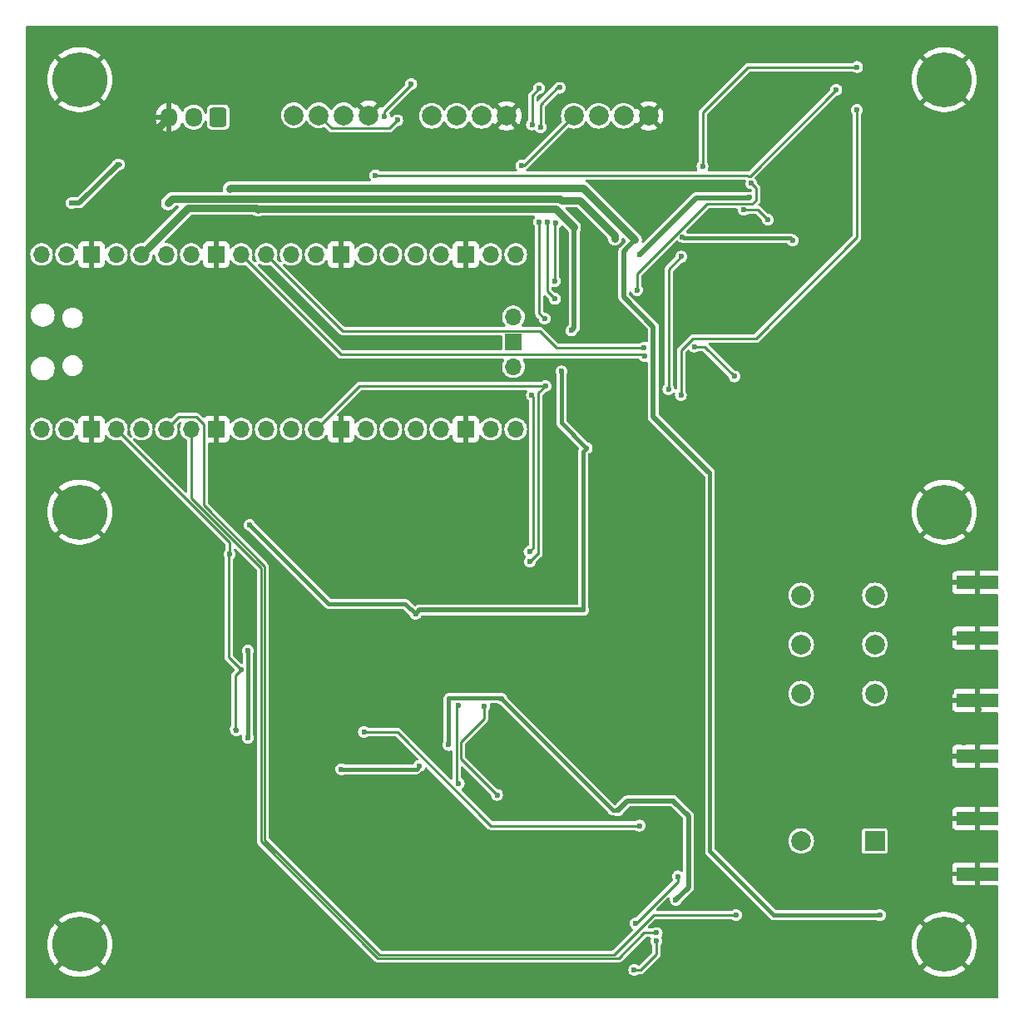
<source format=gbr>
%TF.GenerationSoftware,KiCad,Pcbnew,8.0.5*%
%TF.CreationDate,2024-11-15T14:38:43+00:00*%
%TF.ProjectId,HF PA Radio Interface,48462050-4120-4526-9164-696f20496e74,rev?*%
%TF.SameCoordinates,Original*%
%TF.FileFunction,Copper,L2,Bot*%
%TF.FilePolarity,Positive*%
%FSLAX46Y46*%
G04 Gerber Fmt 4.6, Leading zero omitted, Abs format (unit mm)*
G04 Created by KiCad (PCBNEW 8.0.5) date 2024-11-15 14:38:43*
%MOMM*%
%LPD*%
G01*
G04 APERTURE LIST*
G04 Aperture macros list*
%AMRoundRect*
0 Rectangle with rounded corners*
0 $1 Rounding radius*
0 $2 $3 $4 $5 $6 $7 $8 $9 X,Y pos of 4 corners*
0 Add a 4 corners polygon primitive as box body*
4,1,4,$2,$3,$4,$5,$6,$7,$8,$9,$2,$3,0*
0 Add four circle primitives for the rounded corners*
1,1,$1+$1,$2,$3*
1,1,$1+$1,$4,$5*
1,1,$1+$1,$6,$7*
1,1,$1+$1,$8,$9*
0 Add four rect primitives between the rounded corners*
20,1,$1+$1,$2,$3,$4,$5,0*
20,1,$1+$1,$4,$5,$6,$7,0*
20,1,$1+$1,$6,$7,$8,$9,0*
20,1,$1+$1,$8,$9,$2,$3,0*%
G04 Aperture macros list end*
%TA.AperFunction,ComponentPad*%
%ADD10C,2.000000*%
%TD*%
%TA.AperFunction,ComponentPad*%
%ADD11R,2.000000X2.000000*%
%TD*%
%TA.AperFunction,ComponentPad*%
%ADD12RoundRect,0.250000X0.600000X0.725000X-0.600000X0.725000X-0.600000X-0.725000X0.600000X-0.725000X0*%
%TD*%
%TA.AperFunction,ComponentPad*%
%ADD13O,1.700000X1.950000*%
%TD*%
%TA.AperFunction,ComponentPad*%
%ADD14C,5.600000*%
%TD*%
%TA.AperFunction,ComponentPad*%
%ADD15O,1.700000X1.700000*%
%TD*%
%TA.AperFunction,ComponentPad*%
%ADD16R,1.700000X1.700000*%
%TD*%
%TA.AperFunction,SMDPad,CuDef*%
%ADD17R,4.200000X1.350000*%
%TD*%
%TA.AperFunction,ViaPad*%
%ADD18C,0.600000*%
%TD*%
%TA.AperFunction,ViaPad*%
%ADD19C,0.800000*%
%TD*%
%TA.AperFunction,Conductor*%
%ADD20C,0.400000*%
%TD*%
%TA.AperFunction,Conductor*%
%ADD21C,0.800000*%
%TD*%
%TA.AperFunction,Conductor*%
%ADD22C,0.250000*%
%TD*%
%TA.AperFunction,Conductor*%
%ADD23C,0.500000*%
%TD*%
G04 APERTURE END LIST*
D10*
%TO.P,K1,11*%
%TO.N,Net-(J2-In)*%
X186937500Y-113477500D03*
X179437500Y-113477500D03*
%TO.P,K1,12*%
%TO.N,Net-(J3-In)*%
X186937500Y-118477500D03*
X179437500Y-118477500D03*
%TO.P,K1,14*%
%TO.N,Net-(J4-In)*%
X186937500Y-108477500D03*
X179437500Y-108477500D03*
D11*
%TO.P,K1,A1*%
%TO.N,Net-(K1-PadA1)*%
X186937500Y-133477500D03*
D10*
%TO.P,K1,A2*%
%TO.N,Net-(K1-PadA2)*%
X179437500Y-133477500D03*
%TD*%
D12*
%TO.P,J7,1,Pin_1*%
%TO.N,Net-(D12-K)*%
X120100000Y-59800000D03*
D13*
%TO.P,J7,2,Pin_2*%
%TO.N,Net-(D15-K)*%
X117600000Y-59800000D03*
%TO.P,J7,3,Pin_3*%
%TO.N,GND*%
X115100000Y-59800000D03*
%TD*%
D10*
%TO.P,J16,1,Pin_1*%
%TO.N,GND*%
X135420000Y-59610000D03*
%TO.P,J16,2,Pin_2*%
%TO.N,Net-(D25-K)*%
X132880000Y-59610000D03*
%TO.P,J16,3,Pin_3*%
%TO.N,/RPM_2*%
X130340000Y-59610000D03*
%TO.P,J16,4,Pin_4*%
%TO.N,Net-(J16-Pin_4)*%
X127800000Y-59610000D03*
%TD*%
D14*
%TO.P,H2,1,1*%
%TO.N,GND*%
X194000000Y-56000000D03*
%TD*%
%TO.P,H6,1,1*%
%TO.N,GND*%
X106000000Y-100000000D03*
%TD*%
D10*
%TO.P,J18,1,Pin_1*%
%TO.N,GND*%
X163910000Y-59670000D03*
%TO.P,J18,2,Pin_2*%
%TO.N,Net-(D27-K)*%
X161370000Y-59670000D03*
%TO.P,J18,3,Pin_3*%
%TO.N,/RPM_3*%
X158830000Y-59670000D03*
%TO.P,J18,4,Pin_4*%
%TO.N,Net-(J18-Pin_4)*%
X156290000Y-59670000D03*
%TD*%
D15*
%TO.P,A1,1,GPIO0*%
%TO.N,/TX*%
X102120000Y-91560000D03*
%TO.P,A1,2,GPIO1*%
%TO.N,/RX*%
X104660000Y-91560000D03*
D16*
%TO.P,A1,3,GND*%
%TO.N,GND*%
X107200000Y-91560000D03*
D15*
%TO.P,A1,4,GPIO2*%
%TO.N,/SDA_EXT*%
X109740000Y-91560000D03*
%TO.P,A1,5,GPIO3*%
%TO.N,/SCL_EXT*%
X112280000Y-91560000D03*
%TO.P,A1,6,GPIO4*%
%TO.N,/RELAY*%
X114820000Y-91560000D03*
%TO.P,A1,7,GPIO5*%
%TO.N,/FREQ*%
X117360000Y-91560000D03*
D16*
%TO.P,A1,8,GND*%
%TO.N,GND*%
X119900000Y-91560000D03*
D15*
%TO.P,A1,9,GPIO6*%
%TO.N,/RGB*%
X122440000Y-91560000D03*
%TO.P,A1,10,GPIO7*%
%TO.N,/LED*%
X124980000Y-91560000D03*
%TO.P,A1,11,GPIO8*%
%TO.N,/SDA_INT*%
X127520000Y-91560000D03*
%TO.P,A1,12,GPIO9*%
%TO.N,/SCL_INT*%
X130060000Y-91560000D03*
D16*
%TO.P,A1,13,GND*%
%TO.N,GND*%
X132600000Y-91560000D03*
D15*
%TO.P,A1,14,GPIO10*%
%TO.N,/EN1_CK*%
X135140000Y-91560000D03*
%TO.P,A1,15,GPIO11*%
%TO.N,/EN1_DT*%
X137680000Y-91560000D03*
%TO.P,A1,16,GPIO12*%
%TO.N,/EN1_SW*%
X140220000Y-91560000D03*
%TO.P,A1,17,GPIO13*%
%TO.N,/EN2_CK*%
X142760000Y-91560000D03*
D16*
%TO.P,A1,18,GND*%
%TO.N,GND*%
X145300000Y-91560000D03*
D15*
%TO.P,A1,19,GPIO14*%
%TO.N,/EN2_DT*%
X147840000Y-91560000D03*
%TO.P,A1,20,GPIO15*%
%TO.N,/EN2_SW*%
X150380000Y-91560000D03*
%TO.P,A1,21,GPIO16*%
%TO.N,/PWM_1*%
X150380000Y-73780000D03*
%TO.P,A1,22,GPIO17*%
%TO.N,/PWM_2*%
X147840000Y-73780000D03*
D16*
%TO.P,A1,23,GND*%
%TO.N,GND*%
X145300000Y-73780000D03*
D15*
%TO.P,A1,24,GPIO18*%
%TO.N,/PWM_3*%
X142760000Y-73780000D03*
%TO.P,A1,25,GPIO19*%
%TO.N,/RPM_1*%
X140220000Y-73780000D03*
%TO.P,A1,26,GPIO20*%
%TO.N,/RPM_2*%
X137680000Y-73780000D03*
%TO.P,A1,27,GPIO21*%
%TO.N,/RPM_3*%
X135140000Y-73780000D03*
D16*
%TO.P,A1,28,GND*%
%TO.N,GND*%
X132600000Y-73780000D03*
D15*
%TO.P,A1,29,GPIO22*%
%TO.N,/FAN_EN*%
X130060000Y-73780000D03*
%TO.P,A1,30,RUN*%
%TO.N,unconnected-(A1-RUN-Pad30)*%
X127520000Y-73780000D03*
%TO.P,A1,31,GPIO26_ADC0*%
%TO.N,/SE_IN*%
X124980000Y-73780000D03*
%TO.P,A1,32,GPIO27_ADC1*%
%TO.N,/SE_OUT*%
X122440000Y-73780000D03*
D16*
%TO.P,A1,33,AGND*%
%TO.N,GND*%
X119900000Y-73780000D03*
D15*
%TO.P,A1,34,GPIO28_ADC2*%
%TO.N,unconnected-(A1-GPIO28_ADC2-Pad34)*%
X117360000Y-73780000D03*
%TO.P,A1,35,ADC_VREF*%
%TO.N,unconnected-(A1-ADC_VREF-Pad35)_1*%
X114820000Y-73780000D03*
%TO.P,A1,36,3V3*%
%TO.N,+3.3V*%
X112280000Y-73780000D03*
%TO.P,A1,37,3V3_EN*%
%TO.N,unconnected-(A1-3V3_EN-Pad37)_1*%
X109740000Y-73780000D03*
D16*
%TO.P,A1,38,GND*%
%TO.N,GND*%
X107200000Y-73780000D03*
D15*
%TO.P,A1,39,VSYS*%
%TO.N,Net-(A1-VSYS)*%
X104660000Y-73780000D03*
%TO.P,A1,40,VBUS*%
%TO.N,Net-(A1-VBUS)*%
X102120000Y-73780000D03*
%TO.P,A1,41*%
%TO.N,N/C*%
X150150000Y-85210000D03*
D16*
%TO.P,A1,42*%
X150150000Y-82670000D03*
D15*
%TO.P,A1,43*%
X150150000Y-80130000D03*
%TD*%
D17*
%TO.P,J2,2,Ext*%
%TO.N,GND*%
X197400000Y-124825000D03*
X197400000Y-119175000D03*
%TD*%
%TO.P,J4,2,Ext*%
%TO.N,GND*%
X197400000Y-112825000D03*
X197400000Y-107175000D03*
%TD*%
D14*
%TO.P,H3,1,1*%
%TO.N,GND*%
X106000000Y-144000000D03*
%TD*%
%TO.P,H5,1,1*%
%TO.N,GND*%
X194000000Y-100000000D03*
%TD*%
%TO.P,H1,1,1*%
%TO.N,GND*%
X106000000Y-56000000D03*
%TD*%
%TO.P,H4,1,1*%
%TO.N,GND*%
X194000000Y-144000000D03*
%TD*%
D10*
%TO.P,J17,1,Pin_1*%
%TO.N,GND*%
X149460000Y-59670000D03*
%TO.P,J17,2,Pin_2*%
%TO.N,Net-(D26-K)*%
X146920000Y-59670000D03*
%TO.P,J17,3,Pin_3*%
%TO.N,/RPM_1*%
X144380000Y-59670000D03*
%TO.P,J17,4,Pin_4*%
%TO.N,Net-(J17-Pin_4)*%
X141840000Y-59670000D03*
%TD*%
D17*
%TO.P,J3,2,Ext*%
%TO.N,GND*%
X197400000Y-136825000D03*
X197400000Y-131175000D03*
%TD*%
D18*
%TO.N,GND*%
X175510000Y-115360000D03*
X194110000Y-131710000D03*
X180860000Y-107010000D03*
X197390000Y-114560000D03*
X186880000Y-116630000D03*
X142130000Y-52860000D03*
X175950000Y-119070000D03*
X188260000Y-125130000D03*
X183820000Y-119980000D03*
X153960000Y-135440000D03*
X193110000Y-111760000D03*
X189970000Y-131370000D03*
X151920000Y-124220000D03*
X182340000Y-116860000D03*
X145340000Y-89680000D03*
X195650000Y-111250000D03*
X185580000Y-109800000D03*
X197510000Y-123450000D03*
X180820000Y-120000000D03*
X190537168Y-114142832D03*
X194757168Y-118362832D03*
X177720000Y-108590000D03*
X188630000Y-109820000D03*
X194250000Y-112820000D03*
X197490000Y-108730000D03*
X197390000Y-135380000D03*
X182360000Y-109870000D03*
X192670000Y-107740000D03*
X179480000Y-110430000D03*
X163940000Y-144310000D03*
X197390000Y-132580000D03*
X180840000Y-114750000D03*
X188290000Y-123820000D03*
X177060000Y-114150000D03*
X174450000Y-120300000D03*
X151820000Y-141930000D03*
X179440000Y-106700000D03*
X198860000Y-138510000D03*
X190030000Y-107160000D03*
X191820000Y-119870000D03*
X198890000Y-117280000D03*
X189450000Y-113150000D03*
X182320000Y-114800000D03*
X190890000Y-132330000D03*
X195870000Y-105390000D03*
X193812168Y-117417832D03*
X182320000Y-120000000D03*
X125800000Y-75710000D03*
X198850000Y-135310000D03*
X194080000Y-107280000D03*
X183860000Y-109850000D03*
X186900000Y-111710000D03*
X191632168Y-115237832D03*
X118400000Y-63090000D03*
X198730000Y-132690000D03*
X142030000Y-63260000D03*
X132600000Y-75600000D03*
X188660000Y-107160000D03*
X172590000Y-87330000D03*
X195810000Y-126400000D03*
X199060000Y-108680000D03*
X191900000Y-110690000D03*
X159030000Y-85170000D03*
X157320000Y-63130000D03*
X161990000Y-69000000D03*
X173170000Y-121610000D03*
X169170000Y-119160000D03*
X194270000Y-111760000D03*
X153020000Y-52520000D03*
X188050000Y-72460000D03*
X185560000Y-112140000D03*
X196210000Y-117320000D03*
X195810000Y-138490000D03*
X124910000Y-57070000D03*
X182340000Y-112210000D03*
X193070000Y-130670000D03*
X188370000Y-112180000D03*
X185550000Y-121160000D03*
X195580000Y-132670000D03*
X194430000Y-124880000D03*
X198430000Y-120770000D03*
X191990000Y-133440000D03*
X148250000Y-76540000D03*
X192787168Y-116392832D03*
X188800000Y-126360000D03*
X194270000Y-113960000D03*
X180860000Y-109870000D03*
X189484695Y-117485305D03*
X151270000Y-117800000D03*
X193060000Y-134590000D03*
X180840000Y-112210000D03*
X197540000Y-105340000D03*
X183950000Y-114810000D03*
X171300000Y-118990000D03*
X141540000Y-135690000D03*
X183840000Y-116840000D03*
X190730000Y-118690000D03*
X185530000Y-126770000D03*
D19*
X113200000Y-65580000D03*
D18*
X134480000Y-57760000D03*
X187010000Y-106600000D03*
X197440000Y-111220000D03*
X193640000Y-108710000D03*
X185550000Y-125200000D03*
X183840000Y-112190000D03*
X169250000Y-121780000D03*
X186850000Y-115210000D03*
X185580000Y-106940000D03*
X178980000Y-116020000D03*
X185580000Y-123890000D03*
X194030000Y-105710000D03*
X136450000Y-57550000D03*
X198990000Y-111250000D03*
X185620000Y-114820000D03*
X172610000Y-117690000D03*
X192821705Y-121149952D03*
X162350000Y-85300000D03*
X195750000Y-108760000D03*
X188840000Y-130140000D03*
X189820000Y-127430000D03*
X168710000Y-90820000D03*
X182360000Y-107010000D03*
X123090000Y-66100000D03*
X195670000Y-135380000D03*
X192010000Y-129630000D03*
X197310000Y-138440000D03*
X188310000Y-116240000D03*
X122410000Y-109790000D03*
X185560000Y-116790000D03*
X188340000Y-122510000D03*
X177430000Y-117610000D03*
X137280000Y-77730000D03*
X185540000Y-119930000D03*
X186430000Y-127850000D03*
X191560000Y-107130000D03*
X188600000Y-118440000D03*
X195080000Y-117320000D03*
X133100000Y-70340000D03*
X194550000Y-122510000D03*
X197420000Y-117310000D03*
X178150000Y-106990000D03*
X154070000Y-81330000D03*
X187550393Y-129069065D03*
X196011518Y-123449490D03*
X194340000Y-136910000D03*
X178200000Y-109800000D03*
X147490000Y-135490000D03*
X199060000Y-123240000D03*
X110680000Y-57600000D03*
X159140000Y-81610000D03*
X147800000Y-82570000D03*
X190880000Y-128590000D03*
X180840000Y-116860000D03*
X185580000Y-122510000D03*
X184740000Y-57057592D03*
X197531300Y-120106964D03*
X183860000Y-106990000D03*
X187030000Y-110140000D03*
X197330000Y-126470000D03*
X171330000Y-121700000D03*
X188290000Y-119680000D03*
X198960000Y-126440000D03*
X190620000Y-109850000D03*
X198840000Y-105340000D03*
X174090000Y-116480000D03*
X125690000Y-65730000D03*
X199090000Y-114560000D03*
X171340000Y-79750000D03*
X166440000Y-104700000D03*
X141012500Y-116672500D03*
X156480000Y-134120000D03*
X188290000Y-121010000D03*
X194190000Y-135630000D03*
X188430000Y-58077592D03*
X195580000Y-114660000D03*
X148485000Y-125120000D03*
X164580000Y-141860000D03*
X137630000Y-113750000D03*
%TO.N,Net-(C5-Pad1)*%
X134940000Y-122370000D03*
X162985000Y-131915000D03*
%TO.N,+3.3V*%
X140600000Y-125820000D03*
X140190000Y-110370000D03*
X123310000Y-101320000D03*
X157610000Y-93490000D03*
X156330000Y-71030000D03*
X160800000Y-130350000D03*
X132640000Y-126170000D03*
X148940000Y-119010000D03*
X166680000Y-139470000D03*
X156057261Y-81521137D03*
X155040000Y-85680000D03*
X166410000Y-129390000D03*
X139405000Y-69150000D03*
X143560000Y-123700000D03*
X157220000Y-109970000D03*
X124154999Y-69215001D03*
%TO.N,+12V*%
X169400000Y-64820000D03*
X185126296Y-54703704D03*
X146370000Y-67010000D03*
X121300000Y-67060000D03*
X162525000Y-72295000D03*
X187470000Y-141020000D03*
X157930000Y-67700000D03*
X132549998Y-67010000D03*
%TO.N,+VA*%
X178577298Y-72347298D03*
X167345000Y-71970000D03*
%TO.N,+5V*%
X155010693Y-68262236D03*
X105195000Y-68537537D03*
X160460000Y-72170000D03*
X143020000Y-68110000D03*
X162990000Y-73750000D03*
X128820000Y-68070000D03*
X174170000Y-67990000D03*
X109890000Y-64620000D03*
X114980000Y-68580000D03*
%TO.N,/FAN_EN*%
X183010000Y-57010000D03*
X136090000Y-65720000D03*
%TO.N,/SDA_EXT*%
X122420000Y-116030000D03*
X121260000Y-104280000D03*
X121949296Y-122229575D03*
%TO.N,Net-(J8-Pin_3)*%
X123120000Y-114120000D03*
X123120000Y-122967323D03*
%TO.N,Net-(D24-K)*%
X174361814Y-66541814D03*
X162740000Y-77400000D03*
%TO.N,/RPM_2*%
X138328536Y-60111521D03*
%TO.N,/RPM_3*%
X137040000Y-59770000D03*
X139750000Y-56420000D03*
%TO.N,Net-(J16-Pin_4)*%
X152050000Y-60540000D03*
X153619888Y-70493979D03*
X154394999Y-78305001D03*
X152770000Y-56850000D03*
%TO.N,Net-(J17-Pin_4)*%
X154370000Y-76490000D03*
X152900000Y-60830000D03*
X154840000Y-56810000D03*
X154466529Y-70569503D03*
%TO.N,Net-(J18-Pin_4)*%
X150970000Y-64730000D03*
X152770000Y-70480000D03*
X153320000Y-80310000D03*
%TO.N,/SE_OUT*%
X163489157Y-84113752D03*
%TO.N,/RELAY*%
X172800000Y-141010000D03*
%TO.N,Net-(U4-AIN1)*%
X144580000Y-119680000D03*
X144585000Y-127616298D03*
%TO.N,Net-(U4-AIN2)*%
X147189669Y-119760000D03*
X148487685Y-128783306D03*
%TO.N,/ALC_V*%
X167260000Y-74000000D03*
X165930000Y-87490000D03*
%TO.N,Net-(U5--)*%
X173588253Y-69240000D03*
X176060000Y-70250000D03*
%TO.N,/SCL_INT*%
X151820000Y-105050000D03*
X153404299Y-87182109D03*
%TO.N,/SDA_INT*%
X151790000Y-104040000D03*
X152035000Y-88120000D03*
%TO.N,/FAN_V*%
X167200000Y-88120000D03*
X185110000Y-59070000D03*
%TO.N,/FREQ*%
X164730000Y-142830000D03*
%TO.N,/SE_IN*%
X168567298Y-83147298D03*
X172640000Y-86190000D03*
X163460000Y-83270000D03*
%TO.N,Net-(U2A-C)*%
X166880000Y-137090000D03*
X162598380Y-141850000D03*
%TO.N,Net-(U2A-D)*%
X164701823Y-143653199D03*
X162450000Y-146612500D03*
%TD*%
D20*
%TO.N,GND*%
X197400000Y-124825000D02*
X197400000Y-131175000D01*
X197400000Y-107175000D02*
X197400000Y-112825000D01*
X197400000Y-119175000D02*
X197400000Y-124825000D01*
X197400000Y-103400000D02*
X194000000Y-100000000D01*
X188420000Y-58077592D02*
X188430000Y-58077592D01*
X148485000Y-125120000D02*
X151020000Y-125120000D01*
X184740000Y-57057592D02*
X187400000Y-57057592D01*
D21*
X113200000Y-61700000D02*
X115100000Y-59800000D01*
D20*
X197400000Y-112825000D02*
X197400000Y-119175000D01*
D21*
X113200000Y-65580000D02*
X113200000Y-61700000D01*
D20*
X197400000Y-140600000D02*
X194000000Y-144000000D01*
X187400000Y-57057592D02*
X188420000Y-58077592D01*
X197400000Y-131175000D02*
X197400000Y-136825000D01*
X197400000Y-136825000D02*
X197400000Y-140600000D01*
X151020000Y-125120000D02*
X151920000Y-124220000D01*
X197400000Y-107175000D02*
X197400000Y-103400000D01*
D22*
%TO.N,Net-(C5-Pad1)*%
X162985000Y-131915000D02*
X147875000Y-131915000D01*
X147875000Y-131915000D02*
X138330000Y-122370000D01*
X138330000Y-122370000D02*
X134940000Y-122370000D01*
D21*
%TO.N,+3.3V*%
X117020000Y-69060000D02*
X123999998Y-69060000D01*
D20*
X131310000Y-109320000D02*
X139140000Y-109320000D01*
D23*
X166410000Y-129390000D02*
X167960000Y-130940000D01*
X167960000Y-138190000D02*
X166680000Y-139470000D01*
X166410000Y-129390000D02*
X161760000Y-129390000D01*
D20*
X131310000Y-109320000D02*
X123310000Y-101320000D01*
D21*
X124220000Y-69150000D02*
X124154999Y-69215001D01*
X123999998Y-69060000D02*
X124154999Y-69215001D01*
X112280000Y-73800000D02*
X117020000Y-69060000D01*
D20*
X155040000Y-85680000D02*
X155040000Y-90920000D01*
X160280000Y-130350000D02*
X148940000Y-119010000D01*
X157220000Y-93880000D02*
X157610000Y-93490000D01*
X139140000Y-109320000D02*
X140190000Y-110370000D01*
X143580000Y-118930000D02*
X148860000Y-118930000D01*
X157220000Y-109970000D02*
X157220000Y-93880000D01*
D23*
X156330000Y-71030000D02*
X156330000Y-81248398D01*
X156330000Y-81248398D02*
X156057261Y-81521137D01*
X157220000Y-109970000D02*
X140590000Y-109970000D01*
X161760000Y-129390000D02*
X160800000Y-130350000D01*
D20*
X143560000Y-123700000D02*
X143560000Y-118950000D01*
D21*
X139405000Y-69150000D02*
X154450000Y-69150000D01*
D20*
X148860000Y-118930000D02*
X148940000Y-119010000D01*
X143560000Y-118950000D02*
X143580000Y-118930000D01*
D21*
X154450000Y-69150000D02*
X156330000Y-71030000D01*
D23*
X140590000Y-109970000D02*
X140190000Y-110370000D01*
D20*
X132640000Y-126170000D02*
X140280000Y-126170000D01*
D23*
X167960000Y-130940000D02*
X167960000Y-138190000D01*
D21*
X139405000Y-69150000D02*
X124220000Y-69150000D01*
D20*
X160800000Y-130350000D02*
X160280000Y-130350000D01*
X140280000Y-126170000D02*
X140600000Y-125850000D01*
X155040000Y-90920000D02*
X157610000Y-93490000D01*
X140600000Y-125850000D02*
X140600000Y-125820000D01*
D23*
%TO.N,+12V*%
X161390000Y-73430000D02*
X161390000Y-78138629D01*
D20*
X170150000Y-134510000D02*
X170150000Y-95950000D01*
D21*
X146370000Y-67010000D02*
X157240000Y-67010000D01*
X121300000Y-67060000D02*
X121350000Y-67010000D01*
X121350000Y-67010000D02*
X146370000Y-67010000D01*
X162525000Y-72295000D02*
X157930000Y-67700000D01*
D23*
X164395000Y-81143629D02*
X164395000Y-90315000D01*
D22*
X185126296Y-54703704D02*
X174026296Y-54703704D01*
D23*
X164395000Y-90315000D02*
X170030000Y-95950000D01*
X162525000Y-72295000D02*
X161390000Y-73430000D01*
X161390000Y-78138629D02*
X164395000Y-81143629D01*
D20*
X176660000Y-141020000D02*
X170150000Y-134510000D01*
X187470000Y-141020000D02*
X176660000Y-141020000D01*
D22*
X174026296Y-54703704D02*
X169400000Y-59330000D01*
D21*
X157240000Y-67010000D02*
X157930000Y-67700000D01*
D22*
X169400000Y-59330000D02*
X169400000Y-64820000D01*
D20*
%TO.N,+VA*%
X178367500Y-72137500D02*
X167512500Y-72137500D01*
X167512500Y-72137500D02*
X167345000Y-71970000D01*
X178577298Y-72347298D02*
X178367500Y-72137500D01*
D21*
%TO.N,+5V*%
X160460000Y-71850000D02*
X156872236Y-68262236D01*
D23*
X105972463Y-68537537D02*
X105195000Y-68537537D01*
D21*
X115450000Y-68110000D02*
X143020000Y-68110000D01*
D23*
X110050000Y-64620000D02*
X109890000Y-64620000D01*
X109890000Y-64620000D02*
X105972463Y-68537537D01*
D21*
X160460000Y-72170000D02*
X160460000Y-71850000D01*
D23*
X168740000Y-68000000D02*
X174160000Y-68000000D01*
D21*
X114980000Y-68580000D02*
X115450000Y-68110000D01*
D23*
X174160000Y-68000000D02*
X174170000Y-67990000D01*
D21*
X154858457Y-68110000D02*
X155010693Y-68262236D01*
X143020000Y-68110000D02*
X154858457Y-68110000D01*
X156872236Y-68262236D02*
X155010693Y-68262236D01*
D23*
X162990000Y-73750000D02*
X168740000Y-68000000D01*
D22*
%TO.N,/FAN_EN*%
X174051153Y-65791814D02*
X174228186Y-65791814D01*
X136090000Y-65720000D02*
X173979339Y-65720000D01*
X173979339Y-65720000D02*
X174051153Y-65791814D01*
X174228186Y-65791814D02*
X183010000Y-57010000D01*
%TO.N,/SDA_EXT*%
X121260000Y-103100000D02*
X121260000Y-104280000D01*
X121190000Y-114800000D02*
X121190000Y-104350000D01*
D23*
X121820000Y-122100279D02*
X121949296Y-122229575D01*
D22*
X122420000Y-116030000D02*
X121820000Y-116630000D01*
X122420000Y-116030000D02*
X121190000Y-114800000D01*
X121820000Y-116630000D02*
X121820000Y-122100279D01*
X109740000Y-91580000D02*
X121260000Y-103100000D01*
D20*
%TO.N,Net-(J8-Pin_3)*%
X123120000Y-122967323D02*
X123120000Y-114120000D01*
D22*
%TO.N,Net-(D24-K)*%
X169836827Y-68665000D02*
X174449595Y-68665000D01*
X174845000Y-67025000D02*
X174361814Y-66541814D01*
X162740000Y-77400000D02*
X162740000Y-75761827D01*
X174845000Y-68269595D02*
X174845000Y-67025000D01*
X174449595Y-68665000D02*
X174845000Y-68269595D01*
X162740000Y-75761827D02*
X169836827Y-68665000D01*
%TO.N,/RPM_2*%
X130340000Y-59610000D02*
X131665000Y-60935000D01*
X137505057Y-60935000D02*
X138328536Y-60111521D01*
X131665000Y-60935000D02*
X137505057Y-60935000D01*
%TO.N,/RPM_3*%
X139750000Y-56480000D02*
X139750000Y-56420000D01*
X137040000Y-59770000D02*
X137040000Y-59190000D01*
X137040000Y-59190000D02*
X139750000Y-56480000D01*
%TO.N,Net-(J16-Pin_4)*%
X152050000Y-57590000D02*
X152770000Y-56870000D01*
X154394999Y-78305001D02*
X153620000Y-77530002D01*
D20*
X152770000Y-56870000D02*
X152770000Y-56850000D01*
D22*
X152050000Y-60540000D02*
X152050000Y-57590000D01*
D20*
X153620000Y-70494091D02*
X153619888Y-70493979D01*
D22*
X153620000Y-77530002D02*
X153620000Y-70494091D01*
%TO.N,Net-(J17-Pin_4)*%
X152900000Y-58550000D02*
X154640000Y-56810000D01*
X154370000Y-76490000D02*
X154370000Y-70560000D01*
X154370000Y-70560000D02*
X154457026Y-70560000D01*
X154457026Y-70560000D02*
X154466529Y-70569503D01*
X154640000Y-56810000D02*
X154840000Y-56810000D01*
X152900000Y-60830000D02*
X152900000Y-58550000D01*
D20*
%TO.N,Net-(J18-Pin_4)*%
X152780000Y-70480000D02*
X152770000Y-70480000D01*
D22*
X151230000Y-64730000D02*
X156290000Y-59670000D01*
X152780000Y-79770000D02*
X152780000Y-70480000D01*
X150970000Y-64730000D02*
X151230000Y-64730000D01*
X153320000Y-80310000D02*
X152780000Y-79770000D01*
%TO.N,/SE_OUT*%
X122440000Y-73780000D02*
X132620000Y-83960000D01*
X163335405Y-83960000D02*
X163489157Y-84113752D01*
X132620000Y-83960000D02*
X163335405Y-83960000D01*
%TO.N,/RELAY*%
X117880000Y-90330000D02*
X118650000Y-91100000D01*
X116070000Y-90330000D02*
X117880000Y-90330000D01*
X160398330Y-145040000D02*
X164428330Y-141010000D01*
X124850000Y-133354314D02*
X136535686Y-145040000D01*
X118650000Y-99310000D02*
X124850000Y-105510000D01*
X164428330Y-141010000D02*
X172800000Y-141010000D01*
X118650000Y-91100000D02*
X118650000Y-99310000D01*
X136535686Y-145040000D02*
X160398330Y-145040000D01*
X114820000Y-91580000D02*
X116070000Y-90330000D01*
X124850000Y-105510000D02*
X124850000Y-133354314D01*
%TO.N,Net-(U4-AIN1)*%
X144360000Y-119900000D02*
X144580000Y-119680000D01*
X144360000Y-127391298D02*
X144360000Y-119900000D01*
X144585000Y-127616298D02*
X144360000Y-127391298D01*
%TO.N,Net-(U4-AIN2)*%
X144820000Y-125115621D02*
X144820000Y-123363275D01*
X147189669Y-120993606D02*
X147189669Y-119760000D01*
X148487685Y-128783306D02*
X144820000Y-125115621D01*
X144820000Y-123363275D02*
X147189669Y-120993606D01*
%TO.N,/ALC_V*%
X165930000Y-75330000D02*
X167260000Y-74000000D01*
X165930000Y-87490000D02*
X165930000Y-75340000D01*
X165930000Y-75340000D02*
X165930000Y-75330000D01*
%TO.N,Net-(U5--)*%
X175050000Y-69240000D02*
X173588253Y-69240000D01*
X176060000Y-70250000D02*
X175050000Y-69240000D01*
%TO.N,/SCL_INT*%
X152710000Y-104240000D02*
X152630000Y-104240000D01*
X152710000Y-102030000D02*
X152710000Y-87876408D01*
X152710000Y-102030000D02*
X152710000Y-104240000D01*
X134457891Y-87182109D02*
X153404299Y-87182109D01*
X152630000Y-104240000D02*
X151820000Y-105050000D01*
X130060000Y-91580000D02*
X134457891Y-87182109D01*
X152710000Y-87876408D02*
X153404299Y-87182109D01*
%TO.N,/SDA_INT*%
X152200000Y-103630000D02*
X152200000Y-88285000D01*
X152200000Y-88285000D02*
X152035000Y-88120000D01*
X151790000Y-104040000D02*
X152200000Y-103630000D01*
%TO.N,/FAN_V*%
X167200000Y-88120000D02*
X167200000Y-83560000D01*
X185106331Y-59073669D02*
X185110000Y-59070000D01*
X174830000Y-82330000D02*
X185106331Y-72053669D01*
X168430000Y-82330000D02*
X174830000Y-82330000D01*
X167200000Y-83560000D02*
X168430000Y-82330000D01*
X185106331Y-72053669D02*
X185106331Y-59073669D01*
%TO.N,/FREQ*%
X124450000Y-133520000D02*
X136370000Y-145440000D01*
X163456858Y-142830000D02*
X164730000Y-142830000D01*
X160846858Y-145440000D02*
X163456858Y-142830000D01*
X136370000Y-145440000D02*
X160846858Y-145440000D01*
X124450000Y-105675686D02*
X124450000Y-133520000D01*
X117360000Y-98585686D02*
X124450000Y-105675686D01*
X117360000Y-91580000D02*
X117360000Y-98585686D01*
%TO.N,/SE_IN*%
X172640000Y-86190000D02*
X169597298Y-83147298D01*
X169597298Y-83147298D02*
X168567298Y-83147298D01*
X124980000Y-73780000D02*
X132745000Y-81545000D01*
X163440000Y-83290000D02*
X163460000Y-83270000D01*
X152805000Y-81545000D02*
X154550000Y-83290000D01*
X132745000Y-81545000D02*
X152805000Y-81545000D01*
X154550000Y-83290000D02*
X163440000Y-83290000D01*
%TO.N,Net-(U2A-C)*%
X166880000Y-137630000D02*
X162660000Y-141850000D01*
X166880000Y-137090000D02*
X166880000Y-137630000D01*
D23*
X162660000Y-141850000D02*
X162598380Y-141850000D01*
D22*
%TO.N,Net-(U2A-D)*%
X164701823Y-144998177D02*
X163087500Y-146612500D01*
X163087500Y-146612500D02*
X162450000Y-146612500D01*
X164701823Y-143653199D02*
X164701823Y-144998177D01*
%TD*%
%TA.AperFunction,Conductor*%
%TO.N,GND*%
G36*
X124346562Y-74741193D02*
G01*
X124352395Y-74744587D01*
X124464981Y-74814298D01*
X124663802Y-74891321D01*
X124873390Y-74930500D01*
X124873392Y-74930500D01*
X125086608Y-74930500D01*
X125086610Y-74930500D01*
X125296198Y-74891321D01*
X125360238Y-74866511D01*
X125429855Y-74860649D01*
X125491596Y-74893358D01*
X125492709Y-74894457D01*
X132400174Y-81801921D01*
X132400184Y-81801932D01*
X132404514Y-81806262D01*
X132404515Y-81806263D01*
X132483737Y-81885485D01*
X132566896Y-81933497D01*
X132580763Y-81941503D01*
X132688981Y-81970500D01*
X132688982Y-81970500D01*
X148875500Y-81970500D01*
X148942539Y-81990185D01*
X148988294Y-82042989D01*
X148999500Y-82094500D01*
X148999501Y-83410500D01*
X148979816Y-83477539D01*
X148927013Y-83523294D01*
X148875501Y-83534500D01*
X132847610Y-83534500D01*
X132780571Y-83514815D01*
X132759929Y-83498181D01*
X124199454Y-74937706D01*
X124165969Y-74876383D01*
X124170953Y-74806691D01*
X124212825Y-74750758D01*
X124278289Y-74726341D01*
X124346562Y-74741193D01*
G37*
%TD.AperFunction*%
%TA.AperFunction,Conductor*%
G36*
X173757456Y-66165185D02*
G01*
X173803211Y-66217989D01*
X173813155Y-66287147D01*
X173804978Y-66316953D01*
X173776770Y-66385051D01*
X173776769Y-66385053D01*
X173756132Y-66541812D01*
X173756132Y-66541815D01*
X173776769Y-66698574D01*
X173776770Y-66698576D01*
X173837278Y-66844655D01*
X173933532Y-66970096D01*
X174058973Y-67066350D01*
X174205052Y-67126858D01*
X174311686Y-67140896D01*
X174375582Y-67169162D01*
X174414053Y-67227486D01*
X174419500Y-67263835D01*
X174419500Y-67275770D01*
X174399815Y-67342809D01*
X174347011Y-67388564D01*
X174279315Y-67398709D01*
X174170001Y-67384318D01*
X174169999Y-67384318D01*
X174013239Y-67404955D01*
X174013234Y-67404957D01*
X173928486Y-67440061D01*
X173881034Y-67449500D01*
X168667525Y-67449500D01*
X168576075Y-67474004D01*
X168576074Y-67474003D01*
X168527519Y-67487014D01*
X168527514Y-67487016D01*
X168401986Y-67559489D01*
X168401983Y-67559491D01*
X163422181Y-72539292D01*
X163360858Y-72572777D01*
X163291166Y-72567793D01*
X163235233Y-72525921D01*
X163210816Y-72460457D01*
X163212883Y-72427419D01*
X163213504Y-72424297D01*
X163225499Y-72363994D01*
X163225499Y-72226006D01*
X163198580Y-72090671D01*
X163145774Y-71963189D01*
X163145772Y-71963186D01*
X163145770Y-71963182D01*
X163069113Y-71848456D01*
X163069110Y-71848453D01*
X158372224Y-67151566D01*
X158372201Y-67151545D01*
X157686546Y-66465888D01*
X157686545Y-66465887D01*
X157648299Y-66440332D01*
X157571811Y-66389225D01*
X157571808Y-66389223D01*
X157571807Y-66389223D01*
X157559345Y-66384061D01*
X157504941Y-66340221D01*
X157482876Y-66273927D01*
X157500155Y-66206227D01*
X157551291Y-66158617D01*
X157606797Y-66145500D01*
X173690417Y-66145500D01*
X173757456Y-66165185D01*
G37*
%TD.AperFunction*%
%TA.AperFunction,Conductor*%
G36*
X199442539Y-50520185D02*
G01*
X199488294Y-50572989D01*
X199499500Y-50624500D01*
X199499500Y-105876000D01*
X199479815Y-105943039D01*
X199427011Y-105988794D01*
X199375500Y-106000000D01*
X197650000Y-106000000D01*
X197650000Y-108350000D01*
X199375500Y-108350000D01*
X199442539Y-108369685D01*
X199488294Y-108422489D01*
X199499500Y-108474000D01*
X199499500Y-111526000D01*
X199479815Y-111593039D01*
X199427011Y-111638794D01*
X199375500Y-111650000D01*
X197650000Y-111650000D01*
X197650000Y-114000000D01*
X199375500Y-114000000D01*
X199442539Y-114019685D01*
X199488294Y-114072489D01*
X199499500Y-114124000D01*
X199499500Y-117876000D01*
X199479815Y-117943039D01*
X199427011Y-117988794D01*
X199375500Y-118000000D01*
X197650000Y-118000000D01*
X197650000Y-120350000D01*
X199375500Y-120350000D01*
X199442539Y-120369685D01*
X199488294Y-120422489D01*
X199499500Y-120474000D01*
X199499500Y-123526000D01*
X199479815Y-123593039D01*
X199427011Y-123638794D01*
X199375500Y-123650000D01*
X197650000Y-123650000D01*
X197650000Y-126000000D01*
X199375500Y-126000000D01*
X199442539Y-126019685D01*
X199488294Y-126072489D01*
X199499500Y-126124000D01*
X199499500Y-129876000D01*
X199479815Y-129943039D01*
X199427011Y-129988794D01*
X199375500Y-130000000D01*
X197650000Y-130000000D01*
X197650000Y-132350000D01*
X199375500Y-132350000D01*
X199442539Y-132369685D01*
X199488294Y-132422489D01*
X199499500Y-132474000D01*
X199499500Y-135526000D01*
X199479815Y-135593039D01*
X199427011Y-135638794D01*
X199375500Y-135650000D01*
X197650000Y-135650000D01*
X197650000Y-138000000D01*
X199375500Y-138000000D01*
X199442539Y-138019685D01*
X199488294Y-138072489D01*
X199499500Y-138124000D01*
X199499500Y-149375500D01*
X199479815Y-149442539D01*
X199427011Y-149488294D01*
X199375500Y-149499500D01*
X100624500Y-149499500D01*
X100557461Y-149479815D01*
X100511706Y-149427011D01*
X100500500Y-149375500D01*
X100500500Y-143999997D01*
X102695153Y-143999997D01*
X102695153Y-144000002D01*
X102714526Y-144357314D01*
X102714527Y-144357331D01*
X102772415Y-144710431D01*
X102772421Y-144710457D01*
X102868147Y-145055232D01*
X102868149Y-145055239D01*
X103000597Y-145387659D01*
X103000606Y-145387677D01*
X103168218Y-145703827D01*
X103369024Y-145999994D01*
X103369035Y-146000008D01*
X103496441Y-146150002D01*
X103496442Y-146150002D01*
X104705747Y-144940697D01*
X104779588Y-145042330D01*
X104957670Y-145220412D01*
X105059300Y-145294251D01*
X103847257Y-146506294D01*
X103860495Y-146518836D01*
X104145367Y-146735388D01*
X104145370Y-146735390D01*
X104451990Y-146919876D01*
X104776739Y-147070122D01*
X104776744Y-147070123D01*
X105115855Y-147184383D01*
X105465339Y-147261311D01*
X105821075Y-147299999D01*
X105821085Y-147300000D01*
X106178915Y-147300000D01*
X106178924Y-147299999D01*
X106534660Y-147261311D01*
X106884144Y-147184383D01*
X107223255Y-147070123D01*
X107223260Y-147070122D01*
X107548009Y-146919876D01*
X107854629Y-146735390D01*
X107854632Y-146735388D01*
X108139509Y-146518831D01*
X108152742Y-146506295D01*
X108152742Y-146506294D01*
X106940699Y-145294251D01*
X107042330Y-145220412D01*
X107220412Y-145042330D01*
X107294251Y-144940698D01*
X108503556Y-146150002D01*
X108630972Y-145999998D01*
X108630975Y-145999994D01*
X108831781Y-145703827D01*
X108999393Y-145387677D01*
X108999402Y-145387659D01*
X109131850Y-145055239D01*
X109131852Y-145055232D01*
X109227578Y-144710457D01*
X109227584Y-144710431D01*
X109285472Y-144357331D01*
X109285473Y-144357314D01*
X109304847Y-144000002D01*
X109304847Y-143999997D01*
X109285473Y-143642685D01*
X109285472Y-143642668D01*
X109227584Y-143289568D01*
X109227578Y-143289542D01*
X109131852Y-142944767D01*
X109131850Y-142944760D01*
X108999402Y-142612340D01*
X108999393Y-142612322D01*
X108831781Y-142296172D01*
X108630975Y-142000005D01*
X108630964Y-141999991D01*
X108503556Y-141849996D01*
X107294251Y-143059301D01*
X107220412Y-142957670D01*
X107042330Y-142779588D01*
X106940698Y-142705748D01*
X108152742Y-141493704D01*
X108139504Y-141481163D01*
X107854632Y-141264611D01*
X107854629Y-141264609D01*
X107548009Y-141080123D01*
X107223260Y-140929877D01*
X107223255Y-140929876D01*
X106884144Y-140815616D01*
X106534660Y-140738688D01*
X106178924Y-140700000D01*
X105821075Y-140700000D01*
X105465339Y-140738688D01*
X105115855Y-140815616D01*
X104776744Y-140929876D01*
X104776739Y-140929877D01*
X104451990Y-141080123D01*
X104145370Y-141264609D01*
X104145367Y-141264611D01*
X103860486Y-141481170D01*
X103860485Y-141481171D01*
X103847257Y-141493702D01*
X103847256Y-141493703D01*
X105059301Y-142705748D01*
X104957670Y-142779588D01*
X104779588Y-142957670D01*
X104705748Y-143059301D01*
X103496442Y-141849995D01*
X103496441Y-141849996D01*
X103369033Y-141999992D01*
X103168218Y-142296172D01*
X103000606Y-142612322D01*
X103000597Y-142612340D01*
X102868149Y-142944760D01*
X102868147Y-142944767D01*
X102772421Y-143289542D01*
X102772415Y-143289568D01*
X102714527Y-143642668D01*
X102714526Y-143642685D01*
X102695153Y-143999997D01*
X100500500Y-143999997D01*
X100500500Y-99999997D01*
X102695153Y-99999997D01*
X102695153Y-100000002D01*
X102714526Y-100357314D01*
X102714527Y-100357331D01*
X102772415Y-100710431D01*
X102772421Y-100710457D01*
X102868147Y-101055232D01*
X102868149Y-101055239D01*
X103000597Y-101387659D01*
X103000606Y-101387677D01*
X103168218Y-101703827D01*
X103369024Y-101999994D01*
X103369035Y-102000008D01*
X103496441Y-102150002D01*
X103496442Y-102150002D01*
X104705747Y-100940697D01*
X104779588Y-101042330D01*
X104957670Y-101220412D01*
X105059300Y-101294251D01*
X103847257Y-102506294D01*
X103860495Y-102518836D01*
X104145367Y-102735388D01*
X104145370Y-102735390D01*
X104451990Y-102919876D01*
X104776739Y-103070122D01*
X104776744Y-103070123D01*
X105115855Y-103184383D01*
X105465339Y-103261311D01*
X105821075Y-103299999D01*
X105821085Y-103300000D01*
X106178915Y-103300000D01*
X106178924Y-103299999D01*
X106534660Y-103261311D01*
X106884144Y-103184383D01*
X107223255Y-103070123D01*
X107223260Y-103070122D01*
X107548009Y-102919876D01*
X107854629Y-102735390D01*
X107854632Y-102735388D01*
X108139509Y-102518831D01*
X108152742Y-102506295D01*
X108152742Y-102506294D01*
X106940699Y-101294251D01*
X107042330Y-101220412D01*
X107220412Y-101042330D01*
X107294251Y-100940698D01*
X108503556Y-102150002D01*
X108630972Y-101999998D01*
X108630975Y-101999994D01*
X108831781Y-101703827D01*
X108999393Y-101387677D01*
X108999402Y-101387659D01*
X109131850Y-101055239D01*
X109131852Y-101055232D01*
X109227578Y-100710457D01*
X109227584Y-100710431D01*
X109285472Y-100357331D01*
X109285473Y-100357314D01*
X109304847Y-100000002D01*
X109304847Y-99999997D01*
X109285473Y-99642685D01*
X109285472Y-99642668D01*
X109227584Y-99289568D01*
X109227578Y-99289542D01*
X109131852Y-98944767D01*
X109131850Y-98944760D01*
X108999402Y-98612340D01*
X108999393Y-98612322D01*
X108831781Y-98296172D01*
X108630975Y-98000005D01*
X108630964Y-97999991D01*
X108503556Y-97849996D01*
X107294251Y-99059301D01*
X107220412Y-98957670D01*
X107042330Y-98779588D01*
X106940698Y-98705748D01*
X108152742Y-97493704D01*
X108139504Y-97481163D01*
X107854632Y-97264611D01*
X107854629Y-97264609D01*
X107548009Y-97080123D01*
X107223260Y-96929877D01*
X107223255Y-96929876D01*
X106884144Y-96815616D01*
X106534660Y-96738688D01*
X106178924Y-96700000D01*
X105821075Y-96700000D01*
X105465339Y-96738688D01*
X105115855Y-96815616D01*
X104776744Y-96929876D01*
X104776739Y-96929877D01*
X104451990Y-97080123D01*
X104145370Y-97264609D01*
X104145367Y-97264611D01*
X103860486Y-97481170D01*
X103860485Y-97481171D01*
X103847257Y-97493702D01*
X103847256Y-97493703D01*
X105059301Y-98705748D01*
X104957670Y-98779588D01*
X104779588Y-98957670D01*
X104705748Y-99059301D01*
X103496442Y-97849995D01*
X103496441Y-97849996D01*
X103369033Y-97999992D01*
X103168218Y-98296172D01*
X103000606Y-98612322D01*
X103000597Y-98612340D01*
X102868149Y-98944760D01*
X102868147Y-98944767D01*
X102772421Y-99289542D01*
X102772415Y-99289568D01*
X102714527Y-99642668D01*
X102714526Y-99642685D01*
X102695153Y-99999997D01*
X100500500Y-99999997D01*
X100500500Y-91559999D01*
X100964571Y-91559999D01*
X100964571Y-91560000D01*
X100984244Y-91772310D01*
X101042596Y-91977392D01*
X101042596Y-91977394D01*
X101137632Y-92168253D01*
X101266127Y-92338406D01*
X101266128Y-92338407D01*
X101423698Y-92482052D01*
X101604981Y-92594298D01*
X101803802Y-92671321D01*
X102013390Y-92710500D01*
X102013392Y-92710500D01*
X102226608Y-92710500D01*
X102226610Y-92710500D01*
X102436198Y-92671321D01*
X102635019Y-92594298D01*
X102816302Y-92482052D01*
X102973872Y-92338407D01*
X103102366Y-92168255D01*
X103151291Y-92070000D01*
X103197403Y-91977394D01*
X103197403Y-91977393D01*
X103197405Y-91977389D01*
X103255756Y-91772310D01*
X103266529Y-91656047D01*
X103292315Y-91591111D01*
X103334622Y-91560804D01*
X103443130Y-91560804D01*
X103479503Y-91581668D01*
X103511693Y-91643681D01*
X103513471Y-91656048D01*
X103524244Y-91772310D01*
X103582596Y-91977392D01*
X103582596Y-91977394D01*
X103677632Y-92168253D01*
X103806127Y-92338406D01*
X103806128Y-92338407D01*
X103963698Y-92482052D01*
X104144981Y-92594298D01*
X104343802Y-92671321D01*
X104553390Y-92710500D01*
X104553392Y-92710500D01*
X104766608Y-92710500D01*
X104766610Y-92710500D01*
X104976198Y-92671321D01*
X105175019Y-92594298D01*
X105356302Y-92482052D01*
X105513872Y-92338407D01*
X105627047Y-92188540D01*
X105683155Y-92146905D01*
X105752867Y-92142214D01*
X105814049Y-92175956D01*
X105847276Y-92237419D01*
X105850000Y-92263268D01*
X105850000Y-92457844D01*
X105856401Y-92517372D01*
X105856403Y-92517379D01*
X105906645Y-92652086D01*
X105906649Y-92652093D01*
X105992809Y-92767187D01*
X105992812Y-92767190D01*
X106107906Y-92853350D01*
X106107913Y-92853354D01*
X106242620Y-92903596D01*
X106242627Y-92903598D01*
X106302155Y-92909999D01*
X106302172Y-92910000D01*
X106950000Y-92910000D01*
X106950000Y-92004560D01*
X107003147Y-92035245D01*
X107132857Y-92070000D01*
X107267143Y-92070000D01*
X107396853Y-92035245D01*
X107450000Y-92004560D01*
X107450000Y-92910000D01*
X108097828Y-92910000D01*
X108097844Y-92909999D01*
X108157372Y-92903598D01*
X108157379Y-92903596D01*
X108292086Y-92853354D01*
X108292093Y-92853350D01*
X108407187Y-92767190D01*
X108407190Y-92767187D01*
X108493350Y-92652093D01*
X108493354Y-92652086D01*
X108543596Y-92517379D01*
X108543598Y-92517372D01*
X108549999Y-92457844D01*
X108550000Y-92457827D01*
X108550000Y-92263268D01*
X108569685Y-92196229D01*
X108622489Y-92150474D01*
X108691647Y-92140530D01*
X108755203Y-92169555D01*
X108772950Y-92188537D01*
X108886128Y-92338407D01*
X109043698Y-92482052D01*
X109224981Y-92594298D01*
X109423802Y-92671321D01*
X109633390Y-92710500D01*
X109633392Y-92710500D01*
X109846608Y-92710500D01*
X109846610Y-92710500D01*
X110056198Y-92671321D01*
X110073438Y-92664641D01*
X110105820Y-92652098D01*
X110175443Y-92646235D01*
X110237183Y-92678945D01*
X110238295Y-92680043D01*
X120798181Y-103239928D01*
X120831666Y-103301251D01*
X120834500Y-103327609D01*
X120834500Y-103805999D01*
X120814815Y-103873038D01*
X120808876Y-103881485D01*
X120735464Y-103977157D01*
X120674956Y-104123237D01*
X120674955Y-104123239D01*
X120654318Y-104279998D01*
X120654318Y-104280001D01*
X120674955Y-104436760D01*
X120674957Y-104436765D01*
X120735461Y-104582836D01*
X120735462Y-104582838D01*
X120735463Y-104582839D01*
X120735464Y-104582841D01*
X120738874Y-104587285D01*
X120764070Y-104652452D01*
X120764500Y-104662773D01*
X120764500Y-114743982D01*
X120764500Y-114856018D01*
X120793497Y-114964237D01*
X120849515Y-115061263D01*
X120849517Y-115061265D01*
X121730570Y-115942318D01*
X121764055Y-116003641D01*
X121759071Y-116073333D01*
X121730570Y-116117680D01*
X121558737Y-116289515D01*
X121479517Y-116368734D01*
X121479513Y-116368740D01*
X121423498Y-116465760D01*
X121423497Y-116465763D01*
X121394500Y-116573982D01*
X121394500Y-121703039D01*
X121377888Y-121765038D01*
X121307016Y-121887793D01*
X121297096Y-121924815D01*
X121269500Y-122027805D01*
X121269500Y-122172753D01*
X121307016Y-122312764D01*
X121379489Y-122438293D01*
X121383202Y-122443131D01*
X121399390Y-122471168D01*
X121424758Y-122532413D01*
X121520695Y-122657442D01*
X121521014Y-122657857D01*
X121646455Y-122754111D01*
X121792534Y-122814619D01*
X121841945Y-122821124D01*
X121949295Y-122835257D01*
X121949296Y-122835257D01*
X121949297Y-122835257D01*
X122001550Y-122828377D01*
X122106058Y-122814619D01*
X122252137Y-122754111D01*
X122337504Y-122688606D01*
X122402672Y-122663412D01*
X122471117Y-122677450D01*
X122521107Y-122726264D01*
X122536771Y-122794355D01*
X122535929Y-122803167D01*
X122514318Y-122967321D01*
X122514318Y-122967324D01*
X122534955Y-123124083D01*
X122534956Y-123124085D01*
X122595464Y-123270164D01*
X122691718Y-123395605D01*
X122817159Y-123491859D01*
X122963238Y-123552367D01*
X123041619Y-123562686D01*
X123119999Y-123573005D01*
X123120000Y-123573005D01*
X123120001Y-123573005D01*
X123172254Y-123566125D01*
X123276762Y-123552367D01*
X123422841Y-123491859D01*
X123548282Y-123395605D01*
X123644536Y-123270164D01*
X123705044Y-123124085D01*
X123725682Y-122967323D01*
X123724065Y-122955044D01*
X123705044Y-122810562D01*
X123705044Y-122810561D01*
X123644536Y-122664482D01*
X123644534Y-122664479D01*
X123640472Y-122657442D01*
X123642213Y-122656436D01*
X123620930Y-122601380D01*
X123620500Y-122591065D01*
X123620500Y-114496257D01*
X123640185Y-114429218D01*
X123643924Y-114423900D01*
X123644532Y-114422845D01*
X123644536Y-114422841D01*
X123705044Y-114276762D01*
X123724335Y-114130232D01*
X123725682Y-114120001D01*
X123725682Y-114119998D01*
X123705044Y-113963239D01*
X123705044Y-113963238D01*
X123644536Y-113817159D01*
X123548282Y-113691718D01*
X123422841Y-113595464D01*
X123276762Y-113534956D01*
X123276760Y-113534955D01*
X123120001Y-113514318D01*
X123119999Y-113514318D01*
X122963239Y-113534955D01*
X122963237Y-113534956D01*
X122817160Y-113595463D01*
X122691718Y-113691718D01*
X122595463Y-113817160D01*
X122534956Y-113963237D01*
X122534955Y-113963239D01*
X122514318Y-114119998D01*
X122514318Y-114120001D01*
X122534955Y-114276760D01*
X122534957Y-114276765D01*
X122595461Y-114422836D01*
X122599526Y-114429876D01*
X122597783Y-114430882D01*
X122619069Y-114485932D01*
X122619500Y-114496257D01*
X122619500Y-115309187D01*
X122599815Y-115376226D01*
X122547011Y-115421981D01*
X122479317Y-115432126D01*
X122457203Y-115429215D01*
X122393306Y-115400950D01*
X122385705Y-115393957D01*
X121651819Y-114660071D01*
X121618334Y-114598748D01*
X121615500Y-114572390D01*
X121615500Y-104825279D01*
X121635185Y-104758240D01*
X121664014Y-104726903D01*
X121688282Y-104708282D01*
X121784536Y-104582841D01*
X121845044Y-104436762D01*
X121863573Y-104296017D01*
X121865682Y-104280001D01*
X121865682Y-104279998D01*
X121845044Y-104123239D01*
X121845044Y-104123238D01*
X121784536Y-103977159D01*
X121784535Y-103977158D01*
X121784535Y-103977157D01*
X121731888Y-103908546D01*
X121706694Y-103843377D01*
X121720733Y-103774932D01*
X121769547Y-103724943D01*
X121837638Y-103709279D01*
X121903388Y-103732916D01*
X121917945Y-103745379D01*
X123988181Y-105815615D01*
X124021666Y-105876938D01*
X124024500Y-105903296D01*
X124024500Y-133463982D01*
X124024500Y-133576018D01*
X124053497Y-133684237D01*
X124109515Y-133781263D01*
X136029515Y-145701263D01*
X136108737Y-145780485D01*
X136205763Y-145836503D01*
X136313982Y-145865500D01*
X136313984Y-145865500D01*
X160902874Y-145865500D01*
X160902876Y-145865500D01*
X161011095Y-145836503D01*
X161108121Y-145780485D01*
X163596787Y-143291819D01*
X163658110Y-143258334D01*
X163684468Y-143255500D01*
X164030999Y-143255500D01*
X164098038Y-143275185D01*
X164143793Y-143327989D01*
X164153737Y-143397147D01*
X164145560Y-143426952D01*
X164116780Y-143496433D01*
X164116778Y-143496438D01*
X164096141Y-143653197D01*
X164096141Y-143653200D01*
X164116778Y-143809959D01*
X164116779Y-143809961D01*
X164177287Y-143956040D01*
X164250700Y-144051714D01*
X164275893Y-144116880D01*
X164276323Y-144127198D01*
X164276323Y-144770567D01*
X164256638Y-144837606D01*
X164240004Y-144858248D01*
X162975406Y-146122845D01*
X162914083Y-146156330D01*
X162844391Y-146151346D01*
X162812240Y-146133541D01*
X162752841Y-146087964D01*
X162606762Y-146027456D01*
X162606760Y-146027455D01*
X162450001Y-146006818D01*
X162449999Y-146006818D01*
X162293239Y-146027455D01*
X162293237Y-146027456D01*
X162147160Y-146087963D01*
X162021718Y-146184218D01*
X161925463Y-146309660D01*
X161864956Y-146455737D01*
X161864955Y-146455739D01*
X161844318Y-146612498D01*
X161844318Y-146612501D01*
X161864955Y-146769260D01*
X161864956Y-146769262D01*
X161925464Y-146915341D01*
X162021718Y-147040782D01*
X162147159Y-147137036D01*
X162293238Y-147197544D01*
X162371619Y-147207863D01*
X162449999Y-147218182D01*
X162450000Y-147218182D01*
X162450001Y-147218182D01*
X162502254Y-147211302D01*
X162606762Y-147197544D01*
X162752841Y-147137036D01*
X162770328Y-147123617D01*
X162848515Y-147063624D01*
X162913685Y-147038430D01*
X162924001Y-147038000D01*
X163143516Y-147038000D01*
X163143518Y-147038000D01*
X163251737Y-147009003D01*
X163348763Y-146952985D01*
X165042307Y-145259441D01*
X165098326Y-145162414D01*
X165127323Y-145054196D01*
X165127323Y-144942159D01*
X165127323Y-144127198D01*
X165147008Y-144060159D01*
X165152933Y-144051730D01*
X165192629Y-143999997D01*
X190695153Y-143999997D01*
X190695153Y-144000002D01*
X190714526Y-144357314D01*
X190714527Y-144357331D01*
X190772415Y-144710431D01*
X190772421Y-144710457D01*
X190868147Y-145055232D01*
X190868149Y-145055239D01*
X191000597Y-145387659D01*
X191000606Y-145387677D01*
X191168218Y-145703827D01*
X191369024Y-145999994D01*
X191369035Y-146000008D01*
X191496441Y-146150002D01*
X191496442Y-146150002D01*
X192705747Y-144940697D01*
X192779588Y-145042330D01*
X192957670Y-145220412D01*
X193059300Y-145294251D01*
X191847257Y-146506294D01*
X191860495Y-146518836D01*
X192145367Y-146735388D01*
X192145370Y-146735390D01*
X192451990Y-146919876D01*
X192776739Y-147070122D01*
X192776744Y-147070123D01*
X193115855Y-147184383D01*
X193465339Y-147261311D01*
X193821075Y-147299999D01*
X193821085Y-147300000D01*
X194178915Y-147300000D01*
X194178924Y-147299999D01*
X194534660Y-147261311D01*
X194884144Y-147184383D01*
X195223255Y-147070123D01*
X195223260Y-147070122D01*
X195548009Y-146919876D01*
X195854629Y-146735390D01*
X195854632Y-146735388D01*
X196139509Y-146518831D01*
X196152742Y-146506295D01*
X196152742Y-146506294D01*
X194940699Y-145294251D01*
X195042330Y-145220412D01*
X195220412Y-145042330D01*
X195294251Y-144940698D01*
X196503556Y-146150002D01*
X196630972Y-145999998D01*
X196630975Y-145999994D01*
X196831781Y-145703827D01*
X196999393Y-145387677D01*
X196999402Y-145387659D01*
X197131850Y-145055239D01*
X197131852Y-145055232D01*
X197227578Y-144710457D01*
X197227584Y-144710431D01*
X197285472Y-144357331D01*
X197285473Y-144357314D01*
X197304847Y-144000002D01*
X197304847Y-143999997D01*
X197285473Y-143642685D01*
X197285472Y-143642668D01*
X197227584Y-143289568D01*
X197227578Y-143289542D01*
X197131852Y-142944767D01*
X197131850Y-142944760D01*
X196999402Y-142612340D01*
X196999393Y-142612322D01*
X196831781Y-142296172D01*
X196630975Y-142000005D01*
X196630964Y-141999991D01*
X196503556Y-141849996D01*
X195294251Y-143059301D01*
X195220412Y-142957670D01*
X195042330Y-142779588D01*
X194940698Y-142705748D01*
X196152742Y-141493704D01*
X196139504Y-141481163D01*
X195854632Y-141264611D01*
X195854629Y-141264609D01*
X195548009Y-141080123D01*
X195223260Y-140929877D01*
X195223255Y-140929876D01*
X194884144Y-140815616D01*
X194534660Y-140738688D01*
X194178924Y-140700000D01*
X193821075Y-140700000D01*
X193465339Y-140738688D01*
X193115855Y-140815616D01*
X192776744Y-140929876D01*
X192776739Y-140929877D01*
X192451990Y-141080123D01*
X192145370Y-141264609D01*
X192145367Y-141264611D01*
X191860486Y-141481170D01*
X191860485Y-141481171D01*
X191847257Y-141493702D01*
X191847256Y-141493703D01*
X193059301Y-142705748D01*
X192957670Y-142779588D01*
X192779588Y-142957670D01*
X192705748Y-143059301D01*
X191496442Y-141849995D01*
X191496441Y-141849996D01*
X191369033Y-141999992D01*
X191168218Y-142296172D01*
X191000606Y-142612322D01*
X191000597Y-142612340D01*
X190868149Y-142944760D01*
X190868147Y-142944767D01*
X190772421Y-143289542D01*
X190772415Y-143289568D01*
X190714527Y-143642668D01*
X190714526Y-143642685D01*
X190695153Y-143999997D01*
X165192629Y-143999997D01*
X165226359Y-143956040D01*
X165286867Y-143809961D01*
X165307505Y-143653199D01*
X165286867Y-143496437D01*
X165226359Y-143350358D01*
X165214915Y-143335444D01*
X165189722Y-143270277D01*
X165203760Y-143201832D01*
X165214912Y-143184479D01*
X165254536Y-143132841D01*
X165315044Y-142986762D01*
X165335682Y-142830000D01*
X165315044Y-142673238D01*
X165254536Y-142527159D01*
X165158282Y-142401718D01*
X165032841Y-142305464D01*
X165010408Y-142296172D01*
X164886762Y-142244956D01*
X164886760Y-142244955D01*
X164730001Y-142224318D01*
X164729999Y-142224318D01*
X164573239Y-142244955D01*
X164573237Y-142244956D01*
X164427157Y-142305464D01*
X164331485Y-142378876D01*
X164266315Y-142404070D01*
X164255999Y-142404500D01*
X163934940Y-142404500D01*
X163867901Y-142384815D01*
X163822146Y-142332011D01*
X163812202Y-142262853D01*
X163841227Y-142199297D01*
X163847259Y-142192819D01*
X164568259Y-141471819D01*
X164629582Y-141438334D01*
X164655940Y-141435500D01*
X172325999Y-141435500D01*
X172393038Y-141455185D01*
X172401485Y-141461124D01*
X172497157Y-141534535D01*
X172497158Y-141534535D01*
X172497159Y-141534536D01*
X172643238Y-141595044D01*
X172719181Y-141605042D01*
X172799999Y-141615682D01*
X172800000Y-141615682D01*
X172800001Y-141615682D01*
X172880804Y-141605044D01*
X172956762Y-141595044D01*
X173102841Y-141534536D01*
X173228282Y-141438282D01*
X173324536Y-141312841D01*
X173385044Y-141166762D01*
X173404365Y-141020001D01*
X173405682Y-141010001D01*
X173405682Y-141009998D01*
X173386361Y-140863239D01*
X173385044Y-140853238D01*
X173324536Y-140707159D01*
X173228282Y-140581718D01*
X173102841Y-140485464D01*
X173097329Y-140483181D01*
X172956762Y-140424956D01*
X172956760Y-140424955D01*
X172800001Y-140404318D01*
X172799999Y-140404318D01*
X172643239Y-140424955D01*
X172643237Y-140424956D01*
X172497157Y-140485464D01*
X172401485Y-140558876D01*
X172336315Y-140584070D01*
X172325999Y-140584500D01*
X164826610Y-140584500D01*
X164759571Y-140564815D01*
X164713816Y-140512011D01*
X164703872Y-140442853D01*
X164732897Y-140379297D01*
X164738929Y-140372819D01*
X164903324Y-140208423D01*
X165881603Y-139230143D01*
X165942924Y-139196660D01*
X166012615Y-139201644D01*
X166068549Y-139243515D01*
X166092966Y-139308980D01*
X166092221Y-139334011D01*
X166074318Y-139469998D01*
X166074318Y-139470001D01*
X166094955Y-139626760D01*
X166094956Y-139626762D01*
X166155464Y-139772841D01*
X166251718Y-139898282D01*
X166377159Y-139994536D01*
X166523238Y-140055044D01*
X166601619Y-140065363D01*
X166679999Y-140075682D01*
X166680000Y-140075682D01*
X166680001Y-140075682D01*
X166732254Y-140068802D01*
X166836762Y-140055044D01*
X166982841Y-139994536D01*
X167108282Y-139898282D01*
X167204536Y-139772841D01*
X167229641Y-139712228D01*
X167256517Y-139672006D01*
X168400510Y-138528015D01*
X168472984Y-138402485D01*
X168510500Y-138262475D01*
X168510500Y-130867525D01*
X168472984Y-130727515D01*
X168450179Y-130688015D01*
X168400510Y-130601985D01*
X166986520Y-129187995D01*
X166959640Y-129147766D01*
X166934537Y-129087161D01*
X166934536Y-129087160D01*
X166934536Y-129087159D01*
X166838282Y-128961718D01*
X166712841Y-128865464D01*
X166650158Y-128839500D01*
X166566762Y-128804956D01*
X166566760Y-128804955D01*
X166410001Y-128784318D01*
X166409999Y-128784318D01*
X166253239Y-128804955D01*
X166253237Y-128804956D01*
X166192630Y-128830061D01*
X166145177Y-128839500D01*
X161687525Y-128839500D01*
X161590626Y-128865464D01*
X161590625Y-128865463D01*
X161547519Y-128877014D01*
X161547514Y-128877016D01*
X161421986Y-128949489D01*
X161421983Y-128949491D01*
X160597995Y-129773478D01*
X160557772Y-129800356D01*
X160549753Y-129803678D01*
X160480284Y-129811150D01*
X160417803Y-129779878D01*
X160414614Y-129776800D01*
X149559962Y-118922148D01*
X149526477Y-118860825D01*
X149525361Y-118854423D01*
X149525044Y-118853243D01*
X149525044Y-118853238D01*
X149464536Y-118707159D01*
X149368282Y-118581718D01*
X149242841Y-118485464D01*
X149223614Y-118477500D01*
X149096762Y-118424956D01*
X149096760Y-118424955D01*
X148940001Y-118404318D01*
X148939999Y-118404318D01*
X148783239Y-118424955D01*
X148782045Y-118425276D01*
X148749955Y-118429500D01*
X143514107Y-118429500D01*
X143439466Y-118449499D01*
X143439466Y-118449500D01*
X143386814Y-118463608D01*
X143386813Y-118463608D01*
X143386811Y-118463609D01*
X143272686Y-118529500D01*
X143272683Y-118529502D01*
X143159502Y-118642683D01*
X143159500Y-118642686D01*
X143093608Y-118756812D01*
X143059500Y-118884108D01*
X143059500Y-123323742D01*
X143039815Y-123390781D01*
X143036073Y-123396103D01*
X143035465Y-123397156D01*
X142974956Y-123543237D01*
X142974955Y-123543239D01*
X142954318Y-123699998D01*
X142954318Y-123700001D01*
X142974955Y-123856760D01*
X142974956Y-123856762D01*
X143035464Y-124002841D01*
X143131718Y-124128282D01*
X143257159Y-124224536D01*
X143403238Y-124285044D01*
X143438422Y-124289676D01*
X143559999Y-124305682D01*
X143560000Y-124305682D01*
X143560001Y-124305682D01*
X143612254Y-124298802D01*
X143716762Y-124285044D01*
X143763047Y-124265871D01*
X143832515Y-124258402D01*
X143894995Y-124289676D01*
X143930648Y-124349764D01*
X143934500Y-124380432D01*
X143934500Y-127073390D01*
X143914815Y-127140429D01*
X143862011Y-127186184D01*
X143792853Y-127196128D01*
X143729297Y-127167103D01*
X143722819Y-127161071D01*
X138591265Y-122029517D01*
X138591263Y-122029515D01*
X138494237Y-121973497D01*
X138386018Y-121944500D01*
X138386017Y-121944500D01*
X135414001Y-121944500D01*
X135346962Y-121924815D01*
X135338515Y-121918876D01*
X135242842Y-121845464D01*
X135096762Y-121784956D01*
X135096760Y-121784955D01*
X134940001Y-121764318D01*
X134939999Y-121764318D01*
X134783239Y-121784955D01*
X134783237Y-121784956D01*
X134637160Y-121845463D01*
X134511718Y-121941718D01*
X134415463Y-122067160D01*
X134354956Y-122213237D01*
X134354955Y-122213239D01*
X134334318Y-122369998D01*
X134334318Y-122370001D01*
X134354955Y-122526760D01*
X134354956Y-122526762D01*
X134412001Y-122664482D01*
X134415464Y-122672841D01*
X134511718Y-122798282D01*
X134637159Y-122894536D01*
X134783238Y-122955044D01*
X134861619Y-122965363D01*
X134939999Y-122975682D01*
X134940000Y-122975682D01*
X134940001Y-122975682D01*
X134992254Y-122968802D01*
X135096762Y-122955044D01*
X135242841Y-122894536D01*
X135260328Y-122881117D01*
X135338515Y-122821124D01*
X135403685Y-122795930D01*
X135414001Y-122795500D01*
X138102390Y-122795500D01*
X138169429Y-122815185D01*
X138190071Y-122831819D01*
X140418058Y-125059806D01*
X140451543Y-125121129D01*
X140446559Y-125190821D01*
X140404687Y-125246754D01*
X140377831Y-125262048D01*
X140297159Y-125295464D01*
X140171718Y-125391718D01*
X140075463Y-125517160D01*
X140044069Y-125592953D01*
X140000228Y-125647356D01*
X139933934Y-125669421D01*
X139929508Y-125669500D01*
X133016257Y-125669500D01*
X132949218Y-125649815D01*
X132943900Y-125646075D01*
X132942836Y-125645461D01*
X132796765Y-125584957D01*
X132796760Y-125584955D01*
X132640001Y-125564318D01*
X132639999Y-125564318D01*
X132483239Y-125584955D01*
X132483237Y-125584956D01*
X132337160Y-125645463D01*
X132211718Y-125741718D01*
X132115463Y-125867160D01*
X132054956Y-126013237D01*
X132054955Y-126013239D01*
X132034318Y-126169998D01*
X132034318Y-126170001D01*
X132054955Y-126326760D01*
X132054956Y-126326762D01*
X132087381Y-126405044D01*
X132115464Y-126472841D01*
X132211718Y-126598282D01*
X132337159Y-126694536D01*
X132483238Y-126755044D01*
X132561619Y-126765363D01*
X132639999Y-126775682D01*
X132640000Y-126775682D01*
X132640001Y-126775682D01*
X132692254Y-126768802D01*
X132796762Y-126755044D01*
X132942841Y-126694536D01*
X132942845Y-126694532D01*
X132949876Y-126690474D01*
X132950882Y-126692216D01*
X133005932Y-126670931D01*
X133016257Y-126670500D01*
X140345890Y-126670500D01*
X140345892Y-126670500D01*
X140473186Y-126636392D01*
X140587314Y-126570500D01*
X140732508Y-126425304D01*
X140772732Y-126398428D01*
X140902841Y-126344536D01*
X141028282Y-126248282D01*
X141124536Y-126122841D01*
X141157951Y-126042169D01*
X141201792Y-125987766D01*
X141268086Y-125965701D01*
X141335785Y-125982980D01*
X141360193Y-126001941D01*
X147534515Y-132176263D01*
X147613737Y-132255485D01*
X147710763Y-132311503D01*
X147818981Y-132340500D01*
X147818982Y-132340500D01*
X162510999Y-132340500D01*
X162578038Y-132360185D01*
X162586485Y-132366124D01*
X162682157Y-132439535D01*
X162682158Y-132439535D01*
X162682159Y-132439536D01*
X162828238Y-132500044D01*
X162906619Y-132510363D01*
X162984999Y-132520682D01*
X162985000Y-132520682D01*
X162985001Y-132520682D01*
X163037254Y-132513802D01*
X163141762Y-132500044D01*
X163287841Y-132439536D01*
X163413282Y-132343282D01*
X163509536Y-132217841D01*
X163570044Y-132071762D01*
X163590682Y-131915000D01*
X163588423Y-131897844D01*
X163570044Y-131758239D01*
X163570044Y-131758238D01*
X163509536Y-131612159D01*
X163413282Y-131486718D01*
X163287841Y-131390464D01*
X163141762Y-131329956D01*
X163141760Y-131329955D01*
X162985001Y-131309318D01*
X162984999Y-131309318D01*
X162828239Y-131329955D01*
X162828237Y-131329956D01*
X162682157Y-131390464D01*
X162586485Y-131463876D01*
X162521315Y-131489070D01*
X162510999Y-131489500D01*
X148102610Y-131489500D01*
X148035571Y-131469815D01*
X148014929Y-131453181D01*
X144882997Y-128321249D01*
X144849512Y-128259926D01*
X144854496Y-128190234D01*
X144895189Y-128135195D01*
X145013282Y-128044580D01*
X145109536Y-127919139D01*
X145170044Y-127773060D01*
X145190682Y-127616298D01*
X145170044Y-127459536D01*
X145109536Y-127313457D01*
X145013282Y-127188016D01*
X145013280Y-127188015D01*
X145013280Y-127188014D01*
X144887841Y-127091762D01*
X144887840Y-127091761D01*
X144862046Y-127081077D01*
X144807643Y-127037235D01*
X144785579Y-126970940D01*
X144785500Y-126966516D01*
X144785500Y-125982231D01*
X144805185Y-125915192D01*
X144857989Y-125869437D01*
X144927147Y-125859493D01*
X144990703Y-125888518D01*
X144997181Y-125894550D01*
X147851642Y-128749011D01*
X147885127Y-128810334D01*
X147886900Y-128820506D01*
X147902641Y-128940068D01*
X147963149Y-129086147D01*
X148059403Y-129211588D01*
X148184844Y-129307842D01*
X148330923Y-129368350D01*
X148409304Y-129378669D01*
X148487684Y-129388988D01*
X148487685Y-129388988D01*
X148487686Y-129388988D01*
X148539939Y-129382108D01*
X148644447Y-129368350D01*
X148790526Y-129307842D01*
X148915967Y-129211588D01*
X149012221Y-129086147D01*
X149072729Y-128940068D01*
X149093367Y-128783306D01*
X149092909Y-128779829D01*
X149072729Y-128626545D01*
X149072729Y-128626544D01*
X149012221Y-128480465D01*
X148915967Y-128355024D01*
X148790526Y-128258770D01*
X148644447Y-128198262D01*
X148617248Y-128194681D01*
X148524885Y-128182521D01*
X148460989Y-128154254D01*
X148453390Y-128147263D01*
X145281819Y-124975692D01*
X145248334Y-124914369D01*
X145245500Y-124888011D01*
X145245500Y-123590885D01*
X145265185Y-123523846D01*
X145281819Y-123503204D01*
X146398686Y-122386337D01*
X147530154Y-121254869D01*
X147586172Y-121157843D01*
X147615169Y-121049624D01*
X147615169Y-120937588D01*
X147615169Y-120233999D01*
X147634854Y-120166960D01*
X147640779Y-120158531D01*
X147714205Y-120062841D01*
X147774713Y-119916762D01*
X147795351Y-119760000D01*
X147774713Y-119603238D01*
X147774181Y-119601955D01*
X147774056Y-119600788D01*
X147772609Y-119595387D01*
X147773451Y-119595161D01*
X147766710Y-119532488D01*
X147797983Y-119470008D01*
X147858070Y-119434353D01*
X147888741Y-119430500D01*
X148459484Y-119430500D01*
X148526523Y-119450185D01*
X148534970Y-119456124D01*
X148637157Y-119534535D01*
X148637158Y-119534535D01*
X148637159Y-119534536D01*
X148783238Y-119595044D01*
X148783243Y-119595044D01*
X148791094Y-119597149D01*
X148790572Y-119599093D01*
X148844544Y-119622967D01*
X148852148Y-119629962D01*
X159879500Y-130657314D01*
X159972686Y-130750500D01*
X160086814Y-130816392D01*
X160214108Y-130850500D01*
X160423743Y-130850500D01*
X160490782Y-130870185D01*
X160496099Y-130873924D01*
X160497157Y-130874534D01*
X160497159Y-130874536D01*
X160497160Y-130874536D01*
X160497163Y-130874538D01*
X160570198Y-130904790D01*
X160643238Y-130935044D01*
X160721619Y-130945363D01*
X160799999Y-130955682D01*
X160800000Y-130955682D01*
X160800001Y-130955682D01*
X160852254Y-130948802D01*
X160956762Y-130935044D01*
X161102841Y-130874536D01*
X161228282Y-130778282D01*
X161324536Y-130652841D01*
X161349641Y-130592228D01*
X161376517Y-130552006D01*
X161951706Y-129976819D01*
X162013029Y-129943334D01*
X162039387Y-129940500D01*
X166130613Y-129940500D01*
X166197652Y-129960185D01*
X166218294Y-129976819D01*
X167373181Y-131131706D01*
X167406666Y-131193029D01*
X167409500Y-131219387D01*
X167409500Y-136487938D01*
X167389815Y-136554977D01*
X167337011Y-136600732D01*
X167267853Y-136610676D01*
X167210014Y-136586314D01*
X167182842Y-136565464D01*
X167036762Y-136504956D01*
X167036760Y-136504955D01*
X166880001Y-136484318D01*
X166879999Y-136484318D01*
X166723239Y-136504955D01*
X166723237Y-136504956D01*
X166577160Y-136565463D01*
X166451718Y-136661718D01*
X166355463Y-136787160D01*
X166294956Y-136933237D01*
X166294955Y-136933239D01*
X166274318Y-137089998D01*
X166274318Y-137090001D01*
X166294955Y-137246760D01*
X166294957Y-137246765D01*
X166355461Y-137392836D01*
X166355461Y-137392837D01*
X166355463Y-137392840D01*
X166355464Y-137392841D01*
X166358709Y-137397070D01*
X166383903Y-137462239D01*
X166369865Y-137530683D01*
X166348014Y-137560237D01*
X162699546Y-141208704D01*
X162638223Y-141242189D01*
X162606507Y-141243511D01*
X162606507Y-141244318D01*
X162598379Y-141244318D01*
X162441619Y-141264955D01*
X162441617Y-141264956D01*
X162295540Y-141325463D01*
X162170098Y-141421718D01*
X162073843Y-141547160D01*
X162013336Y-141693237D01*
X162013335Y-141693239D01*
X161992698Y-141849998D01*
X161992698Y-141850001D01*
X162013335Y-142006760D01*
X162013336Y-142006762D01*
X162073844Y-142152841D01*
X162170098Y-142278282D01*
X162277576Y-142360753D01*
X162318779Y-142417180D01*
X162322934Y-142486926D01*
X162289771Y-142546809D01*
X160258401Y-144578181D01*
X160197078Y-144611666D01*
X160170720Y-144614500D01*
X136763296Y-144614500D01*
X136696257Y-144594815D01*
X136675615Y-144578181D01*
X125311819Y-133214385D01*
X125278334Y-133153062D01*
X125275500Y-133126704D01*
X125275500Y-105453984D01*
X125275500Y-105453982D01*
X125246503Y-105345763D01*
X125190485Y-105248737D01*
X125111263Y-105169515D01*
X121261746Y-101319998D01*
X122704318Y-101319998D01*
X122704318Y-101320001D01*
X122724955Y-101476760D01*
X122724956Y-101476762D01*
X122785464Y-101622841D01*
X122881718Y-101748282D01*
X123007159Y-101844536D01*
X123153238Y-101905044D01*
X123153243Y-101905044D01*
X123161094Y-101907149D01*
X123160572Y-101909093D01*
X123214544Y-101932967D01*
X123222148Y-101939962D01*
X130909500Y-109627314D01*
X131002686Y-109720500D01*
X131114324Y-109784954D01*
X131114326Y-109784956D01*
X131116807Y-109786388D01*
X131116814Y-109786392D01*
X131244107Y-109820500D01*
X131244108Y-109820500D01*
X138881324Y-109820500D01*
X138948363Y-109840185D01*
X138969005Y-109856819D01*
X139570038Y-110457851D01*
X139603523Y-110519174D01*
X139604640Y-110525587D01*
X139604954Y-110526758D01*
X139665463Y-110672839D01*
X139665464Y-110672841D01*
X139761718Y-110798282D01*
X139887159Y-110894536D01*
X140033238Y-110955044D01*
X140111619Y-110965363D01*
X140189999Y-110975682D01*
X140190000Y-110975682D01*
X140190001Y-110975682D01*
X140242254Y-110968802D01*
X140346762Y-110955044D01*
X140492841Y-110894536D01*
X140618282Y-110798282D01*
X140714536Y-110672841D01*
X140739640Y-110612232D01*
X140766522Y-110572002D01*
X140781709Y-110556816D01*
X140843033Y-110523333D01*
X140869387Y-110520500D01*
X156955177Y-110520500D01*
X157002629Y-110529938D01*
X157063238Y-110555044D01*
X157141619Y-110565363D01*
X157219999Y-110575682D01*
X157220000Y-110575682D01*
X157220001Y-110575682D01*
X157272254Y-110568802D01*
X157376762Y-110555044D01*
X157522841Y-110494536D01*
X157648282Y-110398282D01*
X157744536Y-110272841D01*
X157805044Y-110126762D01*
X157825682Y-109970000D01*
X157805044Y-109813238D01*
X157744536Y-109667159D01*
X157744534Y-109667156D01*
X157740472Y-109660119D01*
X157742213Y-109659113D01*
X157720930Y-109604057D01*
X157720500Y-109593742D01*
X157720500Y-94177060D01*
X157740185Y-94110021D01*
X157792989Y-94064266D01*
X157797048Y-94062499D01*
X157912841Y-94014536D01*
X158038282Y-93918282D01*
X158134536Y-93792841D01*
X158195044Y-93646762D01*
X158215682Y-93490000D01*
X158195044Y-93333238D01*
X158134536Y-93187159D01*
X158038282Y-93061718D01*
X157912841Y-92965464D01*
X157912839Y-92965463D01*
X157766758Y-92904954D01*
X157758911Y-92902852D01*
X157759430Y-92900911D01*
X157705443Y-92877023D01*
X157697852Y-92870038D01*
X155576819Y-90749005D01*
X155543334Y-90687682D01*
X155540500Y-90661324D01*
X155540500Y-86056257D01*
X155560185Y-85989218D01*
X155563924Y-85983900D01*
X155564532Y-85982845D01*
X155564536Y-85982841D01*
X155625044Y-85836762D01*
X155645682Y-85680000D01*
X155643768Y-85665464D01*
X155625044Y-85523239D01*
X155625044Y-85523238D01*
X155564536Y-85377159D01*
X155468282Y-85251718D01*
X155342841Y-85155464D01*
X155196762Y-85094956D01*
X155196760Y-85094955D01*
X155040001Y-85074318D01*
X155039999Y-85074318D01*
X154883239Y-85094955D01*
X154883237Y-85094956D01*
X154737160Y-85155463D01*
X154611718Y-85251718D01*
X154515463Y-85377160D01*
X154454956Y-85523237D01*
X154454955Y-85523239D01*
X154434318Y-85679998D01*
X154434318Y-85680001D01*
X154454955Y-85836760D01*
X154454957Y-85836765D01*
X154515461Y-85982836D01*
X154519526Y-85989876D01*
X154517783Y-85990882D01*
X154539069Y-86045932D01*
X154539500Y-86056257D01*
X154539500Y-90985891D01*
X154573608Y-91113187D01*
X154595958Y-91151898D01*
X154639500Y-91227314D01*
X154639502Y-91227316D01*
X156814505Y-93402319D01*
X156847990Y-93463642D01*
X156843006Y-93533334D01*
X156822713Y-93564909D01*
X156824447Y-93566240D01*
X156819500Y-93572686D01*
X156753608Y-93686812D01*
X156719500Y-93814108D01*
X156719500Y-109295500D01*
X156699815Y-109362539D01*
X156647011Y-109408294D01*
X156595500Y-109419500D01*
X140517525Y-109419500D01*
X140412517Y-109447637D01*
X140377514Y-109457016D01*
X140251983Y-109529491D01*
X140242319Y-109539154D01*
X140180993Y-109572635D01*
X140111302Y-109567646D01*
X140066962Y-109539148D01*
X139447316Y-108919502D01*
X139447314Y-108919500D01*
X139390250Y-108886554D01*
X139333187Y-108853608D01*
X139269539Y-108836554D01*
X139205892Y-108819500D01*
X139205891Y-108819500D01*
X131568676Y-108819500D01*
X131501637Y-108799815D01*
X131480995Y-108783181D01*
X123929962Y-101232148D01*
X123896477Y-101170825D01*
X123895361Y-101164423D01*
X123895044Y-101163239D01*
X123895044Y-101163238D01*
X123834536Y-101017159D01*
X123738282Y-100891718D01*
X123612841Y-100795464D01*
X123466762Y-100734956D01*
X123466760Y-100734955D01*
X123310001Y-100714318D01*
X123309999Y-100714318D01*
X123153239Y-100734955D01*
X123153237Y-100734956D01*
X123007160Y-100795463D01*
X122881718Y-100891718D01*
X122785463Y-101017160D01*
X122724956Y-101163237D01*
X122724955Y-101163239D01*
X122704318Y-101319998D01*
X121261746Y-101319998D01*
X119111819Y-99170071D01*
X119078334Y-99108748D01*
X119075500Y-99082390D01*
X119075500Y-93034000D01*
X119095185Y-92966961D01*
X119147989Y-92921206D01*
X119199500Y-92910000D01*
X119650000Y-92910000D01*
X119650000Y-92004560D01*
X119703147Y-92035245D01*
X119832857Y-92070000D01*
X119967143Y-92070000D01*
X120096853Y-92035245D01*
X120150000Y-92004560D01*
X120150000Y-92910000D01*
X120797828Y-92910000D01*
X120797844Y-92909999D01*
X120857372Y-92903598D01*
X120857379Y-92903596D01*
X120992086Y-92853354D01*
X120992093Y-92853350D01*
X121107187Y-92767190D01*
X121107190Y-92767187D01*
X121193350Y-92652093D01*
X121193354Y-92652086D01*
X121243596Y-92517379D01*
X121243598Y-92517372D01*
X121249999Y-92457844D01*
X121250000Y-92457827D01*
X121250000Y-92263268D01*
X121269685Y-92196229D01*
X121322489Y-92150474D01*
X121391647Y-92140530D01*
X121455203Y-92169555D01*
X121472950Y-92188537D01*
X121586128Y-92338407D01*
X121743698Y-92482052D01*
X121924981Y-92594298D01*
X122123802Y-92671321D01*
X122333390Y-92710500D01*
X122333392Y-92710500D01*
X122546608Y-92710500D01*
X122546610Y-92710500D01*
X122756198Y-92671321D01*
X122955019Y-92594298D01*
X123136302Y-92482052D01*
X123293872Y-92338407D01*
X123422366Y-92168255D01*
X123471291Y-92070000D01*
X123517403Y-91977394D01*
X123517403Y-91977393D01*
X123517405Y-91977389D01*
X123575756Y-91772310D01*
X123586529Y-91656047D01*
X123612315Y-91591111D01*
X123654622Y-91560804D01*
X123763130Y-91560804D01*
X123799503Y-91581668D01*
X123831693Y-91643681D01*
X123833471Y-91656048D01*
X123844244Y-91772310D01*
X123902596Y-91977392D01*
X123902596Y-91977394D01*
X123997632Y-92168253D01*
X124126127Y-92338406D01*
X124126128Y-92338407D01*
X124283698Y-92482052D01*
X124464981Y-92594298D01*
X124663802Y-92671321D01*
X124873390Y-92710500D01*
X124873392Y-92710500D01*
X125086608Y-92710500D01*
X125086610Y-92710500D01*
X125296198Y-92671321D01*
X125495019Y-92594298D01*
X125676302Y-92482052D01*
X125833872Y-92338407D01*
X125962366Y-92168255D01*
X126011291Y-92070000D01*
X126057403Y-91977394D01*
X126057403Y-91977393D01*
X126057405Y-91977389D01*
X126115756Y-91772310D01*
X126126529Y-91656047D01*
X126152315Y-91591111D01*
X126194622Y-91560804D01*
X126303130Y-91560804D01*
X126339503Y-91581668D01*
X126371693Y-91643681D01*
X126373471Y-91656048D01*
X126384244Y-91772310D01*
X126442596Y-91977392D01*
X126442596Y-91977394D01*
X126537632Y-92168253D01*
X126666127Y-92338406D01*
X126666128Y-92338407D01*
X126823698Y-92482052D01*
X127004981Y-92594298D01*
X127203802Y-92671321D01*
X127413390Y-92710500D01*
X127413392Y-92710500D01*
X127626608Y-92710500D01*
X127626610Y-92710500D01*
X127836198Y-92671321D01*
X128035019Y-92594298D01*
X128216302Y-92482052D01*
X128373872Y-92338407D01*
X128502366Y-92168255D01*
X128551291Y-92070000D01*
X128597403Y-91977394D01*
X128597403Y-91977393D01*
X128597405Y-91977389D01*
X128655756Y-91772310D01*
X128666529Y-91656047D01*
X128692315Y-91591111D01*
X128734622Y-91560804D01*
X128843130Y-91560804D01*
X128879503Y-91581668D01*
X128911693Y-91643681D01*
X128913471Y-91656048D01*
X128924244Y-91772310D01*
X128982596Y-91977392D01*
X128982596Y-91977394D01*
X129077632Y-92168253D01*
X129206127Y-92338406D01*
X129206128Y-92338407D01*
X129363698Y-92482052D01*
X129544981Y-92594298D01*
X129743802Y-92671321D01*
X129953390Y-92710500D01*
X129953392Y-92710500D01*
X130166608Y-92710500D01*
X130166610Y-92710500D01*
X130376198Y-92671321D01*
X130575019Y-92594298D01*
X130756302Y-92482052D01*
X130913872Y-92338407D01*
X131027047Y-92188540D01*
X131083155Y-92146905D01*
X131152867Y-92142214D01*
X131214049Y-92175956D01*
X131247276Y-92237419D01*
X131250000Y-92263268D01*
X131250000Y-92457844D01*
X131256401Y-92517372D01*
X131256403Y-92517379D01*
X131306645Y-92652086D01*
X131306649Y-92652093D01*
X131392809Y-92767187D01*
X131392812Y-92767190D01*
X131507906Y-92853350D01*
X131507913Y-92853354D01*
X131642620Y-92903596D01*
X131642627Y-92903598D01*
X131702155Y-92909999D01*
X131702172Y-92910000D01*
X132350000Y-92910000D01*
X132350000Y-92004560D01*
X132403147Y-92035245D01*
X132532857Y-92070000D01*
X132667143Y-92070000D01*
X132796853Y-92035245D01*
X132850000Y-92004560D01*
X132850000Y-92910000D01*
X133497828Y-92910000D01*
X133497844Y-92909999D01*
X133557372Y-92903598D01*
X133557379Y-92903596D01*
X133692086Y-92853354D01*
X133692093Y-92853350D01*
X133807187Y-92767190D01*
X133807190Y-92767187D01*
X133893350Y-92652093D01*
X133893354Y-92652086D01*
X133943596Y-92517379D01*
X133943598Y-92517372D01*
X133949999Y-92457844D01*
X133950000Y-92457827D01*
X133950000Y-92263268D01*
X133969685Y-92196229D01*
X134022489Y-92150474D01*
X134091647Y-92140530D01*
X134155203Y-92169555D01*
X134172950Y-92188537D01*
X134286128Y-92338407D01*
X134443698Y-92482052D01*
X134624981Y-92594298D01*
X134823802Y-92671321D01*
X135033390Y-92710500D01*
X135033392Y-92710500D01*
X135246608Y-92710500D01*
X135246610Y-92710500D01*
X135456198Y-92671321D01*
X135655019Y-92594298D01*
X135836302Y-92482052D01*
X135993872Y-92338407D01*
X136122366Y-92168255D01*
X136171291Y-92070000D01*
X136217403Y-91977394D01*
X136217403Y-91977393D01*
X136217405Y-91977389D01*
X136275756Y-91772310D01*
X136286529Y-91656047D01*
X136312315Y-91591111D01*
X136354622Y-91560804D01*
X136463130Y-91560804D01*
X136499503Y-91581668D01*
X136531693Y-91643681D01*
X136533471Y-91656048D01*
X136544244Y-91772310D01*
X136602596Y-91977392D01*
X136602596Y-91977394D01*
X136697632Y-92168253D01*
X136826127Y-92338406D01*
X136826128Y-92338407D01*
X136983698Y-92482052D01*
X137164981Y-92594298D01*
X137363802Y-92671321D01*
X137573390Y-92710500D01*
X137573392Y-92710500D01*
X137786608Y-92710500D01*
X137786610Y-92710500D01*
X137996198Y-92671321D01*
X138195019Y-92594298D01*
X138376302Y-92482052D01*
X138533872Y-92338407D01*
X138662366Y-92168255D01*
X138711291Y-92070000D01*
X138757403Y-91977394D01*
X138757403Y-91977393D01*
X138757405Y-91977389D01*
X138815756Y-91772310D01*
X138826529Y-91656047D01*
X138852315Y-91591111D01*
X138894622Y-91560804D01*
X139003130Y-91560804D01*
X139039503Y-91581668D01*
X139071693Y-91643681D01*
X139073471Y-91656048D01*
X139084244Y-91772310D01*
X139142596Y-91977392D01*
X139142596Y-91977394D01*
X139237632Y-92168253D01*
X139366127Y-92338406D01*
X139366128Y-92338407D01*
X139523698Y-92482052D01*
X139704981Y-92594298D01*
X139903802Y-92671321D01*
X140113390Y-92710500D01*
X140113392Y-92710500D01*
X140326608Y-92710500D01*
X140326610Y-92710500D01*
X140536198Y-92671321D01*
X140735019Y-92594298D01*
X140916302Y-92482052D01*
X141073872Y-92338407D01*
X141202366Y-92168255D01*
X141251291Y-92070000D01*
X141297403Y-91977394D01*
X141297403Y-91977393D01*
X141297405Y-91977389D01*
X141355756Y-91772310D01*
X141366529Y-91656047D01*
X141392315Y-91591111D01*
X141434622Y-91560804D01*
X141543130Y-91560804D01*
X141579503Y-91581668D01*
X141611693Y-91643681D01*
X141613471Y-91656048D01*
X141624244Y-91772310D01*
X141682596Y-91977392D01*
X141682596Y-91977394D01*
X141777632Y-92168253D01*
X141906127Y-92338406D01*
X141906128Y-92338407D01*
X142063698Y-92482052D01*
X142244981Y-92594298D01*
X142443802Y-92671321D01*
X142653390Y-92710500D01*
X142653392Y-92710500D01*
X142866608Y-92710500D01*
X142866610Y-92710500D01*
X143076198Y-92671321D01*
X143275019Y-92594298D01*
X143456302Y-92482052D01*
X143613872Y-92338407D01*
X143727047Y-92188540D01*
X143783155Y-92146905D01*
X143852867Y-92142214D01*
X143914049Y-92175956D01*
X143947276Y-92237419D01*
X143950000Y-92263268D01*
X143950000Y-92457844D01*
X143956401Y-92517372D01*
X143956403Y-92517379D01*
X144006645Y-92652086D01*
X144006649Y-92652093D01*
X144092809Y-92767187D01*
X144092812Y-92767190D01*
X144207906Y-92853350D01*
X144207913Y-92853354D01*
X144342620Y-92903596D01*
X144342627Y-92903598D01*
X144402155Y-92909999D01*
X144402172Y-92910000D01*
X145050000Y-92910000D01*
X145050000Y-92004560D01*
X145103147Y-92035245D01*
X145232857Y-92070000D01*
X145367143Y-92070000D01*
X145496853Y-92035245D01*
X145550000Y-92004560D01*
X145550000Y-92910000D01*
X146197828Y-92910000D01*
X146197844Y-92909999D01*
X146257372Y-92903598D01*
X146257379Y-92903596D01*
X146392086Y-92853354D01*
X146392093Y-92853350D01*
X146507187Y-92767190D01*
X146507190Y-92767187D01*
X146593350Y-92652093D01*
X146593354Y-92652086D01*
X146643596Y-92517379D01*
X146643598Y-92517372D01*
X146649999Y-92457844D01*
X146650000Y-92457827D01*
X146650000Y-92263268D01*
X146669685Y-92196229D01*
X146722489Y-92150474D01*
X146791647Y-92140530D01*
X146855203Y-92169555D01*
X146872950Y-92188537D01*
X146986128Y-92338407D01*
X147143698Y-92482052D01*
X147324981Y-92594298D01*
X147523802Y-92671321D01*
X147733390Y-92710500D01*
X147733392Y-92710500D01*
X147946608Y-92710500D01*
X147946610Y-92710500D01*
X148156198Y-92671321D01*
X148355019Y-92594298D01*
X148536302Y-92482052D01*
X148693872Y-92338407D01*
X148822366Y-92168255D01*
X148871291Y-92070000D01*
X148917403Y-91977394D01*
X148917403Y-91977393D01*
X148917405Y-91977389D01*
X148975756Y-91772310D01*
X148986529Y-91656047D01*
X149012315Y-91591111D01*
X149054622Y-91560804D01*
X149163130Y-91560804D01*
X149199503Y-91581668D01*
X149231693Y-91643681D01*
X149233471Y-91656048D01*
X149244244Y-91772310D01*
X149302596Y-91977392D01*
X149302596Y-91977394D01*
X149397632Y-92168253D01*
X149526127Y-92338406D01*
X149526128Y-92338407D01*
X149683698Y-92482052D01*
X149864981Y-92594298D01*
X150063802Y-92671321D01*
X150273390Y-92710500D01*
X150273392Y-92710500D01*
X150486608Y-92710500D01*
X150486610Y-92710500D01*
X150696198Y-92671321D01*
X150895019Y-92594298D01*
X151076302Y-92482052D01*
X151233872Y-92338407D01*
X151362366Y-92168255D01*
X151411291Y-92070000D01*
X151457403Y-91977394D01*
X151457403Y-91977393D01*
X151457405Y-91977389D01*
X151515756Y-91772310D01*
X151527029Y-91650651D01*
X151552815Y-91585715D01*
X151588298Y-91560296D01*
X151569297Y-91551619D01*
X151531523Y-91492841D01*
X151527029Y-91469347D01*
X151525969Y-91457906D01*
X151515756Y-91347690D01*
X151457405Y-91142611D01*
X151457403Y-91142606D01*
X151457403Y-91142605D01*
X151362367Y-90951746D01*
X151233872Y-90781593D01*
X151209654Y-90759515D01*
X151076302Y-90637948D01*
X150895019Y-90525702D01*
X150895017Y-90525701D01*
X150745829Y-90467906D01*
X150696198Y-90448679D01*
X150486610Y-90409500D01*
X150273390Y-90409500D01*
X150063802Y-90448679D01*
X150063799Y-90448679D01*
X150063799Y-90448680D01*
X149864982Y-90525701D01*
X149864980Y-90525702D01*
X149683699Y-90637947D01*
X149526127Y-90781593D01*
X149397632Y-90951746D01*
X149302596Y-91142605D01*
X149302596Y-91142607D01*
X149244244Y-91347689D01*
X149233471Y-91463951D01*
X149207685Y-91528888D01*
X149163130Y-91560804D01*
X149054622Y-91560804D01*
X149056869Y-91559194D01*
X149020497Y-91538331D01*
X148988307Y-91476318D01*
X148986529Y-91463951D01*
X148985849Y-91456613D01*
X148975756Y-91347690D01*
X148917405Y-91142611D01*
X148917403Y-91142606D01*
X148917403Y-91142605D01*
X148822367Y-90951746D01*
X148693872Y-90781593D01*
X148669654Y-90759515D01*
X148536302Y-90637948D01*
X148355019Y-90525702D01*
X148355017Y-90525701D01*
X148205829Y-90467906D01*
X148156198Y-90448679D01*
X147946610Y-90409500D01*
X147733390Y-90409500D01*
X147523802Y-90448679D01*
X147523799Y-90448679D01*
X147523799Y-90448680D01*
X147324982Y-90525701D01*
X147324980Y-90525702D01*
X147143699Y-90637947D01*
X146986127Y-90781593D01*
X146872954Y-90931458D01*
X146816845Y-90973094D01*
X146747133Y-90977785D01*
X146685951Y-90944043D01*
X146652724Y-90882579D01*
X146650000Y-90856731D01*
X146650000Y-90662172D01*
X146649999Y-90662155D01*
X146643598Y-90602627D01*
X146643596Y-90602620D01*
X146593354Y-90467913D01*
X146593350Y-90467906D01*
X146507190Y-90352812D01*
X146507187Y-90352809D01*
X146392093Y-90266649D01*
X146392086Y-90266645D01*
X146257379Y-90216403D01*
X146257372Y-90216401D01*
X146197844Y-90210000D01*
X145550000Y-90210000D01*
X145550000Y-91115439D01*
X145496853Y-91084755D01*
X145367143Y-91050000D01*
X145232857Y-91050000D01*
X145103147Y-91084755D01*
X145050000Y-91115439D01*
X145050000Y-90210000D01*
X144402155Y-90210000D01*
X144342627Y-90216401D01*
X144342620Y-90216403D01*
X144207913Y-90266645D01*
X144207906Y-90266649D01*
X144092812Y-90352809D01*
X144092809Y-90352812D01*
X144006649Y-90467906D01*
X144006645Y-90467913D01*
X143956403Y-90602620D01*
X143956401Y-90602627D01*
X143950000Y-90662155D01*
X143950000Y-90856731D01*
X143930315Y-90923770D01*
X143877511Y-90969525D01*
X143808353Y-90979469D01*
X143744797Y-90950444D01*
X143727046Y-90931458D01*
X143613872Y-90781593D01*
X143589654Y-90759515D01*
X143456302Y-90637948D01*
X143275019Y-90525702D01*
X143275017Y-90525701D01*
X143125829Y-90467906D01*
X143076198Y-90448679D01*
X142866610Y-90409500D01*
X142653390Y-90409500D01*
X142443802Y-90448679D01*
X142443799Y-90448679D01*
X142443799Y-90448680D01*
X142244982Y-90525701D01*
X142244980Y-90525702D01*
X142063699Y-90637947D01*
X141906127Y-90781593D01*
X141777632Y-90951746D01*
X141682596Y-91142605D01*
X141682596Y-91142607D01*
X141624244Y-91347689D01*
X141613471Y-91463951D01*
X141587685Y-91528888D01*
X141543130Y-91560804D01*
X141434622Y-91560804D01*
X141436869Y-91559194D01*
X141400497Y-91538331D01*
X141368307Y-91476318D01*
X141366529Y-91463951D01*
X141365849Y-91456613D01*
X141355756Y-91347690D01*
X141297405Y-91142611D01*
X141297403Y-91142606D01*
X141297403Y-91142605D01*
X141202367Y-90951746D01*
X141073872Y-90781593D01*
X141049654Y-90759515D01*
X140916302Y-90637948D01*
X140735019Y-90525702D01*
X140735017Y-90525701D01*
X140585829Y-90467906D01*
X140536198Y-90448679D01*
X140326610Y-90409500D01*
X140113390Y-90409500D01*
X139903802Y-90448679D01*
X139903799Y-90448679D01*
X139903799Y-90448680D01*
X139704982Y-90525701D01*
X139704980Y-90525702D01*
X139523699Y-90637947D01*
X139366127Y-90781593D01*
X139237632Y-90951746D01*
X139142596Y-91142605D01*
X139142596Y-91142607D01*
X139084244Y-91347689D01*
X139073471Y-91463951D01*
X139047685Y-91528888D01*
X139003130Y-91560804D01*
X138894622Y-91560804D01*
X138896869Y-91559194D01*
X138860497Y-91538331D01*
X138828307Y-91476318D01*
X138826529Y-91463951D01*
X138825849Y-91456613D01*
X138815756Y-91347690D01*
X138757405Y-91142611D01*
X138757403Y-91142606D01*
X138757403Y-91142605D01*
X138662367Y-90951746D01*
X138533872Y-90781593D01*
X138509654Y-90759515D01*
X138376302Y-90637948D01*
X138195019Y-90525702D01*
X138195017Y-90525701D01*
X138045829Y-90467906D01*
X137996198Y-90448679D01*
X137786610Y-90409500D01*
X137573390Y-90409500D01*
X137363802Y-90448679D01*
X137363799Y-90448679D01*
X137363799Y-90448680D01*
X137164982Y-90525701D01*
X137164980Y-90525702D01*
X136983699Y-90637947D01*
X136826127Y-90781593D01*
X136697632Y-90951746D01*
X136602596Y-91142605D01*
X136602596Y-91142607D01*
X136544244Y-91347689D01*
X136533471Y-91463951D01*
X136507685Y-91528888D01*
X136463130Y-91560804D01*
X136354622Y-91560804D01*
X136356869Y-91559194D01*
X136320497Y-91538331D01*
X136288307Y-91476318D01*
X136286529Y-91463951D01*
X136285849Y-91456613D01*
X136275756Y-91347690D01*
X136217405Y-91142611D01*
X136217403Y-91142606D01*
X136217403Y-91142605D01*
X136122367Y-90951746D01*
X135993872Y-90781593D01*
X135969654Y-90759515D01*
X135836302Y-90637948D01*
X135655019Y-90525702D01*
X135655017Y-90525701D01*
X135505829Y-90467906D01*
X135456198Y-90448679D01*
X135246610Y-90409500D01*
X135033390Y-90409500D01*
X134823802Y-90448679D01*
X134823799Y-90448679D01*
X134823799Y-90448680D01*
X134624982Y-90525701D01*
X134624980Y-90525702D01*
X134443699Y-90637947D01*
X134286127Y-90781593D01*
X134172954Y-90931458D01*
X134116845Y-90973094D01*
X134047133Y-90977785D01*
X133985951Y-90944043D01*
X133952724Y-90882579D01*
X133950000Y-90856731D01*
X133950000Y-90662172D01*
X133949999Y-90662155D01*
X133943598Y-90602627D01*
X133943596Y-90602620D01*
X133893354Y-90467913D01*
X133893350Y-90467906D01*
X133807190Y-90352812D01*
X133807187Y-90352809D01*
X133692093Y-90266649D01*
X133692086Y-90266645D01*
X133557379Y-90216403D01*
X133557372Y-90216401D01*
X133497844Y-90210000D01*
X132850000Y-90210000D01*
X132850000Y-91115439D01*
X132796853Y-91084755D01*
X132667143Y-91050000D01*
X132532857Y-91050000D01*
X132403147Y-91084755D01*
X132350000Y-91115439D01*
X132350000Y-90210000D01*
X132331109Y-90210000D01*
X132264070Y-90190315D01*
X132218315Y-90137511D01*
X132208371Y-90068353D01*
X132237396Y-90004797D01*
X132243428Y-89998319D01*
X134597820Y-87643928D01*
X134659143Y-87610443D01*
X134685501Y-87607609D01*
X151419810Y-87607609D01*
X151486849Y-87627294D01*
X151532604Y-87680098D01*
X151542548Y-87749256D01*
X151518186Y-87807095D01*
X151510464Y-87817157D01*
X151449956Y-87963237D01*
X151449955Y-87963239D01*
X151429318Y-88119998D01*
X151429318Y-88120001D01*
X151449955Y-88276760D01*
X151449956Y-88276762D01*
X151510464Y-88422841D01*
X151606717Y-88548281D01*
X151606719Y-88548283D01*
X151725986Y-88639799D01*
X151767189Y-88696227D01*
X151774500Y-88738175D01*
X151774500Y-91457906D01*
X151754815Y-91524945D01*
X151713274Y-91560940D01*
X151740003Y-91576272D01*
X151772193Y-91638285D01*
X151774500Y-91662093D01*
X151774500Y-103327613D01*
X151754815Y-103394652D01*
X151702011Y-103440407D01*
X151666687Y-103450552D01*
X151633238Y-103454956D01*
X151633237Y-103454956D01*
X151487160Y-103515463D01*
X151361718Y-103611718D01*
X151265463Y-103737160D01*
X151204956Y-103883237D01*
X151204955Y-103883239D01*
X151184318Y-104039998D01*
X151184318Y-104040001D01*
X151204955Y-104196760D01*
X151204956Y-104196762D01*
X151239433Y-104279998D01*
X151265464Y-104342841D01*
X151361718Y-104468282D01*
X151361721Y-104468284D01*
X151361724Y-104468288D01*
X151367469Y-104474034D01*
X151365202Y-104476300D01*
X151397529Y-104520570D01*
X151401686Y-104590315D01*
X151379217Y-104638008D01*
X151295464Y-104747157D01*
X151234956Y-104893237D01*
X151234955Y-104893239D01*
X151214318Y-105049998D01*
X151214318Y-105050001D01*
X151234955Y-105206760D01*
X151234956Y-105206762D01*
X151295464Y-105352841D01*
X151391718Y-105478282D01*
X151517159Y-105574536D01*
X151663238Y-105635044D01*
X151741619Y-105645363D01*
X151819999Y-105655682D01*
X151820000Y-105655682D01*
X151820001Y-105655682D01*
X151872254Y-105648802D01*
X151976762Y-105635044D01*
X152122841Y-105574536D01*
X152248282Y-105478282D01*
X152344536Y-105352841D01*
X152405044Y-105206762D01*
X152420784Y-105087198D01*
X152449050Y-105023304D01*
X152456030Y-105015716D01*
X152797479Y-104674267D01*
X152853067Y-104642174D01*
X152874237Y-104636503D01*
X152971263Y-104580485D01*
X153050485Y-104501263D01*
X153106503Y-104404237D01*
X153135500Y-104296018D01*
X153135500Y-101973982D01*
X153135500Y-88104017D01*
X153155185Y-88036978D01*
X153171815Y-88016340D01*
X153370005Y-87818149D01*
X153431326Y-87784666D01*
X153441486Y-87782895D01*
X153561061Y-87767153D01*
X153707140Y-87706645D01*
X153832581Y-87610391D01*
X153928835Y-87484950D01*
X153989343Y-87338871D01*
X154009316Y-87187159D01*
X154009981Y-87182110D01*
X154009981Y-87182107D01*
X153989343Y-87025348D01*
X153989343Y-87025347D01*
X153928835Y-86879268D01*
X153832581Y-86753827D01*
X153707140Y-86657573D01*
X153561061Y-86597065D01*
X153561059Y-86597064D01*
X153404300Y-86576427D01*
X153404298Y-86576427D01*
X153247538Y-86597064D01*
X153247536Y-86597065D01*
X153101456Y-86657573D01*
X153005784Y-86730985D01*
X152940614Y-86756179D01*
X152930298Y-86756609D01*
X134401873Y-86756609D01*
X134293654Y-86785606D01*
X134293651Y-86785607D01*
X134196631Y-86841622D01*
X134196625Y-86841626D01*
X130587125Y-90451125D01*
X130525802Y-90484610D01*
X130456110Y-90479626D01*
X130454651Y-90479071D01*
X130376202Y-90448680D01*
X130376199Y-90448679D01*
X130376198Y-90448679D01*
X130166610Y-90409500D01*
X129953390Y-90409500D01*
X129743802Y-90448679D01*
X129743799Y-90448679D01*
X129743799Y-90448680D01*
X129544982Y-90525701D01*
X129544980Y-90525702D01*
X129363699Y-90637947D01*
X129206127Y-90781593D01*
X129077632Y-90951746D01*
X128982596Y-91142605D01*
X128982596Y-91142607D01*
X128924244Y-91347689D01*
X128913471Y-91463951D01*
X128887685Y-91528888D01*
X128843130Y-91560804D01*
X128734622Y-91560804D01*
X128736869Y-91559194D01*
X128700497Y-91538331D01*
X128668307Y-91476318D01*
X128666529Y-91463951D01*
X128665849Y-91456613D01*
X128655756Y-91347690D01*
X128597405Y-91142611D01*
X128597403Y-91142606D01*
X128597403Y-91142605D01*
X128502367Y-90951746D01*
X128373872Y-90781593D01*
X128349654Y-90759515D01*
X128216302Y-90637948D01*
X128035019Y-90525702D01*
X128035017Y-90525701D01*
X127885829Y-90467906D01*
X127836198Y-90448679D01*
X127626610Y-90409500D01*
X127413390Y-90409500D01*
X127203802Y-90448679D01*
X127203799Y-90448679D01*
X127203799Y-90448680D01*
X127004982Y-90525701D01*
X127004980Y-90525702D01*
X126823699Y-90637947D01*
X126666127Y-90781593D01*
X126537632Y-90951746D01*
X126442596Y-91142605D01*
X126442596Y-91142607D01*
X126384244Y-91347689D01*
X126373471Y-91463951D01*
X126347685Y-91528888D01*
X126303130Y-91560804D01*
X126194622Y-91560804D01*
X126196869Y-91559194D01*
X126160497Y-91538331D01*
X126128307Y-91476318D01*
X126126529Y-91463951D01*
X126125849Y-91456613D01*
X126115756Y-91347690D01*
X126057405Y-91142611D01*
X126057403Y-91142606D01*
X126057403Y-91142605D01*
X125962367Y-90951746D01*
X125833872Y-90781593D01*
X125809654Y-90759515D01*
X125676302Y-90637948D01*
X125495019Y-90525702D01*
X125495017Y-90525701D01*
X125345829Y-90467906D01*
X125296198Y-90448679D01*
X125086610Y-90409500D01*
X124873390Y-90409500D01*
X124663802Y-90448679D01*
X124663799Y-90448679D01*
X124663799Y-90448680D01*
X124464982Y-90525701D01*
X124464980Y-90525702D01*
X124283699Y-90637947D01*
X124126127Y-90781593D01*
X123997632Y-90951746D01*
X123902596Y-91142605D01*
X123902596Y-91142607D01*
X123844244Y-91347689D01*
X123833471Y-91463951D01*
X123807685Y-91528888D01*
X123763130Y-91560804D01*
X123654622Y-91560804D01*
X123656869Y-91559194D01*
X123620497Y-91538331D01*
X123588307Y-91476318D01*
X123586529Y-91463951D01*
X123585849Y-91456613D01*
X123575756Y-91347690D01*
X123517405Y-91142611D01*
X123517403Y-91142606D01*
X123517403Y-91142605D01*
X123422367Y-90951746D01*
X123293872Y-90781593D01*
X123269654Y-90759515D01*
X123136302Y-90637948D01*
X122955019Y-90525702D01*
X122955017Y-90525701D01*
X122805829Y-90467906D01*
X122756198Y-90448679D01*
X122546610Y-90409500D01*
X122333390Y-90409500D01*
X122123802Y-90448679D01*
X122123799Y-90448679D01*
X122123799Y-90448680D01*
X121924982Y-90525701D01*
X121924980Y-90525702D01*
X121743699Y-90637947D01*
X121586127Y-90781593D01*
X121472954Y-90931458D01*
X121416845Y-90973094D01*
X121347133Y-90977785D01*
X121285951Y-90944043D01*
X121252724Y-90882579D01*
X121250000Y-90856731D01*
X121250000Y-90662172D01*
X121249999Y-90662155D01*
X121243598Y-90602627D01*
X121243596Y-90602620D01*
X121193354Y-90467913D01*
X121193350Y-90467906D01*
X121107190Y-90352812D01*
X121107187Y-90352809D01*
X120992093Y-90266649D01*
X120992086Y-90266645D01*
X120857379Y-90216403D01*
X120857372Y-90216401D01*
X120797844Y-90210000D01*
X120150000Y-90210000D01*
X120150000Y-91115439D01*
X120096853Y-91084755D01*
X119967143Y-91050000D01*
X119832857Y-91050000D01*
X119703147Y-91084755D01*
X119650000Y-91115439D01*
X119650000Y-90210000D01*
X119002155Y-90210000D01*
X118942627Y-90216401D01*
X118942620Y-90216403D01*
X118807913Y-90266645D01*
X118807906Y-90266649D01*
X118692814Y-90352808D01*
X118686537Y-90359085D01*
X118683941Y-90356489D01*
X118641658Y-90387924D01*
X118571950Y-90392677D01*
X118511028Y-90359280D01*
X118141265Y-89989517D01*
X118141263Y-89989515D01*
X118044237Y-89933497D01*
X117936018Y-89904500D01*
X116126018Y-89904500D01*
X116013982Y-89904500D01*
X115905763Y-89933497D01*
X115905760Y-89933498D01*
X115808740Y-89989513D01*
X115808734Y-89989517D01*
X115347125Y-90451125D01*
X115285802Y-90484610D01*
X115216110Y-90479626D01*
X115214651Y-90479071D01*
X115136202Y-90448680D01*
X115136199Y-90448679D01*
X115136198Y-90448679D01*
X114926610Y-90409500D01*
X114713390Y-90409500D01*
X114503802Y-90448679D01*
X114503799Y-90448679D01*
X114503799Y-90448680D01*
X114304982Y-90525701D01*
X114304980Y-90525702D01*
X114123699Y-90637947D01*
X113966127Y-90781593D01*
X113837632Y-90951746D01*
X113742596Y-91142605D01*
X113742596Y-91142607D01*
X113684244Y-91347689D01*
X113673471Y-91463951D01*
X113647685Y-91528888D01*
X113603130Y-91560804D01*
X113639503Y-91581668D01*
X113671693Y-91643681D01*
X113673471Y-91656048D01*
X113684244Y-91772310D01*
X113742596Y-91977392D01*
X113742596Y-91977394D01*
X113837632Y-92168253D01*
X113966127Y-92338406D01*
X113966128Y-92338407D01*
X114123698Y-92482052D01*
X114304981Y-92594298D01*
X114503802Y-92671321D01*
X114713390Y-92710500D01*
X114713392Y-92710500D01*
X114926608Y-92710500D01*
X114926610Y-92710500D01*
X115136198Y-92671321D01*
X115335019Y-92594298D01*
X115516302Y-92482052D01*
X115673872Y-92338407D01*
X115802366Y-92168255D01*
X115851291Y-92070000D01*
X115897403Y-91977394D01*
X115897403Y-91977393D01*
X115897405Y-91977389D01*
X115955756Y-91772310D01*
X115966529Y-91656047D01*
X115992315Y-91591111D01*
X116036869Y-91559194D01*
X116000497Y-91538331D01*
X115968307Y-91476318D01*
X115966529Y-91463951D01*
X115965849Y-91456613D01*
X115955756Y-91347690D01*
X115908870Y-91182905D01*
X115909456Y-91113040D01*
X115940453Y-91061293D01*
X116165066Y-90836681D01*
X116226388Y-90803197D01*
X116296080Y-90808181D01*
X116352013Y-90850053D01*
X116376430Y-90915517D01*
X116363747Y-90979634D01*
X116282595Y-91142611D01*
X116224244Y-91347689D01*
X116213471Y-91463951D01*
X116187685Y-91528888D01*
X116143130Y-91560804D01*
X116179503Y-91581668D01*
X116211693Y-91643681D01*
X116213471Y-91656048D01*
X116224244Y-91772310D01*
X116282596Y-91977392D01*
X116282596Y-91977394D01*
X116377632Y-92168253D01*
X116506127Y-92338406D01*
X116506128Y-92338407D01*
X116663698Y-92482052D01*
X116844981Y-92594298D01*
X116855290Y-92598291D01*
X116910692Y-92640860D01*
X116934285Y-92706626D01*
X116934500Y-92713919D01*
X116934500Y-97873390D01*
X116914815Y-97940429D01*
X116862011Y-97986184D01*
X116792853Y-97996128D01*
X116729297Y-97967103D01*
X116722819Y-97961071D01*
X111446937Y-92685189D01*
X111413452Y-92623866D01*
X111418436Y-92554174D01*
X111460308Y-92498241D01*
X111525772Y-92473824D01*
X111594045Y-92488676D01*
X111599885Y-92492074D01*
X111764981Y-92594298D01*
X111963802Y-92671321D01*
X112173390Y-92710500D01*
X112173392Y-92710500D01*
X112386608Y-92710500D01*
X112386610Y-92710500D01*
X112596198Y-92671321D01*
X112795019Y-92594298D01*
X112976302Y-92482052D01*
X113133872Y-92338407D01*
X113262366Y-92168255D01*
X113311291Y-92070000D01*
X113357403Y-91977394D01*
X113357403Y-91977393D01*
X113357405Y-91977389D01*
X113415756Y-91772310D01*
X113426529Y-91656047D01*
X113452315Y-91591111D01*
X113496869Y-91559194D01*
X113460497Y-91538331D01*
X113428307Y-91476318D01*
X113426529Y-91463951D01*
X113425849Y-91456613D01*
X113415756Y-91347690D01*
X113357405Y-91142611D01*
X113357403Y-91142606D01*
X113357403Y-91142605D01*
X113262367Y-90951746D01*
X113133872Y-90781593D01*
X113109654Y-90759515D01*
X112976302Y-90637948D01*
X112795019Y-90525702D01*
X112795017Y-90525701D01*
X112645829Y-90467906D01*
X112596198Y-90448679D01*
X112386610Y-90409500D01*
X112173390Y-90409500D01*
X111963802Y-90448679D01*
X111963799Y-90448679D01*
X111963799Y-90448680D01*
X111764982Y-90525701D01*
X111764980Y-90525702D01*
X111583699Y-90637947D01*
X111426127Y-90781593D01*
X111297632Y-90951746D01*
X111202596Y-91142605D01*
X111202596Y-91142607D01*
X111144244Y-91347689D01*
X111133471Y-91463951D01*
X111107685Y-91528888D01*
X111063130Y-91560804D01*
X111099503Y-91581668D01*
X111131693Y-91643681D01*
X111133471Y-91656048D01*
X111144244Y-91772310D01*
X111202596Y-91977392D01*
X111202596Y-91977394D01*
X111297632Y-92168253D01*
X111354968Y-92244177D01*
X111379660Y-92309538D01*
X111365095Y-92377873D01*
X111315898Y-92427485D01*
X111247688Y-92442624D01*
X111182122Y-92418483D01*
X111168333Y-92406585D01*
X110851595Y-92089847D01*
X110818110Y-92028524D01*
X110820009Y-91968233D01*
X110875756Y-91772310D01*
X110886529Y-91656047D01*
X110912315Y-91591111D01*
X110956869Y-91559194D01*
X110920497Y-91538331D01*
X110888307Y-91476318D01*
X110886529Y-91463951D01*
X110885849Y-91456613D01*
X110875756Y-91347690D01*
X110817405Y-91142611D01*
X110817403Y-91142606D01*
X110817403Y-91142605D01*
X110722367Y-90951746D01*
X110593872Y-90781593D01*
X110569654Y-90759515D01*
X110436302Y-90637948D01*
X110255019Y-90525702D01*
X110255017Y-90525701D01*
X110105829Y-90467906D01*
X110056198Y-90448679D01*
X109846610Y-90409500D01*
X109633390Y-90409500D01*
X109423802Y-90448679D01*
X109423799Y-90448679D01*
X109423799Y-90448680D01*
X109224982Y-90525701D01*
X109224980Y-90525702D01*
X109043699Y-90637947D01*
X108886127Y-90781593D01*
X108772954Y-90931458D01*
X108716845Y-90973094D01*
X108647133Y-90977785D01*
X108585951Y-90944043D01*
X108552724Y-90882579D01*
X108550000Y-90856731D01*
X108550000Y-90662172D01*
X108549999Y-90662155D01*
X108543598Y-90602627D01*
X108543596Y-90602620D01*
X108493354Y-90467913D01*
X108493350Y-90467906D01*
X108407190Y-90352812D01*
X108407187Y-90352809D01*
X108292093Y-90266649D01*
X108292086Y-90266645D01*
X108157379Y-90216403D01*
X108157372Y-90216401D01*
X108097844Y-90210000D01*
X107450000Y-90210000D01*
X107450000Y-91115439D01*
X107396853Y-91084755D01*
X107267143Y-91050000D01*
X107132857Y-91050000D01*
X107003147Y-91084755D01*
X106950000Y-91115439D01*
X106950000Y-90210000D01*
X106302155Y-90210000D01*
X106242627Y-90216401D01*
X106242620Y-90216403D01*
X106107913Y-90266645D01*
X106107906Y-90266649D01*
X105992812Y-90352809D01*
X105992809Y-90352812D01*
X105906649Y-90467906D01*
X105906645Y-90467913D01*
X105856403Y-90602620D01*
X105856401Y-90602627D01*
X105850000Y-90662155D01*
X105850000Y-90856731D01*
X105830315Y-90923770D01*
X105777511Y-90969525D01*
X105708353Y-90979469D01*
X105644797Y-90950444D01*
X105627046Y-90931458D01*
X105513872Y-90781593D01*
X105489654Y-90759515D01*
X105356302Y-90637948D01*
X105175019Y-90525702D01*
X105175017Y-90525701D01*
X105025829Y-90467906D01*
X104976198Y-90448679D01*
X104766610Y-90409500D01*
X104553390Y-90409500D01*
X104343802Y-90448679D01*
X104343799Y-90448679D01*
X104343799Y-90448680D01*
X104144982Y-90525701D01*
X104144980Y-90525702D01*
X103963699Y-90637947D01*
X103806127Y-90781593D01*
X103677632Y-90951746D01*
X103582596Y-91142605D01*
X103582596Y-91142607D01*
X103524244Y-91347689D01*
X103513471Y-91463951D01*
X103487685Y-91528888D01*
X103443130Y-91560804D01*
X103334622Y-91560804D01*
X103336869Y-91559194D01*
X103300497Y-91538331D01*
X103268307Y-91476318D01*
X103266529Y-91463951D01*
X103265849Y-91456613D01*
X103255756Y-91347690D01*
X103197405Y-91142611D01*
X103197403Y-91142606D01*
X103197403Y-91142605D01*
X103102367Y-90951746D01*
X102973872Y-90781593D01*
X102949654Y-90759515D01*
X102816302Y-90637948D01*
X102635019Y-90525702D01*
X102635017Y-90525701D01*
X102485829Y-90467906D01*
X102436198Y-90448679D01*
X102226610Y-90409500D01*
X102013390Y-90409500D01*
X101803802Y-90448679D01*
X101803799Y-90448679D01*
X101803799Y-90448680D01*
X101604982Y-90525701D01*
X101604980Y-90525702D01*
X101423699Y-90637947D01*
X101266127Y-90781593D01*
X101137632Y-90951746D01*
X101042596Y-91142605D01*
X101042596Y-91142607D01*
X100984244Y-91347689D01*
X100964571Y-91559999D01*
X100500500Y-91559999D01*
X100500500Y-85394999D01*
X101044357Y-85394999D01*
X101044357Y-85395000D01*
X101064884Y-85616535D01*
X101064885Y-85616537D01*
X101125769Y-85830523D01*
X101125775Y-85830538D01*
X101224938Y-86029683D01*
X101224943Y-86029691D01*
X101359020Y-86207238D01*
X101523437Y-86357123D01*
X101523439Y-86357125D01*
X101712595Y-86474245D01*
X101712596Y-86474245D01*
X101712599Y-86474247D01*
X101920060Y-86554618D01*
X102138757Y-86595500D01*
X102138759Y-86595500D01*
X102361241Y-86595500D01*
X102361243Y-86595500D01*
X102579940Y-86554618D01*
X102787401Y-86474247D01*
X102976562Y-86357124D01*
X103140981Y-86207236D01*
X103275058Y-86029689D01*
X103374229Y-85830528D01*
X103435115Y-85616536D01*
X103455643Y-85395000D01*
X103446926Y-85300932D01*
X103435115Y-85173464D01*
X103435114Y-85173462D01*
X103429993Y-85155464D01*
X103412790Y-85095000D01*
X104224417Y-85095000D01*
X104244699Y-85300932D01*
X104244700Y-85300934D01*
X104304768Y-85498954D01*
X104402315Y-85681450D01*
X104402317Y-85681452D01*
X104533589Y-85841410D01*
X104630209Y-85920702D01*
X104693550Y-85972685D01*
X104876046Y-86070232D01*
X105074066Y-86130300D01*
X105074065Y-86130300D01*
X105091854Y-86132052D01*
X105280000Y-86150583D01*
X105485934Y-86130300D01*
X105683954Y-86070232D01*
X105866450Y-85972685D01*
X106026410Y-85841410D01*
X106157685Y-85681450D01*
X106255232Y-85498954D01*
X106315300Y-85300934D01*
X106335583Y-85095000D01*
X106315300Y-84889066D01*
X106255232Y-84691046D01*
X106157685Y-84508550D01*
X106105702Y-84445209D01*
X106026410Y-84348589D01*
X105888465Y-84235382D01*
X105866450Y-84217315D01*
X105683954Y-84119768D01*
X105485934Y-84059700D01*
X105485932Y-84059699D01*
X105485934Y-84059699D01*
X105280000Y-84039417D01*
X105074067Y-84059699D01*
X104876043Y-84119769D01*
X104765898Y-84178643D01*
X104693550Y-84217315D01*
X104693548Y-84217316D01*
X104693547Y-84217317D01*
X104533589Y-84348589D01*
X104402317Y-84508547D01*
X104304769Y-84691043D01*
X104244699Y-84889067D01*
X104224417Y-85095000D01*
X103412790Y-85095000D01*
X103374229Y-84959472D01*
X103374224Y-84959461D01*
X103275061Y-84760316D01*
X103275056Y-84760308D01*
X103140979Y-84582761D01*
X102976562Y-84432876D01*
X102976560Y-84432874D01*
X102787404Y-84315754D01*
X102787398Y-84315752D01*
X102747992Y-84300486D01*
X102579940Y-84235382D01*
X102361243Y-84194500D01*
X102138757Y-84194500D01*
X101920060Y-84235382D01*
X101788864Y-84286207D01*
X101712601Y-84315752D01*
X101712595Y-84315754D01*
X101523439Y-84432874D01*
X101523437Y-84432876D01*
X101359020Y-84582761D01*
X101224943Y-84760308D01*
X101224938Y-84760316D01*
X101125775Y-84959461D01*
X101125769Y-84959476D01*
X101064885Y-85173462D01*
X101064884Y-85173464D01*
X101044357Y-85394999D01*
X100500500Y-85394999D01*
X100500500Y-79944999D01*
X101044357Y-79944999D01*
X101044357Y-79945000D01*
X101064884Y-80166535D01*
X101064885Y-80166537D01*
X101125769Y-80380523D01*
X101125775Y-80380538D01*
X101224938Y-80579683D01*
X101224943Y-80579691D01*
X101359020Y-80757238D01*
X101523437Y-80907123D01*
X101523439Y-80907125D01*
X101712595Y-81024245D01*
X101712596Y-81024245D01*
X101712599Y-81024247D01*
X101920060Y-81104618D01*
X102138757Y-81145500D01*
X102138759Y-81145500D01*
X102361241Y-81145500D01*
X102361243Y-81145500D01*
X102579940Y-81104618D01*
X102787401Y-81024247D01*
X102976562Y-80907124D01*
X103140981Y-80757236D01*
X103275058Y-80579689D01*
X103374229Y-80380528D01*
X103412790Y-80245000D01*
X104224417Y-80245000D01*
X104244699Y-80450932D01*
X104249501Y-80466761D01*
X104304768Y-80648954D01*
X104402315Y-80831450D01*
X104402317Y-80831452D01*
X104533589Y-80991410D01*
X104601340Y-81047011D01*
X104693550Y-81122685D01*
X104876046Y-81220232D01*
X105074066Y-81280300D01*
X105074065Y-81280300D01*
X105092529Y-81282118D01*
X105280000Y-81300583D01*
X105485934Y-81280300D01*
X105683954Y-81220232D01*
X105866450Y-81122685D01*
X106026410Y-80991410D01*
X106157685Y-80831450D01*
X106255232Y-80648954D01*
X106315300Y-80450934D01*
X106335583Y-80245000D01*
X106315300Y-80039066D01*
X106255232Y-79841046D01*
X106157685Y-79658550D01*
X106045413Y-79521745D01*
X106026410Y-79498589D01*
X105866452Y-79367317D01*
X105866453Y-79367317D01*
X105866450Y-79367315D01*
X105683954Y-79269768D01*
X105485934Y-79209700D01*
X105485932Y-79209699D01*
X105485934Y-79209699D01*
X105280000Y-79189417D01*
X105074067Y-79209699D01*
X104876043Y-79269769D01*
X104765898Y-79328643D01*
X104693550Y-79367315D01*
X104693548Y-79367316D01*
X104693547Y-79367317D01*
X104533589Y-79498589D01*
X104402317Y-79658547D01*
X104304769Y-79841043D01*
X104244699Y-80039067D01*
X104224417Y-80245000D01*
X103412790Y-80245000D01*
X103435115Y-80166536D01*
X103455643Y-79945000D01*
X103435115Y-79723464D01*
X103374229Y-79509472D01*
X103374224Y-79509461D01*
X103275061Y-79310316D01*
X103275056Y-79310308D01*
X103140979Y-79132761D01*
X102976562Y-78982876D01*
X102976560Y-78982874D01*
X102787404Y-78865754D01*
X102787398Y-78865752D01*
X102579940Y-78785382D01*
X102361243Y-78744500D01*
X102138757Y-78744500D01*
X101920060Y-78785382D01*
X101806083Y-78829537D01*
X101712601Y-78865752D01*
X101712595Y-78865754D01*
X101523439Y-78982874D01*
X101523437Y-78982876D01*
X101359020Y-79132761D01*
X101224943Y-79310308D01*
X101224938Y-79310316D01*
X101125775Y-79509461D01*
X101125769Y-79509476D01*
X101064885Y-79723462D01*
X101064884Y-79723464D01*
X101044357Y-79944999D01*
X100500500Y-79944999D01*
X100500500Y-73780000D01*
X100964571Y-73780000D01*
X100984244Y-73992310D01*
X101037158Y-74178282D01*
X101042596Y-74197392D01*
X101042596Y-74197394D01*
X101137632Y-74388253D01*
X101241977Y-74526426D01*
X101266128Y-74558407D01*
X101423698Y-74702052D01*
X101604981Y-74814298D01*
X101803802Y-74891321D01*
X102013390Y-74930500D01*
X102013392Y-74930500D01*
X102226608Y-74930500D01*
X102226610Y-74930500D01*
X102436198Y-74891321D01*
X102635019Y-74814298D01*
X102816302Y-74702052D01*
X102973872Y-74558407D01*
X103102366Y-74388255D01*
X103161065Y-74270371D01*
X103197403Y-74197394D01*
X103197403Y-74197393D01*
X103197405Y-74197389D01*
X103255756Y-73992310D01*
X103266529Y-73876047D01*
X103292315Y-73811111D01*
X103334622Y-73780804D01*
X103443130Y-73780804D01*
X103479503Y-73801668D01*
X103511693Y-73863681D01*
X103513470Y-73876047D01*
X103524244Y-73992310D01*
X103577158Y-74178282D01*
X103582596Y-74197392D01*
X103582596Y-74197394D01*
X103677632Y-74388253D01*
X103781977Y-74526426D01*
X103806128Y-74558407D01*
X103963698Y-74702052D01*
X104144981Y-74814298D01*
X104343802Y-74891321D01*
X104553390Y-74930500D01*
X104553392Y-74930500D01*
X104766608Y-74930500D01*
X104766610Y-74930500D01*
X104976198Y-74891321D01*
X105175019Y-74814298D01*
X105356302Y-74702052D01*
X105513872Y-74558407D01*
X105627047Y-74408540D01*
X105683155Y-74366905D01*
X105752867Y-74362214D01*
X105814049Y-74395956D01*
X105847276Y-74457419D01*
X105850000Y-74483268D01*
X105850000Y-74677844D01*
X105856401Y-74737372D01*
X105856403Y-74737379D01*
X105906645Y-74872086D01*
X105906649Y-74872093D01*
X105992809Y-74987187D01*
X105992812Y-74987190D01*
X106107906Y-75073350D01*
X106107913Y-75073354D01*
X106242620Y-75123596D01*
X106242627Y-75123598D01*
X106302155Y-75129999D01*
X106302172Y-75130000D01*
X106950000Y-75130000D01*
X106950000Y-74224560D01*
X107003147Y-74255245D01*
X107132857Y-74290000D01*
X107267143Y-74290000D01*
X107396853Y-74255245D01*
X107450000Y-74224560D01*
X107450000Y-75130000D01*
X108097828Y-75130000D01*
X108097844Y-75129999D01*
X108157372Y-75123598D01*
X108157379Y-75123596D01*
X108292086Y-75073354D01*
X108292093Y-75073350D01*
X108407187Y-74987190D01*
X108407190Y-74987187D01*
X108493350Y-74872093D01*
X108493354Y-74872086D01*
X108543596Y-74737379D01*
X108543598Y-74737372D01*
X108549999Y-74677844D01*
X108550000Y-74677827D01*
X108550000Y-74483268D01*
X108569685Y-74416229D01*
X108622489Y-74370474D01*
X108691647Y-74360530D01*
X108755203Y-74389555D01*
X108772950Y-74408537D01*
X108886128Y-74558407D01*
X109043698Y-74702052D01*
X109224981Y-74814298D01*
X109423802Y-74891321D01*
X109633390Y-74930500D01*
X109633392Y-74930500D01*
X109846608Y-74930500D01*
X109846610Y-74930500D01*
X110056198Y-74891321D01*
X110255019Y-74814298D01*
X110436302Y-74702052D01*
X110593872Y-74558407D01*
X110722366Y-74388255D01*
X110781065Y-74270371D01*
X110817403Y-74197394D01*
X110817403Y-74197393D01*
X110817405Y-74197389D01*
X110875756Y-73992310D01*
X110886529Y-73876047D01*
X110912315Y-73811111D01*
X110954622Y-73780804D01*
X111063130Y-73780804D01*
X111099503Y-73801668D01*
X111131693Y-73863681D01*
X111133470Y-73876047D01*
X111144244Y-73992310D01*
X111197158Y-74178282D01*
X111202596Y-74197392D01*
X111202596Y-74197394D01*
X111297632Y-74388253D01*
X111401977Y-74526426D01*
X111426128Y-74558407D01*
X111583698Y-74702052D01*
X111764981Y-74814298D01*
X111963802Y-74891321D01*
X112173390Y-74930500D01*
X112173392Y-74930500D01*
X112386608Y-74930500D01*
X112386610Y-74930500D01*
X112596198Y-74891321D01*
X112795019Y-74814298D01*
X112976302Y-74702052D01*
X113133872Y-74558407D01*
X113262366Y-74388255D01*
X113321065Y-74270371D01*
X113357403Y-74197394D01*
X113357403Y-74197393D01*
X113357405Y-74197389D01*
X113415756Y-73992310D01*
X113426529Y-73876047D01*
X113452315Y-73811111D01*
X113509115Y-73770423D01*
X113578896Y-73766903D01*
X113639503Y-73801668D01*
X113671693Y-73863681D01*
X113673470Y-73876047D01*
X113684244Y-73992310D01*
X113737158Y-74178282D01*
X113742596Y-74197392D01*
X113742596Y-74197394D01*
X113837632Y-74388253D01*
X113941977Y-74526426D01*
X113966128Y-74558407D01*
X114123698Y-74702052D01*
X114304981Y-74814298D01*
X114503802Y-74891321D01*
X114713390Y-74930500D01*
X114713392Y-74930500D01*
X114926608Y-74930500D01*
X114926610Y-74930500D01*
X115136198Y-74891321D01*
X115335019Y-74814298D01*
X115516302Y-74702052D01*
X115673872Y-74558407D01*
X115802366Y-74388255D01*
X115861065Y-74270371D01*
X115897403Y-74197394D01*
X115897403Y-74197393D01*
X115897405Y-74197389D01*
X115955756Y-73992310D01*
X115966529Y-73876047D01*
X115992315Y-73811111D01*
X116036869Y-73779194D01*
X116000497Y-73758331D01*
X115968307Y-73696318D01*
X115966529Y-73683951D01*
X115965849Y-73676613D01*
X115955756Y-73567690D01*
X115897405Y-73362611D01*
X115897403Y-73362606D01*
X115897403Y-73362605D01*
X115802367Y-73171746D01*
X115673872Y-73001593D01*
X115664727Y-72993256D01*
X115516302Y-72857948D01*
X115335019Y-72745702D01*
X115335017Y-72745701D01*
X115182233Y-72686513D01*
X115136198Y-72668679D01*
X114926610Y-72629500D01*
X114740518Y-72629500D01*
X114673479Y-72609815D01*
X114627724Y-72557011D01*
X114617780Y-72487853D01*
X114646805Y-72424297D01*
X114652837Y-72417819D01*
X115836328Y-71234329D01*
X117273838Y-69796819D01*
X117335161Y-69763334D01*
X117361519Y-69760500D01*
X123672915Y-69760500D01*
X123739954Y-69780185D01*
X123741765Y-69781371D01*
X123823188Y-69835776D01*
X123950671Y-69888581D01*
X123950675Y-69888581D01*
X123950676Y-69888582D01*
X124086002Y-69915501D01*
X124086005Y-69915501D01*
X124223995Y-69915501D01*
X124327279Y-69894956D01*
X124359328Y-69888581D01*
X124403740Y-69870185D01*
X124428477Y-69859939D01*
X124475929Y-69850500D01*
X139336007Y-69850500D01*
X152244671Y-69850500D01*
X152311710Y-69870185D01*
X152357465Y-69922989D01*
X152367409Y-69992147D01*
X152343047Y-70049986D01*
X152245464Y-70177157D01*
X152184956Y-70323237D01*
X152184955Y-70323239D01*
X152164318Y-70479998D01*
X152164318Y-70480001D01*
X152184955Y-70636760D01*
X152184956Y-70636762D01*
X152245464Y-70782842D01*
X152328875Y-70891544D01*
X152354070Y-70956713D01*
X152354500Y-70967031D01*
X152354500Y-79713982D01*
X152354500Y-79826018D01*
X152383497Y-79934237D01*
X152439515Y-80031263D01*
X152439517Y-80031265D01*
X152683957Y-80275705D01*
X152717442Y-80337028D01*
X152719215Y-80347200D01*
X152734956Y-80466762D01*
X152795464Y-80612841D01*
X152891718Y-80738282D01*
X153017159Y-80834536D01*
X153163238Y-80895044D01*
X153241619Y-80905363D01*
X153319999Y-80915682D01*
X153320000Y-80915682D01*
X153320001Y-80915682D01*
X153385012Y-80907123D01*
X153476762Y-80895044D01*
X153622841Y-80834536D01*
X153748282Y-80738282D01*
X153844536Y-80612841D01*
X153905044Y-80466762D01*
X153925682Y-80310000D01*
X153925224Y-80306523D01*
X153906795Y-80166536D01*
X153905044Y-80153238D01*
X153844536Y-80007159D01*
X153748282Y-79881718D01*
X153622841Y-79785464D01*
X153476762Y-79724956D01*
X153449563Y-79721375D01*
X153357200Y-79709215D01*
X153293304Y-79680948D01*
X153285705Y-79673957D01*
X153241819Y-79630071D01*
X153208334Y-79568748D01*
X153205500Y-79542390D01*
X153205500Y-78016612D01*
X153225185Y-77949573D01*
X153277989Y-77903818D01*
X153347147Y-77893874D01*
X153410703Y-77922899D01*
X153417181Y-77928931D01*
X153758956Y-78270706D01*
X153792441Y-78332029D01*
X153794214Y-78342201D01*
X153806374Y-78434564D01*
X153809955Y-78461763D01*
X153870463Y-78607842D01*
X153966717Y-78733283D01*
X154092158Y-78829537D01*
X154238237Y-78890045D01*
X154316618Y-78900364D01*
X154394998Y-78910683D01*
X154394999Y-78910683D01*
X154395000Y-78910683D01*
X154447253Y-78903803D01*
X154551761Y-78890045D01*
X154697840Y-78829537D01*
X154823281Y-78733283D01*
X154919535Y-78607842D01*
X154980043Y-78461763D01*
X155000681Y-78305001D01*
X155000223Y-78301524D01*
X154980043Y-78148240D01*
X154980043Y-78148239D01*
X154919535Y-78002160D01*
X154823281Y-77876719D01*
X154697840Y-77780465D01*
X154551761Y-77719957D01*
X154524562Y-77716376D01*
X154432199Y-77704216D01*
X154368303Y-77675949D01*
X154360704Y-77668958D01*
X154081819Y-77390073D01*
X154048334Y-77328750D01*
X154045500Y-77302392D01*
X154045500Y-77191143D01*
X154065185Y-77124104D01*
X154117989Y-77078349D01*
X154187147Y-77068405D01*
X154205269Y-77073377D01*
X154205387Y-77072940D01*
X154213236Y-77075043D01*
X154213238Y-77075044D01*
X154291619Y-77085363D01*
X154369999Y-77095682D01*
X154370000Y-77095682D01*
X154370001Y-77095682D01*
X154422254Y-77088802D01*
X154526762Y-77075044D01*
X154672841Y-77014536D01*
X154798282Y-76918282D01*
X154894536Y-76792841D01*
X154955044Y-76646762D01*
X154975682Y-76490000D01*
X154955044Y-76333238D01*
X154894536Y-76187159D01*
X154894535Y-76187158D01*
X154894535Y-76187157D01*
X154821124Y-76091485D01*
X154795930Y-76026315D01*
X154795500Y-76015999D01*
X154795500Y-71135138D01*
X154815185Y-71068099D01*
X154844013Y-71036763D01*
X154894811Y-70997785D01*
X154987754Y-70876657D01*
X155044179Y-70835457D01*
X155113925Y-70831302D01*
X155173809Y-70864465D01*
X155743181Y-71433837D01*
X155776666Y-71495160D01*
X155779500Y-71521518D01*
X155779500Y-80916206D01*
X155759815Y-80983245D01*
X155730987Y-81014582D01*
X155628979Y-81092855D01*
X155532724Y-81218297D01*
X155472217Y-81364374D01*
X155472216Y-81364376D01*
X155451579Y-81521135D01*
X155451579Y-81521138D01*
X155472216Y-81677897D01*
X155472217Y-81677899D01*
X155507621Y-81763373D01*
X155532725Y-81823978D01*
X155628979Y-81949419D01*
X155754420Y-82045673D01*
X155900499Y-82106181D01*
X155978880Y-82116500D01*
X156057260Y-82126819D01*
X156057261Y-82126819D01*
X156057262Y-82126819D01*
X156109515Y-82119939D01*
X156214023Y-82106181D01*
X156360102Y-82045673D01*
X156485543Y-81949419D01*
X156581797Y-81823978D01*
X156606901Y-81763369D01*
X156633777Y-81723144D01*
X156770510Y-81586413D01*
X156842984Y-81460883D01*
X156864452Y-81380763D01*
X156880500Y-81320873D01*
X156880500Y-71504598D01*
X156900185Y-71437559D01*
X156901340Y-71435793D01*
X156950774Y-71361811D01*
X157003580Y-71234328D01*
X157030499Y-71098993D01*
X157030499Y-70961006D01*
X157003580Y-70825671D01*
X156950774Y-70698188D01*
X156937473Y-70678281D01*
X156874116Y-70583461D01*
X156874110Y-70583453D01*
X155465074Y-69174417D01*
X155431589Y-69113094D01*
X155436573Y-69043402D01*
X155478445Y-68987469D01*
X155543909Y-68963052D01*
X155552755Y-68962736D01*
X156530717Y-68962736D01*
X156597756Y-68982421D01*
X156618398Y-68999055D01*
X159723181Y-72103838D01*
X159756666Y-72165161D01*
X159759500Y-72191519D01*
X159759500Y-72238993D01*
X159759500Y-72238995D01*
X159759499Y-72238995D01*
X159786418Y-72374322D01*
X159786421Y-72374332D01*
X159839221Y-72501804D01*
X159839228Y-72501817D01*
X159915885Y-72616541D01*
X159915888Y-72616545D01*
X160013454Y-72714111D01*
X160013458Y-72714114D01*
X160128182Y-72790771D01*
X160128195Y-72790778D01*
X160255667Y-72843578D01*
X160255672Y-72843580D01*
X160255676Y-72843580D01*
X160255677Y-72843581D01*
X160391004Y-72870500D01*
X160391007Y-72870500D01*
X160528995Y-72870500D01*
X160620041Y-72852389D01*
X160664328Y-72843580D01*
X160791811Y-72790775D01*
X160906542Y-72714114D01*
X161004114Y-72616542D01*
X161080775Y-72501811D01*
X161081804Y-72499328D01*
X161107868Y-72436403D01*
X161133580Y-72374328D01*
X161145395Y-72314932D01*
X161160500Y-72238995D01*
X161160500Y-72220518D01*
X161180185Y-72153479D01*
X161232989Y-72107724D01*
X161302147Y-72097780D01*
X161365703Y-72126805D01*
X161372181Y-72132837D01*
X161552728Y-72313384D01*
X161586213Y-72374707D01*
X161581229Y-72444399D01*
X161552728Y-72488746D01*
X160949489Y-73091985D01*
X160928252Y-73128769D01*
X160919593Y-73143770D01*
X160919277Y-73144317D01*
X160919276Y-73144318D01*
X160877017Y-73217512D01*
X160877016Y-73217513D01*
X160858258Y-73287520D01*
X160839500Y-73357525D01*
X160839500Y-78066155D01*
X160839500Y-78211103D01*
X160877016Y-78351114D01*
X160940897Y-78461761D01*
X160949489Y-78476642D01*
X160949491Y-78476645D01*
X163808181Y-81335335D01*
X163841666Y-81396658D01*
X163844500Y-81423016D01*
X163844500Y-82593709D01*
X163824815Y-82660748D01*
X163772011Y-82706503D01*
X163702853Y-82716447D01*
X163673048Y-82708270D01*
X163616765Y-82684957D01*
X163616760Y-82684955D01*
X163460001Y-82664318D01*
X163459999Y-82664318D01*
X163303239Y-82684955D01*
X163303237Y-82684956D01*
X163157160Y-82745463D01*
X163157159Y-82745464D01*
X163035420Y-82838876D01*
X162970253Y-82864070D01*
X162959936Y-82864500D01*
X154777610Y-82864500D01*
X154710571Y-82844815D01*
X154689929Y-82828181D01*
X153066265Y-81204517D01*
X153066263Y-81204515D01*
X152969237Y-81148497D01*
X152861018Y-81119500D01*
X152861017Y-81119500D01*
X151092269Y-81119500D01*
X151025230Y-81099815D01*
X150979475Y-81047011D01*
X150969531Y-80977853D01*
X150998556Y-80914297D01*
X151000629Y-80911965D01*
X151003865Y-80908413D01*
X151003872Y-80908407D01*
X151132366Y-80738255D01*
X151227405Y-80547389D01*
X151285756Y-80342310D01*
X151305429Y-80130000D01*
X151285756Y-79917690D01*
X151227405Y-79712611D01*
X151227403Y-79712606D01*
X151227403Y-79712605D01*
X151132367Y-79521746D01*
X151003872Y-79351593D01*
X150846302Y-79207948D01*
X150665019Y-79095702D01*
X150665017Y-79095701D01*
X150565608Y-79057190D01*
X150466198Y-79018679D01*
X150256610Y-78979500D01*
X150043390Y-78979500D01*
X149833802Y-79018679D01*
X149833799Y-79018679D01*
X149833799Y-79018680D01*
X149634982Y-79095701D01*
X149634980Y-79095702D01*
X149453699Y-79207947D01*
X149296127Y-79351593D01*
X149167632Y-79521746D01*
X149072596Y-79712605D01*
X149072596Y-79712607D01*
X149014244Y-79917689D01*
X148994571Y-80129999D01*
X148994571Y-80130000D01*
X149014244Y-80342310D01*
X149072596Y-80547392D01*
X149072596Y-80547394D01*
X149167632Y-80738253D01*
X149167654Y-80738282D01*
X149295159Y-80907124D01*
X149296130Y-80908409D01*
X149299371Y-80911965D01*
X149329986Y-80974770D01*
X149321786Y-81044156D01*
X149277375Y-81098095D01*
X149210852Y-81119461D01*
X149207731Y-81119500D01*
X132972609Y-81119500D01*
X132905570Y-81099815D01*
X132884928Y-81083181D01*
X126739454Y-74937706D01*
X126705969Y-74876383D01*
X126710953Y-74806691D01*
X126752825Y-74750758D01*
X126818289Y-74726341D01*
X126886562Y-74741193D01*
X126892395Y-74744587D01*
X127004981Y-74814298D01*
X127203802Y-74891321D01*
X127413390Y-74930500D01*
X127413392Y-74930500D01*
X127626608Y-74930500D01*
X127626610Y-74930500D01*
X127836198Y-74891321D01*
X128035019Y-74814298D01*
X128216302Y-74702052D01*
X128373872Y-74558407D01*
X128502366Y-74388255D01*
X128561065Y-74270371D01*
X128597403Y-74197394D01*
X128597403Y-74197393D01*
X128597405Y-74197389D01*
X128655756Y-73992310D01*
X128666529Y-73876047D01*
X128692315Y-73811111D01*
X128734622Y-73780804D01*
X128843130Y-73780804D01*
X128879503Y-73801668D01*
X128911693Y-73863681D01*
X128913470Y-73876047D01*
X128924244Y-73992310D01*
X128977158Y-74178282D01*
X128982596Y-74197392D01*
X128982596Y-74197394D01*
X129077632Y-74388253D01*
X129181977Y-74526426D01*
X129206128Y-74558407D01*
X129363698Y-74702052D01*
X129544981Y-74814298D01*
X129743802Y-74891321D01*
X129953390Y-74930500D01*
X129953392Y-74930500D01*
X130166608Y-74930500D01*
X130166610Y-74930500D01*
X130376198Y-74891321D01*
X130575019Y-74814298D01*
X130756302Y-74702052D01*
X130913872Y-74558407D01*
X131027047Y-74408540D01*
X131083155Y-74366905D01*
X131152867Y-74362214D01*
X131214049Y-74395956D01*
X131247276Y-74457419D01*
X131250000Y-74483268D01*
X131250000Y-74677844D01*
X131256401Y-74737372D01*
X131256403Y-74737379D01*
X131306645Y-74872086D01*
X131306649Y-74872093D01*
X131392809Y-74987187D01*
X131392812Y-74987190D01*
X131507906Y-75073350D01*
X131507913Y-75073354D01*
X131642620Y-75123596D01*
X131642627Y-75123598D01*
X131702155Y-75129999D01*
X131702172Y-75130000D01*
X132350000Y-75130000D01*
X132350000Y-74224560D01*
X132403147Y-74255245D01*
X132532857Y-74290000D01*
X132667143Y-74290000D01*
X132796853Y-74255245D01*
X132850000Y-74224560D01*
X132850000Y-75130000D01*
X133497828Y-75130000D01*
X133497844Y-75129999D01*
X133557372Y-75123598D01*
X133557379Y-75123596D01*
X133692086Y-75073354D01*
X133692093Y-75073350D01*
X133807187Y-74987190D01*
X133807190Y-74987187D01*
X133893350Y-74872093D01*
X133893354Y-74872086D01*
X133943596Y-74737379D01*
X133943598Y-74737372D01*
X133949999Y-74677844D01*
X133950000Y-74677827D01*
X133950000Y-74483268D01*
X133969685Y-74416229D01*
X134022489Y-74370474D01*
X134091647Y-74360530D01*
X134155203Y-74389555D01*
X134172950Y-74408537D01*
X134286128Y-74558407D01*
X134443698Y-74702052D01*
X134624981Y-74814298D01*
X134823802Y-74891321D01*
X135033390Y-74930500D01*
X135033392Y-74930500D01*
X135246608Y-74930500D01*
X135246610Y-74930500D01*
X135456198Y-74891321D01*
X135655019Y-74814298D01*
X135836302Y-74702052D01*
X135993872Y-74558407D01*
X136122366Y-74388255D01*
X136181065Y-74270371D01*
X136217403Y-74197394D01*
X136217403Y-74197393D01*
X136217405Y-74197389D01*
X136275756Y-73992310D01*
X136286529Y-73876047D01*
X136312315Y-73811111D01*
X136354622Y-73780804D01*
X136463130Y-73780804D01*
X136499503Y-73801668D01*
X136531693Y-73863681D01*
X136533470Y-73876047D01*
X136544244Y-73992310D01*
X136597158Y-74178282D01*
X136602596Y-74197392D01*
X136602596Y-74197394D01*
X136697632Y-74388253D01*
X136801977Y-74526426D01*
X136826128Y-74558407D01*
X136983698Y-74702052D01*
X137164981Y-74814298D01*
X137363802Y-74891321D01*
X137573390Y-74930500D01*
X137573392Y-74930500D01*
X137786608Y-74930500D01*
X137786610Y-74930500D01*
X137996198Y-74891321D01*
X138195019Y-74814298D01*
X138376302Y-74702052D01*
X138533872Y-74558407D01*
X138662366Y-74388255D01*
X138721065Y-74270371D01*
X138757403Y-74197394D01*
X138757403Y-74197393D01*
X138757405Y-74197389D01*
X138815756Y-73992310D01*
X138826529Y-73876047D01*
X138852315Y-73811111D01*
X138894622Y-73780804D01*
X139003130Y-73780804D01*
X139039503Y-73801668D01*
X139071693Y-73863681D01*
X139073470Y-73876047D01*
X139084244Y-73992310D01*
X139137158Y-74178282D01*
X139142596Y-74197392D01*
X139142596Y-74197394D01*
X139237632Y-74388253D01*
X139341977Y-74526426D01*
X139366128Y-74558407D01*
X139523698Y-74702052D01*
X139704981Y-74814298D01*
X139903802Y-74891321D01*
X140113390Y-74930500D01*
X140113392Y-74930500D01*
X140326608Y-74930500D01*
X140326610Y-74930500D01*
X140536198Y-74891321D01*
X140735019Y-74814298D01*
X140916302Y-74702052D01*
X141073872Y-74558407D01*
X141202366Y-74388255D01*
X141261065Y-74270371D01*
X141297403Y-74197394D01*
X141297403Y-74197393D01*
X141297405Y-74197389D01*
X141355756Y-73992310D01*
X141366529Y-73876047D01*
X141392315Y-73811111D01*
X141434622Y-73780804D01*
X141543130Y-73780804D01*
X141579503Y-73801668D01*
X141611693Y-73863681D01*
X141613470Y-73876047D01*
X141624244Y-73992310D01*
X141677158Y-74178282D01*
X141682596Y-74197392D01*
X141682596Y-74197394D01*
X141777632Y-74388253D01*
X141881977Y-74526426D01*
X141906128Y-74558407D01*
X142063698Y-74702052D01*
X142244981Y-74814298D01*
X142443802Y-74891321D01*
X142653390Y-74930500D01*
X142653392Y-74930500D01*
X142866608Y-74930500D01*
X142866610Y-74930500D01*
X143076198Y-74891321D01*
X143275019Y-74814298D01*
X143456302Y-74702052D01*
X143613872Y-74558407D01*
X143727047Y-74408540D01*
X143783155Y-74366905D01*
X143852867Y-74362214D01*
X143914049Y-74395956D01*
X143947276Y-74457419D01*
X143950000Y-74483268D01*
X143950000Y-74677844D01*
X143956401Y-74737372D01*
X143956403Y-74737379D01*
X144006645Y-74872086D01*
X144006649Y-74872093D01*
X144092809Y-74987187D01*
X144092812Y-74987190D01*
X144207906Y-75073350D01*
X144207913Y-75073354D01*
X144342620Y-75123596D01*
X144342627Y-75123598D01*
X144402155Y-75129999D01*
X144402172Y-75130000D01*
X145050000Y-75130000D01*
X145050000Y-74224560D01*
X145103147Y-74255245D01*
X145232857Y-74290000D01*
X145367143Y-74290000D01*
X145496853Y-74255245D01*
X145550000Y-74224560D01*
X145550000Y-75130000D01*
X146197828Y-75130000D01*
X146197844Y-75129999D01*
X146257372Y-75123598D01*
X146257379Y-75123596D01*
X146392086Y-75073354D01*
X146392093Y-75073350D01*
X146507187Y-74987190D01*
X146507190Y-74987187D01*
X146593350Y-74872093D01*
X146593354Y-74872086D01*
X146643596Y-74737379D01*
X146643598Y-74737372D01*
X146649999Y-74677844D01*
X146650000Y-74677827D01*
X146650000Y-74483268D01*
X146669685Y-74416229D01*
X146722489Y-74370474D01*
X146791647Y-74360530D01*
X146855203Y-74389555D01*
X146872950Y-74408537D01*
X146986128Y-74558407D01*
X147143698Y-74702052D01*
X147324981Y-74814298D01*
X147523802Y-74891321D01*
X147733390Y-74930500D01*
X147733392Y-74930500D01*
X147946608Y-74930500D01*
X147946610Y-74930500D01*
X148156198Y-74891321D01*
X148355019Y-74814298D01*
X148536302Y-74702052D01*
X148693872Y-74558407D01*
X148822366Y-74388255D01*
X148881065Y-74270371D01*
X148917403Y-74197394D01*
X148917403Y-74197393D01*
X148917405Y-74197389D01*
X148975756Y-73992310D01*
X148986529Y-73876047D01*
X149012315Y-73811111D01*
X149054622Y-73780804D01*
X149163130Y-73780804D01*
X149199503Y-73801668D01*
X149231693Y-73863681D01*
X149233470Y-73876047D01*
X149244244Y-73992310D01*
X149297158Y-74178282D01*
X149302596Y-74197392D01*
X149302596Y-74197394D01*
X149397632Y-74388253D01*
X149501977Y-74526426D01*
X149526128Y-74558407D01*
X149683698Y-74702052D01*
X149864981Y-74814298D01*
X150063802Y-74891321D01*
X150273390Y-74930500D01*
X150273392Y-74930500D01*
X150486608Y-74930500D01*
X150486610Y-74930500D01*
X150696198Y-74891321D01*
X150895019Y-74814298D01*
X151076302Y-74702052D01*
X151233872Y-74558407D01*
X151362366Y-74388255D01*
X151421065Y-74270371D01*
X151457403Y-74197394D01*
X151457403Y-74197393D01*
X151457405Y-74197389D01*
X151515756Y-73992310D01*
X151535429Y-73780000D01*
X151515756Y-73567690D01*
X151457405Y-73362611D01*
X151457403Y-73362606D01*
X151457403Y-73362605D01*
X151362367Y-73171746D01*
X151233872Y-73001593D01*
X151224727Y-72993256D01*
X151076302Y-72857948D01*
X150895019Y-72745702D01*
X150895017Y-72745701D01*
X150742233Y-72686513D01*
X150696198Y-72668679D01*
X150486610Y-72629500D01*
X150273390Y-72629500D01*
X150063802Y-72668679D01*
X150063799Y-72668679D01*
X150063799Y-72668680D01*
X149864982Y-72745701D01*
X149864980Y-72745702D01*
X149683699Y-72857947D01*
X149526127Y-73001593D01*
X149397632Y-73171746D01*
X149302596Y-73362605D01*
X149302596Y-73362607D01*
X149244244Y-73567689D01*
X149233471Y-73683951D01*
X149207685Y-73748888D01*
X149163130Y-73780804D01*
X149054622Y-73780804D01*
X149056869Y-73779194D01*
X149020497Y-73758331D01*
X148988307Y-73696318D01*
X148986529Y-73683951D01*
X148985849Y-73676613D01*
X148975756Y-73567690D01*
X148917405Y-73362611D01*
X148917403Y-73362606D01*
X148917403Y-73362605D01*
X148822367Y-73171746D01*
X148693872Y-73001593D01*
X148684727Y-72993256D01*
X148536302Y-72857948D01*
X148355019Y-72745702D01*
X148355017Y-72745701D01*
X148202233Y-72686513D01*
X148156198Y-72668679D01*
X147946610Y-72629500D01*
X147733390Y-72629500D01*
X147523802Y-72668679D01*
X147523799Y-72668679D01*
X147523799Y-72668680D01*
X147324982Y-72745701D01*
X147324980Y-72745702D01*
X147143699Y-72857947D01*
X146986127Y-73001593D01*
X146872954Y-73151458D01*
X146816845Y-73193094D01*
X146747133Y-73197785D01*
X146685951Y-73164043D01*
X146652724Y-73102579D01*
X146650000Y-73076731D01*
X146650000Y-72882172D01*
X146649999Y-72882155D01*
X146643598Y-72822627D01*
X146643596Y-72822620D01*
X146593354Y-72687913D01*
X146593350Y-72687906D01*
X146507190Y-72572812D01*
X146507187Y-72572809D01*
X146392093Y-72486649D01*
X146392086Y-72486645D01*
X146257379Y-72436403D01*
X146257372Y-72436401D01*
X146197844Y-72430000D01*
X145550000Y-72430000D01*
X145550000Y-73335439D01*
X145496853Y-73304755D01*
X145367143Y-73270000D01*
X145232857Y-73270000D01*
X145103147Y-73304755D01*
X145050000Y-73335439D01*
X145050000Y-72430000D01*
X144402155Y-72430000D01*
X144342627Y-72436401D01*
X144342620Y-72436403D01*
X144207913Y-72486645D01*
X144207906Y-72486649D01*
X144092812Y-72572809D01*
X144092809Y-72572812D01*
X144006649Y-72687906D01*
X144006645Y-72687913D01*
X143956403Y-72822620D01*
X143956401Y-72822627D01*
X143950000Y-72882155D01*
X143950000Y-73076731D01*
X143930315Y-73143770D01*
X143877511Y-73189525D01*
X143808353Y-73199469D01*
X143744797Y-73170444D01*
X143727046Y-73151458D01*
X143613872Y-73001593D01*
X143604727Y-72993256D01*
X143456302Y-72857948D01*
X143275019Y-72745702D01*
X143275017Y-72745701D01*
X143122233Y-72686513D01*
X143076198Y-72668679D01*
X142866610Y-72629500D01*
X142653390Y-72629500D01*
X142443802Y-72668679D01*
X142443799Y-72668679D01*
X142443799Y-72668680D01*
X142244982Y-72745701D01*
X142244980Y-72745702D01*
X142063699Y-72857947D01*
X141906127Y-73001593D01*
X141777632Y-73171746D01*
X141682596Y-73362605D01*
X141682596Y-73362607D01*
X141624244Y-73567689D01*
X141613471Y-73683951D01*
X141587685Y-73748888D01*
X141543130Y-73780804D01*
X141434622Y-73780804D01*
X141436869Y-73779194D01*
X141400497Y-73758331D01*
X141368307Y-73696318D01*
X141366529Y-73683951D01*
X141365849Y-73676613D01*
X141355756Y-73567690D01*
X141297405Y-73362611D01*
X141297403Y-73362606D01*
X141297403Y-73362605D01*
X141202367Y-73171746D01*
X141073872Y-73001593D01*
X141064727Y-72993256D01*
X140916302Y-72857948D01*
X140735019Y-72745702D01*
X140735017Y-72745701D01*
X140582233Y-72686513D01*
X140536198Y-72668679D01*
X140326610Y-72629500D01*
X140113390Y-72629500D01*
X139903802Y-72668679D01*
X139903799Y-72668679D01*
X139903799Y-72668680D01*
X139704982Y-72745701D01*
X139704980Y-72745702D01*
X139523699Y-72857947D01*
X139366127Y-73001593D01*
X139237632Y-73171746D01*
X139142596Y-73362605D01*
X139142596Y-73362607D01*
X139084244Y-73567689D01*
X139073471Y-73683951D01*
X139047685Y-73748888D01*
X139003130Y-73780804D01*
X138894622Y-73780804D01*
X138896869Y-73779194D01*
X138860497Y-73758331D01*
X138828307Y-73696318D01*
X138826529Y-73683951D01*
X138825849Y-73676613D01*
X138815756Y-73567690D01*
X138757405Y-73362611D01*
X138757403Y-73362606D01*
X138757403Y-73362605D01*
X138662367Y-73171746D01*
X138533872Y-73001593D01*
X138524727Y-72993256D01*
X138376302Y-72857948D01*
X138195019Y-72745702D01*
X138195017Y-72745701D01*
X138042233Y-72686513D01*
X137996198Y-72668679D01*
X137786610Y-72629500D01*
X137573390Y-72629500D01*
X137363802Y-72668679D01*
X137363799Y-72668679D01*
X137363799Y-72668680D01*
X137164982Y-72745701D01*
X137164980Y-72745702D01*
X136983699Y-72857947D01*
X136826127Y-73001593D01*
X136697632Y-73171746D01*
X136602596Y-73362605D01*
X136602596Y-73362607D01*
X136544244Y-73567689D01*
X136533471Y-73683951D01*
X136507685Y-73748888D01*
X136463130Y-73780804D01*
X136354622Y-73780804D01*
X136356869Y-73779194D01*
X136320497Y-73758331D01*
X136288307Y-73696318D01*
X136286529Y-73683951D01*
X136285849Y-73676613D01*
X136275756Y-73567690D01*
X136217405Y-73362611D01*
X136217403Y-73362606D01*
X136217403Y-73362605D01*
X136122367Y-73171746D01*
X135993872Y-73001593D01*
X135984727Y-72993256D01*
X135836302Y-72857948D01*
X135655019Y-72745702D01*
X135655017Y-72745701D01*
X135502233Y-72686513D01*
X135456198Y-72668679D01*
X135246610Y-72629500D01*
X135033390Y-72629500D01*
X134823802Y-72668679D01*
X134823799Y-72668679D01*
X134823799Y-72668680D01*
X134624982Y-72745701D01*
X134624980Y-72745702D01*
X134443699Y-72857947D01*
X134286127Y-73001593D01*
X134172954Y-73151458D01*
X134116845Y-73193094D01*
X134047133Y-73197785D01*
X133985951Y-73164043D01*
X133952724Y-73102579D01*
X133950000Y-73076731D01*
X133950000Y-72882172D01*
X133949999Y-72882155D01*
X133943598Y-72822627D01*
X133943596Y-72822620D01*
X133893354Y-72687913D01*
X133893350Y-72687906D01*
X133807190Y-72572812D01*
X133807187Y-72572809D01*
X133692093Y-72486649D01*
X133692086Y-72486645D01*
X133557379Y-72436403D01*
X133557372Y-72436401D01*
X133497844Y-72430000D01*
X132850000Y-72430000D01*
X132850000Y-73335439D01*
X132796853Y-73304755D01*
X132667143Y-73270000D01*
X132532857Y-73270000D01*
X132403147Y-73304755D01*
X132350000Y-73335439D01*
X132350000Y-72430000D01*
X131702155Y-72430000D01*
X131642627Y-72436401D01*
X131642620Y-72436403D01*
X131507913Y-72486645D01*
X131507906Y-72486649D01*
X131392812Y-72572809D01*
X131392809Y-72572812D01*
X131306649Y-72687906D01*
X131306645Y-72687913D01*
X131256403Y-72822620D01*
X131256401Y-72822627D01*
X131250000Y-72882155D01*
X131250000Y-73076731D01*
X131230315Y-73143770D01*
X131177511Y-73189525D01*
X131108353Y-73199469D01*
X131044797Y-73170444D01*
X131027046Y-73151458D01*
X130913872Y-73001593D01*
X130904727Y-72993256D01*
X130756302Y-72857948D01*
X130575019Y-72745702D01*
X130575017Y-72745701D01*
X130422233Y-72686513D01*
X130376198Y-72668679D01*
X130166610Y-72629500D01*
X129953390Y-72629500D01*
X129743802Y-72668679D01*
X129743799Y-72668679D01*
X129743799Y-72668680D01*
X129544982Y-72745701D01*
X129544980Y-72745702D01*
X129363699Y-72857947D01*
X129206127Y-73001593D01*
X129077632Y-73171746D01*
X128982596Y-73362605D01*
X128982596Y-73362607D01*
X128924244Y-73567689D01*
X128913471Y-73683951D01*
X128887685Y-73748888D01*
X128843130Y-73780804D01*
X128734622Y-73780804D01*
X128736869Y-73779194D01*
X128700497Y-73758331D01*
X128668307Y-73696318D01*
X128666529Y-73683951D01*
X128665849Y-73676613D01*
X128655756Y-73567690D01*
X128597405Y-73362611D01*
X128597403Y-73362606D01*
X128597403Y-73362605D01*
X128502367Y-73171746D01*
X128373872Y-73001593D01*
X128364727Y-72993256D01*
X128216302Y-72857948D01*
X128035019Y-72745702D01*
X128035017Y-72745701D01*
X127882233Y-72686513D01*
X127836198Y-72668679D01*
X127626610Y-72629500D01*
X127413390Y-72629500D01*
X127203802Y-72668679D01*
X127203799Y-72668679D01*
X127203799Y-72668680D01*
X127004982Y-72745701D01*
X127004980Y-72745702D01*
X126823699Y-72857947D01*
X126666127Y-73001593D01*
X126537632Y-73171746D01*
X126442596Y-73362605D01*
X126442596Y-73362607D01*
X126384244Y-73567689D01*
X126373471Y-73683951D01*
X126347685Y-73748888D01*
X126303130Y-73780804D01*
X126339503Y-73801668D01*
X126371693Y-73863681D01*
X126373470Y-73876047D01*
X126384244Y-73992310D01*
X126437158Y-74178282D01*
X126442596Y-74197392D01*
X126442596Y-74197394D01*
X126537632Y-74388253D01*
X126540179Y-74392366D01*
X126558732Y-74459727D01*
X126537922Y-74526426D01*
X126484356Y-74571285D01*
X126415039Y-74580063D01*
X126351981Y-74549973D01*
X126347069Y-74545321D01*
X126096025Y-74294277D01*
X126062540Y-74232954D01*
X126064439Y-74172664D01*
X126115756Y-73992310D01*
X126126529Y-73876047D01*
X126152315Y-73811111D01*
X126196869Y-73779194D01*
X126160497Y-73758331D01*
X126128307Y-73696318D01*
X126126529Y-73683951D01*
X126125849Y-73676613D01*
X126115756Y-73567690D01*
X126057405Y-73362611D01*
X126057403Y-73362606D01*
X126057403Y-73362605D01*
X125962367Y-73171746D01*
X125833872Y-73001593D01*
X125824727Y-72993256D01*
X125676302Y-72857948D01*
X125495019Y-72745702D01*
X125495017Y-72745701D01*
X125342233Y-72686513D01*
X125296198Y-72668679D01*
X125086610Y-72629500D01*
X124873390Y-72629500D01*
X124663802Y-72668679D01*
X124663799Y-72668679D01*
X124663799Y-72668680D01*
X124464982Y-72745701D01*
X124464980Y-72745702D01*
X124283699Y-72857947D01*
X124126127Y-73001593D01*
X123997632Y-73171746D01*
X123902596Y-73362605D01*
X123902596Y-73362607D01*
X123844244Y-73567689D01*
X123833471Y-73683951D01*
X123807685Y-73748888D01*
X123763130Y-73780804D01*
X123799503Y-73801668D01*
X123831693Y-73863681D01*
X123833470Y-73876047D01*
X123844244Y-73992310D01*
X123897158Y-74178282D01*
X123902596Y-74197392D01*
X123902596Y-74197394D01*
X123997632Y-74388253D01*
X124000179Y-74392366D01*
X124018732Y-74459727D01*
X123997922Y-74526426D01*
X123944356Y-74571285D01*
X123875039Y-74580063D01*
X123811981Y-74549973D01*
X123807069Y-74545321D01*
X123556025Y-74294277D01*
X123522540Y-74232954D01*
X123524439Y-74172664D01*
X123575756Y-73992310D01*
X123586529Y-73876047D01*
X123612315Y-73811111D01*
X123656869Y-73779194D01*
X123620497Y-73758331D01*
X123588307Y-73696318D01*
X123586529Y-73683951D01*
X123585849Y-73676613D01*
X123575756Y-73567690D01*
X123517405Y-73362611D01*
X123517403Y-73362606D01*
X123517403Y-73362605D01*
X123422367Y-73171746D01*
X123293872Y-73001593D01*
X123284727Y-72993256D01*
X123136302Y-72857948D01*
X122955019Y-72745702D01*
X122955017Y-72745701D01*
X122802233Y-72686513D01*
X122756198Y-72668679D01*
X122546610Y-72629500D01*
X122333390Y-72629500D01*
X122123802Y-72668679D01*
X122123799Y-72668679D01*
X122123799Y-72668680D01*
X121924982Y-72745701D01*
X121924980Y-72745702D01*
X121743699Y-72857947D01*
X121586127Y-73001593D01*
X121472954Y-73151458D01*
X121416845Y-73193094D01*
X121347133Y-73197785D01*
X121285951Y-73164043D01*
X121252724Y-73102579D01*
X121250000Y-73076731D01*
X121250000Y-72882172D01*
X121249999Y-72882155D01*
X121243598Y-72822627D01*
X121243596Y-72822620D01*
X121193354Y-72687913D01*
X121193350Y-72687906D01*
X121107190Y-72572812D01*
X121107187Y-72572809D01*
X120992093Y-72486649D01*
X120992086Y-72486645D01*
X120857379Y-72436403D01*
X120857372Y-72436401D01*
X120797844Y-72430000D01*
X120150000Y-72430000D01*
X120150000Y-73335439D01*
X120096853Y-73304755D01*
X119967143Y-73270000D01*
X119832857Y-73270000D01*
X119703147Y-73304755D01*
X119650000Y-73335439D01*
X119650000Y-72430000D01*
X119002155Y-72430000D01*
X118942627Y-72436401D01*
X118942620Y-72436403D01*
X118807913Y-72486645D01*
X118807906Y-72486649D01*
X118692812Y-72572809D01*
X118692809Y-72572812D01*
X118606649Y-72687906D01*
X118606645Y-72687913D01*
X118556403Y-72822620D01*
X118556401Y-72822627D01*
X118550000Y-72882155D01*
X118550000Y-73076731D01*
X118530315Y-73143770D01*
X118477511Y-73189525D01*
X118408353Y-73199469D01*
X118344797Y-73170444D01*
X118327046Y-73151458D01*
X118213872Y-73001593D01*
X118204727Y-72993256D01*
X118056302Y-72857948D01*
X117875019Y-72745702D01*
X117875017Y-72745701D01*
X117722233Y-72686513D01*
X117676198Y-72668679D01*
X117466610Y-72629500D01*
X117253390Y-72629500D01*
X117043802Y-72668679D01*
X117043799Y-72668679D01*
X117043799Y-72668680D01*
X116844982Y-72745701D01*
X116844980Y-72745702D01*
X116663699Y-72857947D01*
X116506127Y-73001593D01*
X116377632Y-73171746D01*
X116282596Y-73362605D01*
X116282596Y-73362607D01*
X116224244Y-73567689D01*
X116213471Y-73683951D01*
X116187685Y-73748888D01*
X116143130Y-73780804D01*
X116179503Y-73801668D01*
X116211693Y-73863681D01*
X116213470Y-73876047D01*
X116224244Y-73992310D01*
X116277158Y-74178282D01*
X116282596Y-74197392D01*
X116282596Y-74197394D01*
X116377632Y-74388253D01*
X116481977Y-74526426D01*
X116506128Y-74558407D01*
X116663698Y-74702052D01*
X116844981Y-74814298D01*
X117043802Y-74891321D01*
X117253390Y-74930500D01*
X117253392Y-74930500D01*
X117466608Y-74930500D01*
X117466610Y-74930500D01*
X117676198Y-74891321D01*
X117875019Y-74814298D01*
X118056302Y-74702052D01*
X118213872Y-74558407D01*
X118327047Y-74408540D01*
X118383155Y-74366905D01*
X118452867Y-74362214D01*
X118514049Y-74395956D01*
X118547276Y-74457419D01*
X118550000Y-74483268D01*
X118550000Y-74677844D01*
X118556401Y-74737372D01*
X118556403Y-74737379D01*
X118606645Y-74872086D01*
X118606649Y-74872093D01*
X118692809Y-74987187D01*
X118692812Y-74987190D01*
X118807906Y-75073350D01*
X118807913Y-75073354D01*
X118942620Y-75123596D01*
X118942627Y-75123598D01*
X119002155Y-75129999D01*
X119002172Y-75130000D01*
X119650000Y-75130000D01*
X119650000Y-74224560D01*
X119703147Y-74255245D01*
X119832857Y-74290000D01*
X119967143Y-74290000D01*
X120096853Y-74255245D01*
X120150000Y-74224560D01*
X120150000Y-75130000D01*
X120797828Y-75130000D01*
X120797844Y-75129999D01*
X120857372Y-75123598D01*
X120857379Y-75123596D01*
X120992086Y-75073354D01*
X120992093Y-75073350D01*
X121107187Y-74987190D01*
X121107190Y-74987187D01*
X121193350Y-74872093D01*
X121193354Y-74872086D01*
X121243596Y-74737379D01*
X121243598Y-74737372D01*
X121249999Y-74677844D01*
X121250000Y-74677827D01*
X121250000Y-74483268D01*
X121269685Y-74416229D01*
X121322489Y-74370474D01*
X121391647Y-74360530D01*
X121455203Y-74389555D01*
X121472950Y-74408537D01*
X121586128Y-74558407D01*
X121743698Y-74702052D01*
X121924981Y-74814298D01*
X122123802Y-74891321D01*
X122333390Y-74930500D01*
X122333392Y-74930500D01*
X122546608Y-74930500D01*
X122546610Y-74930500D01*
X122756198Y-74891321D01*
X122820238Y-74866511D01*
X122889855Y-74860649D01*
X122951596Y-74893358D01*
X122952709Y-74894457D01*
X132279515Y-84221263D01*
X132358737Y-84300485D01*
X132455763Y-84356503D01*
X132563982Y-84385500D01*
X149081909Y-84385500D01*
X149148948Y-84405185D01*
X149194703Y-84457989D01*
X149204647Y-84527147D01*
X149180863Y-84584227D01*
X149167632Y-84601746D01*
X149072596Y-84792605D01*
X149072596Y-84792607D01*
X149014244Y-84997689D01*
X149007144Y-85074318D01*
X148994571Y-85210000D01*
X149014244Y-85422310D01*
X149051701Y-85553957D01*
X149072596Y-85627392D01*
X149072596Y-85627394D01*
X149167632Y-85818253D01*
X149292724Y-85983900D01*
X149296128Y-85988407D01*
X149453698Y-86132052D01*
X149634981Y-86244298D01*
X149833802Y-86321321D01*
X150043390Y-86360500D01*
X150043392Y-86360500D01*
X150256608Y-86360500D01*
X150256610Y-86360500D01*
X150466198Y-86321321D01*
X150665019Y-86244298D01*
X150846302Y-86132052D01*
X151003872Y-85988407D01*
X151132366Y-85818255D01*
X151227405Y-85627389D01*
X151285756Y-85422310D01*
X151305429Y-85210000D01*
X151285756Y-84997690D01*
X151227405Y-84792611D01*
X151227403Y-84792606D01*
X151227403Y-84792605D01*
X151132367Y-84601746D01*
X151119137Y-84584227D01*
X151094445Y-84518866D01*
X151109010Y-84450531D01*
X151158207Y-84400919D01*
X151218091Y-84385500D01*
X162879612Y-84385500D01*
X162946651Y-84405185D01*
X162977987Y-84434012D01*
X163060875Y-84542034D01*
X163186316Y-84638288D01*
X163332395Y-84698796D01*
X163410776Y-84709115D01*
X163489156Y-84719434D01*
X163489157Y-84719434D01*
X163489158Y-84719434D01*
X163550447Y-84711365D01*
X163645919Y-84698796D01*
X163666990Y-84690067D01*
X163673048Y-84687559D01*
X163742517Y-84680090D01*
X163804996Y-84711365D01*
X163840648Y-84771454D01*
X163844500Y-84802120D01*
X163844500Y-90387475D01*
X163845894Y-90392677D01*
X163873106Y-90494235D01*
X163882015Y-90527482D01*
X163882016Y-90527485D01*
X163954489Y-90653013D01*
X163954491Y-90653016D01*
X169613181Y-96311706D01*
X169646666Y-96373029D01*
X169649500Y-96399387D01*
X169649500Y-134444108D01*
X169649500Y-134575892D01*
X169666554Y-134639539D01*
X169683608Y-134703187D01*
X169698919Y-134729706D01*
X169749500Y-134817314D01*
X169749501Y-134817315D01*
X169749502Y-134817316D01*
X176255159Y-141322972D01*
X176255169Y-141322983D01*
X176259499Y-141327313D01*
X176259500Y-141327314D01*
X176352686Y-141420500D01*
X176466814Y-141486392D01*
X176594107Y-141520500D01*
X176594108Y-141520500D01*
X187093743Y-141520500D01*
X187160782Y-141540185D01*
X187166099Y-141543924D01*
X187167157Y-141544534D01*
X187167159Y-141544536D01*
X187167160Y-141544536D01*
X187167163Y-141544538D01*
X187240198Y-141574790D01*
X187313238Y-141605044D01*
X187391619Y-141615363D01*
X187469999Y-141625682D01*
X187470000Y-141625682D01*
X187470001Y-141625682D01*
X187522254Y-141618802D01*
X187626762Y-141605044D01*
X187772841Y-141544536D01*
X187898282Y-141448282D01*
X187994536Y-141322841D01*
X188055044Y-141176762D01*
X188075682Y-141020000D01*
X188074365Y-141010000D01*
X188055044Y-140863239D01*
X188055044Y-140863238D01*
X187994536Y-140717159D01*
X187898282Y-140591718D01*
X187772841Y-140495464D01*
X187748696Y-140485463D01*
X187626762Y-140434956D01*
X187626760Y-140434955D01*
X187470001Y-140414318D01*
X187469999Y-140414318D01*
X187313239Y-140434955D01*
X187313234Y-140434957D01*
X187167163Y-140495461D01*
X187160124Y-140499526D01*
X187159117Y-140497783D01*
X187104068Y-140519069D01*
X187093743Y-140519500D01*
X176918675Y-140519500D01*
X176851636Y-140499815D01*
X176830994Y-140483181D01*
X173895658Y-137547844D01*
X194800000Y-137547844D01*
X194806401Y-137607372D01*
X194806403Y-137607379D01*
X194856645Y-137742086D01*
X194856649Y-137742093D01*
X194942809Y-137857187D01*
X194942812Y-137857190D01*
X195057906Y-137943350D01*
X195057913Y-137943354D01*
X195192620Y-137993596D01*
X195192627Y-137993598D01*
X195252155Y-137999999D01*
X195252172Y-138000000D01*
X197150000Y-138000000D01*
X197150000Y-137075000D01*
X194800000Y-137075000D01*
X194800000Y-137547844D01*
X173895658Y-137547844D01*
X172449969Y-136102155D01*
X194800000Y-136102155D01*
X194800000Y-136575000D01*
X197150000Y-136575000D01*
X197150000Y-135650000D01*
X195252155Y-135650000D01*
X195192627Y-135656401D01*
X195192620Y-135656403D01*
X195057913Y-135706645D01*
X195057906Y-135706649D01*
X194942812Y-135792809D01*
X194942809Y-135792812D01*
X194856649Y-135907906D01*
X194856645Y-135907913D01*
X194806403Y-136042620D01*
X194806401Y-136042627D01*
X194800000Y-136102155D01*
X172449969Y-136102155D01*
X170686819Y-134339005D01*
X170653334Y-134277682D01*
X170650500Y-134251324D01*
X170650500Y-133477498D01*
X178132032Y-133477498D01*
X178132032Y-133477501D01*
X178151864Y-133704186D01*
X178151866Y-133704197D01*
X178210758Y-133923988D01*
X178210761Y-133923997D01*
X178306931Y-134130232D01*
X178306932Y-134130234D01*
X178437454Y-134316641D01*
X178598358Y-134477545D01*
X178598361Y-134477547D01*
X178784766Y-134608068D01*
X178991004Y-134704239D01*
X179210808Y-134763135D01*
X179372730Y-134777301D01*
X179437498Y-134782968D01*
X179437500Y-134782968D01*
X179437502Y-134782968D01*
X179494319Y-134777997D01*
X179664192Y-134763135D01*
X179883996Y-134704239D01*
X180090234Y-134608068D01*
X180276639Y-134477547D01*
X180437547Y-134316639D01*
X180568068Y-134130234D01*
X180664239Y-133923996D01*
X180723135Y-133704192D01*
X180742968Y-133477500D01*
X180723135Y-133250808D01*
X180664239Y-133031004D01*
X180568068Y-132824766D01*
X180437547Y-132638361D01*
X180437545Y-132638358D01*
X180276641Y-132477454D01*
X180212626Y-132432631D01*
X185637000Y-132432631D01*
X185637000Y-134522356D01*
X185637002Y-134522382D01*
X185639913Y-134547487D01*
X185639915Y-134547491D01*
X185685293Y-134650264D01*
X185685294Y-134650265D01*
X185764735Y-134729706D01*
X185867509Y-134775085D01*
X185892635Y-134778000D01*
X187982364Y-134777999D01*
X187982379Y-134777997D01*
X187982382Y-134777997D01*
X188007487Y-134775086D01*
X188007488Y-134775085D01*
X188007491Y-134775085D01*
X188110265Y-134729706D01*
X188189706Y-134650265D01*
X188235085Y-134547491D01*
X188238000Y-134522365D01*
X188237999Y-132432636D01*
X188237997Y-132432617D01*
X188235086Y-132407512D01*
X188235085Y-132407510D01*
X188235085Y-132407509D01*
X188189706Y-132304735D01*
X188110265Y-132225294D01*
X188093381Y-132217839D01*
X188007492Y-132179915D01*
X187982365Y-132177000D01*
X185892643Y-132177000D01*
X185892617Y-132177002D01*
X185867512Y-132179913D01*
X185867508Y-132179915D01*
X185764735Y-132225293D01*
X185685294Y-132304734D01*
X185639915Y-132407506D01*
X185639915Y-132407508D01*
X185637000Y-132432631D01*
X180212626Y-132432631D01*
X180090234Y-132346932D01*
X180090232Y-132346931D01*
X179883997Y-132250761D01*
X179883988Y-132250758D01*
X179664197Y-132191866D01*
X179664193Y-132191865D01*
X179664192Y-132191865D01*
X179664191Y-132191864D01*
X179664186Y-132191864D01*
X179437502Y-132172032D01*
X179437498Y-132172032D01*
X179210813Y-132191864D01*
X179210802Y-132191866D01*
X178991011Y-132250758D01*
X178991002Y-132250761D01*
X178784767Y-132346931D01*
X178784765Y-132346932D01*
X178598358Y-132477454D01*
X178437454Y-132638358D01*
X178306932Y-132824765D01*
X178306931Y-132824767D01*
X178210761Y-133031002D01*
X178210758Y-133031011D01*
X178151866Y-133250802D01*
X178151864Y-133250813D01*
X178132032Y-133477498D01*
X170650500Y-133477498D01*
X170650500Y-131897844D01*
X194800000Y-131897844D01*
X194806401Y-131957372D01*
X194806403Y-131957379D01*
X194856645Y-132092086D01*
X194856649Y-132092093D01*
X194942809Y-132207187D01*
X194942812Y-132207190D01*
X195057906Y-132293350D01*
X195057913Y-132293354D01*
X195192620Y-132343596D01*
X195192627Y-132343598D01*
X195252155Y-132349999D01*
X195252172Y-132350000D01*
X197150000Y-132350000D01*
X197150000Y-131425000D01*
X194800000Y-131425000D01*
X194800000Y-131897844D01*
X170650500Y-131897844D01*
X170650500Y-130452155D01*
X194800000Y-130452155D01*
X194800000Y-130925000D01*
X197150000Y-130925000D01*
X197150000Y-130000000D01*
X195252155Y-130000000D01*
X195192627Y-130006401D01*
X195192620Y-130006403D01*
X195057913Y-130056645D01*
X195057906Y-130056649D01*
X194942812Y-130142809D01*
X194942809Y-130142812D01*
X194856649Y-130257906D01*
X194856645Y-130257913D01*
X194806403Y-130392620D01*
X194806401Y-130392627D01*
X194800000Y-130452155D01*
X170650500Y-130452155D01*
X170650500Y-125547844D01*
X194800000Y-125547844D01*
X194806401Y-125607372D01*
X194806403Y-125607379D01*
X194856645Y-125742086D01*
X194856649Y-125742093D01*
X194942809Y-125857187D01*
X194942812Y-125857190D01*
X195057906Y-125943350D01*
X195057913Y-125943354D01*
X195192620Y-125993596D01*
X195192627Y-125993598D01*
X195252155Y-125999999D01*
X195252172Y-126000000D01*
X197150000Y-126000000D01*
X197150000Y-125075000D01*
X194800000Y-125075000D01*
X194800000Y-125547844D01*
X170650500Y-125547844D01*
X170650500Y-124102155D01*
X194800000Y-124102155D01*
X194800000Y-124575000D01*
X197150000Y-124575000D01*
X197150000Y-123650000D01*
X195252155Y-123650000D01*
X195192627Y-123656401D01*
X195192620Y-123656403D01*
X195057913Y-123706645D01*
X195057906Y-123706649D01*
X194942812Y-123792809D01*
X194942809Y-123792812D01*
X194856649Y-123907906D01*
X194856645Y-123907913D01*
X194806403Y-124042620D01*
X194806401Y-124042627D01*
X194800000Y-124102155D01*
X170650500Y-124102155D01*
X170650500Y-119897844D01*
X194800000Y-119897844D01*
X194806401Y-119957372D01*
X194806403Y-119957379D01*
X194856645Y-120092086D01*
X194856649Y-120092093D01*
X194942809Y-120207187D01*
X194942812Y-120207190D01*
X195057906Y-120293350D01*
X195057913Y-120293354D01*
X195192620Y-120343596D01*
X195192627Y-120343598D01*
X195252155Y-120349999D01*
X195252172Y-120350000D01*
X197150000Y-120350000D01*
X197150000Y-119425000D01*
X194800000Y-119425000D01*
X194800000Y-119897844D01*
X170650500Y-119897844D01*
X170650500Y-118477498D01*
X178132032Y-118477498D01*
X178132032Y-118477501D01*
X178151864Y-118704186D01*
X178151866Y-118704197D01*
X178210758Y-118923988D01*
X178210761Y-118923997D01*
X178306931Y-119130232D01*
X178306932Y-119130234D01*
X178437454Y-119316641D01*
X178598358Y-119477545D01*
X178598361Y-119477547D01*
X178784766Y-119608068D01*
X178991004Y-119704239D01*
X179210808Y-119763135D01*
X179372730Y-119777301D01*
X179437498Y-119782968D01*
X179437500Y-119782968D01*
X179437502Y-119782968D01*
X179494173Y-119778009D01*
X179664192Y-119763135D01*
X179883996Y-119704239D01*
X180090234Y-119608068D01*
X180276639Y-119477547D01*
X180437547Y-119316639D01*
X180568068Y-119130234D01*
X180664239Y-118923996D01*
X180723135Y-118704192D01*
X180742968Y-118477500D01*
X180742968Y-118477498D01*
X185632032Y-118477498D01*
X185632032Y-118477501D01*
X185651864Y-118704186D01*
X185651866Y-118704197D01*
X185710758Y-118923988D01*
X185710761Y-118923997D01*
X185806931Y-119130232D01*
X185806932Y-119130234D01*
X185937454Y-119316641D01*
X186098358Y-119477545D01*
X186098361Y-119477547D01*
X186284766Y-119608068D01*
X186491004Y-119704239D01*
X186710808Y-119763135D01*
X186872730Y-119777301D01*
X186937498Y-119782968D01*
X186937500Y-119782968D01*
X186937502Y-119782968D01*
X186994173Y-119778009D01*
X187164192Y-119763135D01*
X187383996Y-119704239D01*
X187590234Y-119608068D01*
X187776639Y-119477547D01*
X187937547Y-119316639D01*
X188068068Y-119130234D01*
X188164239Y-118923996D01*
X188223135Y-118704192D01*
X188242968Y-118477500D01*
X188240751Y-118452155D01*
X194800000Y-118452155D01*
X194800000Y-118925000D01*
X197150000Y-118925000D01*
X197150000Y-118000000D01*
X195252155Y-118000000D01*
X195192627Y-118006401D01*
X195192620Y-118006403D01*
X195057913Y-118056645D01*
X195057906Y-118056649D01*
X194942812Y-118142809D01*
X194942809Y-118142812D01*
X194856649Y-118257906D01*
X194856645Y-118257913D01*
X194806403Y-118392620D01*
X194806401Y-118392627D01*
X194800000Y-118452155D01*
X188240751Y-118452155D01*
X188223135Y-118250808D01*
X188171111Y-118056649D01*
X188164241Y-118031011D01*
X188164238Y-118031002D01*
X188152766Y-118006401D01*
X188068068Y-117824766D01*
X187937547Y-117638361D01*
X187937545Y-117638358D01*
X187776641Y-117477454D01*
X187590234Y-117346932D01*
X187590232Y-117346931D01*
X187383997Y-117250761D01*
X187383988Y-117250758D01*
X187164197Y-117191866D01*
X187164193Y-117191865D01*
X187164192Y-117191865D01*
X187164191Y-117191864D01*
X187164186Y-117191864D01*
X186937502Y-117172032D01*
X186937498Y-117172032D01*
X186710813Y-117191864D01*
X186710802Y-117191866D01*
X186491011Y-117250758D01*
X186491002Y-117250761D01*
X186284767Y-117346931D01*
X186284765Y-117346932D01*
X186098358Y-117477454D01*
X185937454Y-117638358D01*
X185806932Y-117824765D01*
X185806931Y-117824767D01*
X185710761Y-118031002D01*
X185710758Y-118031011D01*
X185651866Y-118250802D01*
X185651864Y-118250813D01*
X185632032Y-118477498D01*
X180742968Y-118477498D01*
X180723135Y-118250808D01*
X180671111Y-118056649D01*
X180664241Y-118031011D01*
X180664238Y-118031002D01*
X180652766Y-118006401D01*
X180568068Y-117824766D01*
X180437547Y-117638361D01*
X180437545Y-117638358D01*
X180276641Y-117477454D01*
X180090234Y-117346932D01*
X180090232Y-117346931D01*
X179883997Y-117250761D01*
X179883988Y-117250758D01*
X179664197Y-117191866D01*
X179664193Y-117191865D01*
X179664192Y-117191865D01*
X179664191Y-117191864D01*
X179664186Y-117191864D01*
X179437502Y-117172032D01*
X179437498Y-117172032D01*
X179210813Y-117191864D01*
X179210802Y-117191866D01*
X178991011Y-117250758D01*
X178991002Y-117250761D01*
X178784767Y-117346931D01*
X178784765Y-117346932D01*
X178598358Y-117477454D01*
X178437454Y-117638358D01*
X178306932Y-117824765D01*
X178306931Y-117824767D01*
X178210761Y-118031002D01*
X178210758Y-118031011D01*
X178151866Y-118250802D01*
X178151864Y-118250813D01*
X178132032Y-118477498D01*
X170650500Y-118477498D01*
X170650500Y-113477498D01*
X178132032Y-113477498D01*
X178132032Y-113477501D01*
X178151864Y-113704186D01*
X178151866Y-113704197D01*
X178210758Y-113923988D01*
X178210761Y-113923997D01*
X178306931Y-114130232D01*
X178306932Y-114130234D01*
X178437454Y-114316641D01*
X178598358Y-114477545D01*
X178598361Y-114477547D01*
X178784766Y-114608068D01*
X178991004Y-114704239D01*
X179210808Y-114763135D01*
X179372730Y-114777301D01*
X179437498Y-114782968D01*
X179437500Y-114782968D01*
X179437502Y-114782968D01*
X179494173Y-114778009D01*
X179664192Y-114763135D01*
X179883996Y-114704239D01*
X180090234Y-114608068D01*
X180276639Y-114477547D01*
X180437547Y-114316639D01*
X180568068Y-114130234D01*
X180664239Y-113923996D01*
X180723135Y-113704192D01*
X180742968Y-113477500D01*
X180742968Y-113477498D01*
X185632032Y-113477498D01*
X185632032Y-113477501D01*
X185651864Y-113704186D01*
X185651866Y-113704197D01*
X185710758Y-113923988D01*
X185710761Y-113923997D01*
X185806931Y-114130232D01*
X185806932Y-114130234D01*
X185937454Y-114316641D01*
X186098358Y-114477545D01*
X186098361Y-114477547D01*
X186284766Y-114608068D01*
X186491004Y-114704239D01*
X186710808Y-114763135D01*
X186872730Y-114777301D01*
X186937498Y-114782968D01*
X186937500Y-114782968D01*
X186937502Y-114782968D01*
X186994173Y-114778009D01*
X187164192Y-114763135D01*
X187383996Y-114704239D01*
X187590234Y-114608068D01*
X187776639Y-114477547D01*
X187937547Y-114316639D01*
X188068068Y-114130234D01*
X188164239Y-113923996D01*
X188223135Y-113704192D01*
X188236814Y-113547844D01*
X194800000Y-113547844D01*
X194806401Y-113607372D01*
X194806403Y-113607379D01*
X194856645Y-113742086D01*
X194856649Y-113742093D01*
X194942809Y-113857187D01*
X194942812Y-113857190D01*
X195057906Y-113943350D01*
X195057913Y-113943354D01*
X195192620Y-113993596D01*
X195192627Y-113993598D01*
X195252155Y-113999999D01*
X195252172Y-114000000D01*
X197150000Y-114000000D01*
X197150000Y-113075000D01*
X194800000Y-113075000D01*
X194800000Y-113547844D01*
X188236814Y-113547844D01*
X188242968Y-113477500D01*
X188223135Y-113250808D01*
X188164239Y-113031004D01*
X188068068Y-112824766D01*
X187937547Y-112638361D01*
X187937545Y-112638358D01*
X187776641Y-112477454D01*
X187590234Y-112346932D01*
X187590232Y-112346931D01*
X187383997Y-112250761D01*
X187383988Y-112250758D01*
X187164197Y-112191866D01*
X187164193Y-112191865D01*
X187164192Y-112191865D01*
X187164191Y-112191864D01*
X187164186Y-112191864D01*
X186937502Y-112172032D01*
X186937498Y-112172032D01*
X186710813Y-112191864D01*
X186710802Y-112191866D01*
X186491011Y-112250758D01*
X186491002Y-112250761D01*
X186284767Y-112346931D01*
X186284765Y-112346932D01*
X186098358Y-112477454D01*
X185937454Y-112638358D01*
X185806932Y-112824765D01*
X185806931Y-112824767D01*
X185710761Y-113031002D01*
X185710758Y-113031011D01*
X185651866Y-113250802D01*
X185651864Y-113250813D01*
X185632032Y-113477498D01*
X180742968Y-113477498D01*
X180723135Y-113250808D01*
X180664239Y-113031004D01*
X180568068Y-112824766D01*
X180437547Y-112638361D01*
X180437545Y-112638358D01*
X180276641Y-112477454D01*
X180090234Y-112346932D01*
X180090232Y-112346931D01*
X179883997Y-112250761D01*
X179883988Y-112250758D01*
X179664197Y-112191866D01*
X179664193Y-112191865D01*
X179664192Y-112191865D01*
X179664191Y-112191864D01*
X179664186Y-112191864D01*
X179437502Y-112172032D01*
X179437498Y-112172032D01*
X179210813Y-112191864D01*
X179210802Y-112191866D01*
X178991011Y-112250758D01*
X178991002Y-112250761D01*
X178784767Y-112346931D01*
X178784765Y-112346932D01*
X178598358Y-112477454D01*
X178437454Y-112638358D01*
X178306932Y-112824765D01*
X178306931Y-112824767D01*
X178210761Y-113031002D01*
X178210758Y-113031011D01*
X178151866Y-113250802D01*
X178151864Y-113250813D01*
X178132032Y-113477498D01*
X170650500Y-113477498D01*
X170650500Y-112102155D01*
X194800000Y-112102155D01*
X194800000Y-112575000D01*
X197150000Y-112575000D01*
X197150000Y-111650000D01*
X195252155Y-111650000D01*
X195192627Y-111656401D01*
X195192620Y-111656403D01*
X195057913Y-111706645D01*
X195057906Y-111706649D01*
X194942812Y-111792809D01*
X194942809Y-111792812D01*
X194856649Y-111907906D01*
X194856645Y-111907913D01*
X194806403Y-112042620D01*
X194806401Y-112042627D01*
X194800000Y-112102155D01*
X170650500Y-112102155D01*
X170650500Y-108477498D01*
X178132032Y-108477498D01*
X178132032Y-108477501D01*
X178151864Y-108704186D01*
X178151866Y-108704197D01*
X178210758Y-108923988D01*
X178210761Y-108923997D01*
X178306931Y-109130232D01*
X178306932Y-109130234D01*
X178437454Y-109316641D01*
X178598358Y-109477545D01*
X178598361Y-109477547D01*
X178784766Y-109608068D01*
X178991004Y-109704239D01*
X179210808Y-109763135D01*
X179372730Y-109777301D01*
X179437498Y-109782968D01*
X179437500Y-109782968D01*
X179437502Y-109782968D01*
X179494173Y-109778009D01*
X179664192Y-109763135D01*
X179883996Y-109704239D01*
X180090234Y-109608068D01*
X180276639Y-109477547D01*
X180437547Y-109316639D01*
X180568068Y-109130234D01*
X180664239Y-108923996D01*
X180723135Y-108704192D01*
X180742968Y-108477500D01*
X180742968Y-108477498D01*
X185632032Y-108477498D01*
X185632032Y-108477501D01*
X185651864Y-108704186D01*
X185651866Y-108704197D01*
X185710758Y-108923988D01*
X185710761Y-108923997D01*
X185806931Y-109130232D01*
X185806932Y-109130234D01*
X185937454Y-109316641D01*
X186098358Y-109477545D01*
X186098361Y-109477547D01*
X186284766Y-109608068D01*
X186491004Y-109704239D01*
X186710808Y-109763135D01*
X186872730Y-109777301D01*
X186937498Y-109782968D01*
X186937500Y-109782968D01*
X186937502Y-109782968D01*
X186994173Y-109778009D01*
X187164192Y-109763135D01*
X187383996Y-109704239D01*
X187590234Y-109608068D01*
X187776639Y-109477547D01*
X187937547Y-109316639D01*
X188068068Y-109130234D01*
X188164239Y-108923996D01*
X188223135Y-108704192D01*
X188242968Y-108477500D01*
X188223135Y-108250808D01*
X188164239Y-108031004D01*
X188102145Y-107897844D01*
X194800000Y-107897844D01*
X194806401Y-107957372D01*
X194806403Y-107957379D01*
X194856645Y-108092086D01*
X194856649Y-108092093D01*
X194942809Y-108207187D01*
X194942812Y-108207190D01*
X195057906Y-108293350D01*
X195057913Y-108293354D01*
X195192620Y-108343596D01*
X195192627Y-108343598D01*
X195252155Y-108349999D01*
X195252172Y-108350000D01*
X197150000Y-108350000D01*
X197150000Y-107425000D01*
X194800000Y-107425000D01*
X194800000Y-107897844D01*
X188102145Y-107897844D01*
X188068068Y-107824766D01*
X187937547Y-107638361D01*
X187937545Y-107638358D01*
X187776641Y-107477454D01*
X187590234Y-107346932D01*
X187590232Y-107346931D01*
X187383997Y-107250761D01*
X187383988Y-107250758D01*
X187164197Y-107191866D01*
X187164193Y-107191865D01*
X187164192Y-107191865D01*
X187164191Y-107191864D01*
X187164186Y-107191864D01*
X186937502Y-107172032D01*
X186937498Y-107172032D01*
X186710813Y-107191864D01*
X186710802Y-107191866D01*
X186491011Y-107250758D01*
X186491002Y-107250761D01*
X186284767Y-107346931D01*
X186284765Y-107346932D01*
X186098358Y-107477454D01*
X185937454Y-107638358D01*
X185806932Y-107824765D01*
X185806931Y-107824767D01*
X185710761Y-108031002D01*
X185710758Y-108031011D01*
X185651866Y-108250802D01*
X185651864Y-108250813D01*
X185632032Y-108477498D01*
X180742968Y-108477498D01*
X180723135Y-108250808D01*
X180664239Y-108031004D01*
X180568068Y-107824766D01*
X180437547Y-107638361D01*
X180437545Y-107638358D01*
X180276641Y-107477454D01*
X180090234Y-107346932D01*
X180090232Y-107346931D01*
X179883997Y-107250761D01*
X179883988Y-107250758D01*
X179664197Y-107191866D01*
X179664193Y-107191865D01*
X179664192Y-107191865D01*
X179664191Y-107191864D01*
X179664186Y-107191864D01*
X179437502Y-107172032D01*
X179437498Y-107172032D01*
X179210813Y-107191864D01*
X179210802Y-107191866D01*
X178991011Y-107250758D01*
X178991002Y-107250761D01*
X178784767Y-107346931D01*
X178784765Y-107346932D01*
X178598358Y-107477454D01*
X178437454Y-107638358D01*
X178306932Y-107824765D01*
X178306931Y-107824767D01*
X178210761Y-108031002D01*
X178210758Y-108031011D01*
X178151866Y-108250802D01*
X178151864Y-108250813D01*
X178132032Y-108477498D01*
X170650500Y-108477498D01*
X170650500Y-106452155D01*
X194800000Y-106452155D01*
X194800000Y-106925000D01*
X197150000Y-106925000D01*
X197150000Y-106000000D01*
X195252155Y-106000000D01*
X195192627Y-106006401D01*
X195192620Y-106006403D01*
X195057913Y-106056645D01*
X195057906Y-106056649D01*
X194942812Y-106142809D01*
X194942809Y-106142812D01*
X194856649Y-106257906D01*
X194856645Y-106257913D01*
X194806403Y-106392620D01*
X194806401Y-106392627D01*
X194800000Y-106452155D01*
X170650500Y-106452155D01*
X170650500Y-99999997D01*
X190695153Y-99999997D01*
X190695153Y-100000002D01*
X190714526Y-100357314D01*
X190714527Y-100357331D01*
X190772415Y-100710431D01*
X190772421Y-100710457D01*
X190868147Y-101055232D01*
X190868149Y-101055239D01*
X191000597Y-101387659D01*
X191000606Y-101387677D01*
X191168218Y-101703827D01*
X191369024Y-101999994D01*
X191369035Y-102000008D01*
X191496441Y-102150002D01*
X191496442Y-102150002D01*
X192705747Y-100940697D01*
X192779588Y-101042330D01*
X192957670Y-101220412D01*
X193059300Y-101294251D01*
X191847257Y-102506294D01*
X191860495Y-102518836D01*
X192145367Y-102735388D01*
X192145370Y-102735390D01*
X192451990Y-102919876D01*
X192776739Y-103070122D01*
X192776744Y-103070123D01*
X193115855Y-103184383D01*
X193465339Y-103261311D01*
X193821075Y-103299999D01*
X193821085Y-103300000D01*
X194178915Y-103300000D01*
X194178924Y-103299999D01*
X194534660Y-103261311D01*
X194884144Y-103184383D01*
X195223255Y-103070123D01*
X195223260Y-103070122D01*
X195548009Y-102919876D01*
X195854629Y-102735390D01*
X195854632Y-102735388D01*
X196139509Y-102518831D01*
X196152742Y-102506295D01*
X196152742Y-102506294D01*
X194940699Y-101294251D01*
X195042330Y-101220412D01*
X195220412Y-101042330D01*
X195294251Y-100940698D01*
X196503556Y-102150002D01*
X196630972Y-101999998D01*
X196630975Y-101999994D01*
X196831781Y-101703827D01*
X196999393Y-101387677D01*
X196999402Y-101387659D01*
X197131850Y-101055239D01*
X197131852Y-101055232D01*
X197227578Y-100710457D01*
X197227584Y-100710431D01*
X197285472Y-100357331D01*
X197285473Y-100357314D01*
X197304847Y-100000002D01*
X197304847Y-99999997D01*
X197285473Y-99642685D01*
X197285472Y-99642668D01*
X197227584Y-99289568D01*
X197227578Y-99289542D01*
X197131852Y-98944767D01*
X197131850Y-98944760D01*
X196999402Y-98612340D01*
X196999393Y-98612322D01*
X196831781Y-98296172D01*
X196630975Y-98000005D01*
X196630964Y-97999991D01*
X196503556Y-97849996D01*
X195294251Y-99059301D01*
X195220412Y-98957670D01*
X195042330Y-98779588D01*
X194940698Y-98705748D01*
X196152742Y-97493704D01*
X196139504Y-97481163D01*
X195854632Y-97264611D01*
X195854629Y-97264609D01*
X195548009Y-97080123D01*
X195223260Y-96929877D01*
X195223255Y-96929876D01*
X194884144Y-96815616D01*
X194534660Y-96738688D01*
X194178924Y-96700000D01*
X193821075Y-96700000D01*
X193465339Y-96738688D01*
X193115855Y-96815616D01*
X192776744Y-96929876D01*
X192776739Y-96929877D01*
X192451990Y-97080123D01*
X192145370Y-97264609D01*
X192145367Y-97264611D01*
X191860486Y-97481170D01*
X191860485Y-97481171D01*
X191847257Y-97493702D01*
X191847256Y-97493703D01*
X193059301Y-98705748D01*
X192957670Y-98779588D01*
X192779588Y-98957670D01*
X192705748Y-99059301D01*
X191496442Y-97849995D01*
X191496441Y-97849996D01*
X191369033Y-97999992D01*
X191168218Y-98296172D01*
X191000606Y-98612322D01*
X191000597Y-98612340D01*
X190868149Y-98944760D01*
X190868147Y-98944767D01*
X190772421Y-99289542D01*
X190772415Y-99289568D01*
X190714527Y-99642668D01*
X190714526Y-99642685D01*
X190695153Y-99999997D01*
X170650500Y-99999997D01*
X170650500Y-95884110D01*
X170650500Y-95884108D01*
X170616392Y-95756814D01*
X170550500Y-95642686D01*
X170457314Y-95549500D01*
X170354829Y-95490330D01*
X170329149Y-95470624D01*
X164981819Y-90123294D01*
X164948334Y-90061971D01*
X164945500Y-90035613D01*
X164945500Y-87489998D01*
X165324318Y-87489998D01*
X165324318Y-87490001D01*
X165344955Y-87646760D01*
X165344956Y-87646762D01*
X165403182Y-87787333D01*
X165405464Y-87792841D01*
X165501718Y-87918282D01*
X165627159Y-88014536D01*
X165773238Y-88075044D01*
X165851619Y-88085363D01*
X165929999Y-88095682D01*
X165930000Y-88095682D01*
X165930001Y-88095682D01*
X165982254Y-88088802D01*
X166086762Y-88075044D01*
X166232841Y-88014536D01*
X166358282Y-87918282D01*
X166393541Y-87872331D01*
X166449967Y-87831129D01*
X166519713Y-87826974D01*
X166580634Y-87861186D01*
X166613387Y-87922903D01*
X166614855Y-87964003D01*
X166594318Y-88119998D01*
X166594318Y-88120001D01*
X166614955Y-88276760D01*
X166614956Y-88276762D01*
X166675464Y-88422841D01*
X166771718Y-88548282D01*
X166897159Y-88644536D01*
X167043238Y-88705044D01*
X167121619Y-88715363D01*
X167199999Y-88725682D01*
X167200000Y-88725682D01*
X167200001Y-88725682D01*
X167252254Y-88718802D01*
X167356762Y-88705044D01*
X167502841Y-88644536D01*
X167628282Y-88548282D01*
X167724536Y-88422841D01*
X167785044Y-88276762D01*
X167805682Y-88120000D01*
X167802480Y-88095682D01*
X167785044Y-87963239D01*
X167785044Y-87963238D01*
X167724536Y-87817159D01*
X167724535Y-87817158D01*
X167724535Y-87817157D01*
X167651124Y-87721485D01*
X167625930Y-87656315D01*
X167625500Y-87645999D01*
X167625500Y-83787609D01*
X167645185Y-83720570D01*
X167661815Y-83699932D01*
X167885837Y-83475909D01*
X167947160Y-83442425D01*
X168016852Y-83447409D01*
X168071892Y-83488103D01*
X168139016Y-83575580D01*
X168264457Y-83671834D01*
X168410536Y-83732342D01*
X168488917Y-83742661D01*
X168567297Y-83752980D01*
X168567298Y-83752980D01*
X168567299Y-83752980D01*
X168619552Y-83746100D01*
X168724060Y-83732342D01*
X168870139Y-83671834D01*
X168887626Y-83658415D01*
X168965813Y-83598422D01*
X169030983Y-83573228D01*
X169041299Y-83572798D01*
X169369688Y-83572798D01*
X169436727Y-83592483D01*
X169457369Y-83609117D01*
X172003957Y-86155705D01*
X172037442Y-86217028D01*
X172039215Y-86227200D01*
X172054956Y-86346761D01*
X172054956Y-86346762D01*
X172059248Y-86357125D01*
X172115464Y-86492841D01*
X172211718Y-86618282D01*
X172337159Y-86714536D01*
X172483238Y-86775044D01*
X172561619Y-86785363D01*
X172639999Y-86795682D01*
X172640000Y-86795682D01*
X172640001Y-86795682D01*
X172692254Y-86788802D01*
X172796762Y-86775044D01*
X172942841Y-86714536D01*
X173068282Y-86618282D01*
X173164536Y-86492841D01*
X173225044Y-86346762D01*
X173245682Y-86190000D01*
X173245224Y-86186523D01*
X173225044Y-86033239D01*
X173225044Y-86033238D01*
X173164536Y-85887159D01*
X173068282Y-85761718D01*
X172942841Y-85665464D01*
X172796762Y-85604956D01*
X172769563Y-85601375D01*
X172677200Y-85589215D01*
X172613304Y-85560948D01*
X172605705Y-85553957D01*
X170018929Y-82967181D01*
X169985444Y-82905858D01*
X169990428Y-82836166D01*
X170032300Y-82780233D01*
X170097764Y-82755816D01*
X170106610Y-82755500D01*
X174886016Y-82755500D01*
X174886018Y-82755500D01*
X174994237Y-82726503D01*
X175091263Y-82670485D01*
X185446816Y-72314932D01*
X185502834Y-72217906D01*
X185531831Y-72109687D01*
X185531831Y-71997650D01*
X185531831Y-59548780D01*
X185551516Y-59481741D01*
X185557448Y-59473303D01*
X185634536Y-59372841D01*
X185695044Y-59226762D01*
X185715418Y-59072004D01*
X185715682Y-59070001D01*
X185715682Y-59069998D01*
X185695044Y-58913239D01*
X185695044Y-58913238D01*
X185634536Y-58767159D01*
X185538282Y-58641718D01*
X185412841Y-58545464D01*
X185398278Y-58539432D01*
X185266762Y-58484956D01*
X185266760Y-58484955D01*
X185110001Y-58464318D01*
X185109999Y-58464318D01*
X184953239Y-58484955D01*
X184953237Y-58484956D01*
X184807160Y-58545463D01*
X184681718Y-58641718D01*
X184585463Y-58767160D01*
X184524956Y-58913237D01*
X184524955Y-58913239D01*
X184504318Y-59069998D01*
X184504318Y-59070001D01*
X184524955Y-59226760D01*
X184524956Y-59226762D01*
X184579676Y-59358869D01*
X184585464Y-59372841D01*
X184655207Y-59463733D01*
X184680401Y-59528901D01*
X184680831Y-59539218D01*
X184680831Y-71826059D01*
X184661146Y-71893098D01*
X184644512Y-71913740D01*
X174690071Y-81868181D01*
X174628748Y-81901666D01*
X174602390Y-81904500D01*
X168373982Y-81904500D01*
X168265763Y-81933497D01*
X168265760Y-81933498D01*
X168168740Y-81989513D01*
X168168734Y-81989517D01*
X166859517Y-83298734D01*
X166859513Y-83298740D01*
X166803498Y-83395760D01*
X166803497Y-83395763D01*
X166774500Y-83503982D01*
X166774500Y-87412129D01*
X166754815Y-87479168D01*
X166702011Y-87524923D01*
X166632853Y-87534867D01*
X166569297Y-87505842D01*
X166531523Y-87447064D01*
X166527561Y-87428314D01*
X166523090Y-87394357D01*
X166515044Y-87333238D01*
X166454536Y-87187159D01*
X166454535Y-87187158D01*
X166454535Y-87187157D01*
X166381124Y-87091485D01*
X166355930Y-87026315D01*
X166355500Y-87015999D01*
X166355500Y-75557609D01*
X166375185Y-75490570D01*
X166391815Y-75469932D01*
X167225706Y-74636040D01*
X167287027Y-74602557D01*
X167297187Y-74600786D01*
X167416762Y-74585044D01*
X167562841Y-74524536D01*
X167688282Y-74428282D01*
X167784536Y-74302841D01*
X167845044Y-74156762D01*
X167862168Y-74026694D01*
X167865682Y-74000001D01*
X167865682Y-73999998D01*
X167845044Y-73843239D01*
X167845044Y-73843238D01*
X167784536Y-73697159D01*
X167688282Y-73571718D01*
X167562841Y-73475464D01*
X167542052Y-73466853D01*
X167416762Y-73414956D01*
X167416760Y-73414955D01*
X167260001Y-73394318D01*
X167259999Y-73394318D01*
X167103239Y-73414955D01*
X167103237Y-73414956D01*
X166957160Y-73475463D01*
X166831718Y-73571718D01*
X166735463Y-73697160D01*
X166674956Y-73843237D01*
X166674956Y-73843239D01*
X166659215Y-73962798D01*
X166630948Y-74026694D01*
X166623957Y-74034293D01*
X165668737Y-74989515D01*
X165589517Y-75068734D01*
X165589513Y-75068740D01*
X165533498Y-75165760D01*
X165533497Y-75165763D01*
X165504500Y-75273982D01*
X165504500Y-87015999D01*
X165484815Y-87083038D01*
X165478876Y-87091485D01*
X165405464Y-87187157D01*
X165344956Y-87333237D01*
X165344955Y-87333239D01*
X165324318Y-87489998D01*
X164945500Y-87489998D01*
X164945500Y-81071156D01*
X164945500Y-81071154D01*
X164907984Y-80931144D01*
X164907982Y-80931141D01*
X164907982Y-80931139D01*
X164907981Y-80931138D01*
X164880063Y-80882783D01*
X164880061Y-80882781D01*
X164835510Y-80805614D01*
X161976819Y-77946923D01*
X161943334Y-77885600D01*
X161940500Y-77859242D01*
X161940500Y-77662408D01*
X161960185Y-77595369D01*
X162012989Y-77549614D01*
X162082147Y-77539670D01*
X162145703Y-77568695D01*
X162179061Y-77614956D01*
X162215462Y-77702838D01*
X162215463Y-77702839D01*
X162215464Y-77702841D01*
X162311718Y-77828282D01*
X162437159Y-77924536D01*
X162583238Y-77985044D01*
X162661619Y-77995363D01*
X162739999Y-78005682D01*
X162740000Y-78005682D01*
X162740001Y-78005682D01*
X162792254Y-77998802D01*
X162896762Y-77985044D01*
X163042841Y-77924536D01*
X163168282Y-77828282D01*
X163264536Y-77702841D01*
X163325044Y-77556762D01*
X163345682Y-77400000D01*
X163325044Y-77243238D01*
X163264536Y-77097159D01*
X163264535Y-77097158D01*
X163264535Y-77097157D01*
X163191124Y-77001485D01*
X163165930Y-76936315D01*
X163165500Y-76925999D01*
X163165500Y-75989436D01*
X163185185Y-75922397D01*
X163201814Y-75901760D01*
X166724942Y-72378631D01*
X166786263Y-72345148D01*
X166855955Y-72350132D01*
X166910994Y-72390824D01*
X166916714Y-72398277D01*
X166916718Y-72398282D01*
X167042159Y-72494536D01*
X167188238Y-72555044D01*
X167223976Y-72559748D01*
X167269794Y-72575301D01*
X167319311Y-72603891D01*
X167319313Y-72603891D01*
X167319314Y-72603892D01*
X167446608Y-72638000D01*
X167578393Y-72638000D01*
X177982297Y-72638000D01*
X178049336Y-72657685D01*
X178080671Y-72686511D01*
X178149016Y-72775580D01*
X178274457Y-72871834D01*
X178420536Y-72932342D01*
X178498917Y-72942661D01*
X178577297Y-72952980D01*
X178577298Y-72952980D01*
X178577299Y-72952980D01*
X178629552Y-72946100D01*
X178734060Y-72932342D01*
X178880139Y-72871834D01*
X179005580Y-72775580D01*
X179101834Y-72650139D01*
X179162342Y-72504060D01*
X179179421Y-72374332D01*
X179182980Y-72347299D01*
X179182980Y-72347296D01*
X179162342Y-72190537D01*
X179162342Y-72190536D01*
X179101834Y-72044457D01*
X179005580Y-71919016D01*
X178880139Y-71822762D01*
X178880137Y-71822761D01*
X178734056Y-71762252D01*
X178726209Y-71760150D01*
X178726563Y-71758825D01*
X178682206Y-71740450D01*
X178681852Y-71741064D01*
X178677192Y-71738373D01*
X178675916Y-71737845D01*
X178674819Y-71737003D01*
X178560687Y-71671108D01*
X178497039Y-71654054D01*
X178433392Y-71637000D01*
X178433391Y-71637000D01*
X167907544Y-71637000D01*
X167840505Y-71617315D01*
X167809168Y-71588486D01*
X167773282Y-71541718D01*
X167773280Y-71541716D01*
X167773279Y-71541715D01*
X167765824Y-71535994D01*
X167724623Y-71479564D01*
X167720471Y-71409818D01*
X167753631Y-71349942D01*
X169976756Y-69126819D01*
X170038079Y-69093334D01*
X170064437Y-69090500D01*
X172860858Y-69090500D01*
X172927897Y-69110185D01*
X172973652Y-69162989D01*
X172983797Y-69230684D01*
X172982571Y-69239997D01*
X172982571Y-69240001D01*
X173003208Y-69396760D01*
X173003209Y-69396762D01*
X173063717Y-69542841D01*
X173159971Y-69668282D01*
X173285412Y-69764536D01*
X173431491Y-69825044D01*
X173509872Y-69835363D01*
X173588252Y-69845682D01*
X173588253Y-69845682D01*
X173588254Y-69845682D01*
X173663489Y-69835777D01*
X173745015Y-69825044D01*
X173891094Y-69764536D01*
X173942014Y-69725464D01*
X173986768Y-69691124D01*
X174051938Y-69665930D01*
X174062254Y-69665500D01*
X174822390Y-69665500D01*
X174889429Y-69685185D01*
X174910071Y-69701819D01*
X175423957Y-70215705D01*
X175457442Y-70277028D01*
X175459215Y-70287200D01*
X175474956Y-70406762D01*
X175535464Y-70552841D01*
X175631718Y-70678282D01*
X175757159Y-70774536D01*
X175903238Y-70835044D01*
X175981619Y-70845363D01*
X176059999Y-70855682D01*
X176060000Y-70855682D01*
X176060001Y-70855682D01*
X176112254Y-70848802D01*
X176216762Y-70835044D01*
X176362841Y-70774536D01*
X176488282Y-70678282D01*
X176584536Y-70552841D01*
X176645044Y-70406762D01*
X176665682Y-70250000D01*
X176665224Y-70246523D01*
X176645044Y-70093239D01*
X176645044Y-70093238D01*
X176584536Y-69947159D01*
X176488282Y-69821718D01*
X176362841Y-69725464D01*
X176216762Y-69664956D01*
X176189563Y-69661375D01*
X176097200Y-69649215D01*
X176033304Y-69620948D01*
X176025705Y-69613957D01*
X175311265Y-68899517D01*
X175311263Y-68899515D01*
X175214239Y-68843498D01*
X175214238Y-68843497D01*
X175152445Y-68826940D01*
X175092784Y-68790574D01*
X175062256Y-68727727D01*
X175070551Y-68658352D01*
X175096853Y-68619489D01*
X175185485Y-68530858D01*
X175241503Y-68433832D01*
X175270500Y-68325613D01*
X175270500Y-68213577D01*
X175270500Y-66968982D01*
X175241503Y-66860763D01*
X175185485Y-66763737D01*
X175106263Y-66684515D01*
X174997856Y-66576108D01*
X174964371Y-66514785D01*
X174962598Y-66504612D01*
X174946858Y-66385053D01*
X174946858Y-66385052D01*
X174886350Y-66238973D01*
X174790096Y-66113532D01*
X174770286Y-66098331D01*
X174742775Y-66077221D01*
X174701573Y-66020793D01*
X174697418Y-65951047D01*
X174730579Y-65891167D01*
X182975706Y-57646040D01*
X183037027Y-57612557D01*
X183047187Y-57610786D01*
X183166762Y-57595044D01*
X183312841Y-57534536D01*
X183438282Y-57438282D01*
X183534536Y-57312841D01*
X183595044Y-57166762D01*
X183614737Y-57017181D01*
X183615682Y-57010001D01*
X183615682Y-57009998D01*
X183595044Y-56853239D01*
X183595044Y-56853238D01*
X183534536Y-56707159D01*
X183438282Y-56581718D01*
X183312841Y-56485464D01*
X183291190Y-56476496D01*
X183166762Y-56424956D01*
X183166760Y-56424955D01*
X183010001Y-56404318D01*
X183009999Y-56404318D01*
X182853239Y-56424955D01*
X182853237Y-56424956D01*
X182707160Y-56485463D01*
X182581718Y-56581718D01*
X182485463Y-56707160D01*
X182424956Y-56853237D01*
X182424956Y-56853239D01*
X182409215Y-56972798D01*
X182380948Y-57036694D01*
X182373957Y-57044293D01*
X174155694Y-65262556D01*
X174094371Y-65296041D01*
X174043513Y-65294832D01*
X174043418Y-65295561D01*
X174036640Y-65294668D01*
X174035926Y-65294652D01*
X174035360Y-65294500D01*
X174035357Y-65294500D01*
X170039012Y-65294500D01*
X169971973Y-65274815D01*
X169926218Y-65222011D01*
X169916274Y-65152853D01*
X169924451Y-65123048D01*
X169961816Y-65032839D01*
X169985044Y-64976762D01*
X170005682Y-64820000D01*
X169993833Y-64730001D01*
X169985044Y-64663239D01*
X169985044Y-64663238D01*
X169924536Y-64517159D01*
X169924535Y-64517158D01*
X169924535Y-64517157D01*
X169851124Y-64421485D01*
X169825930Y-64356315D01*
X169825500Y-64345999D01*
X169825500Y-59557610D01*
X169845185Y-59490571D01*
X169861819Y-59469929D01*
X173331751Y-55999997D01*
X190695153Y-55999997D01*
X190695153Y-56000002D01*
X190714526Y-56357314D01*
X190714527Y-56357331D01*
X190772415Y-56710431D01*
X190772421Y-56710457D01*
X190868147Y-57055232D01*
X190868149Y-57055239D01*
X191000597Y-57387659D01*
X191000606Y-57387677D01*
X191168218Y-57703827D01*
X191369024Y-57999994D01*
X191369035Y-58000008D01*
X191496441Y-58150002D01*
X191496442Y-58150002D01*
X192705747Y-56940697D01*
X192779588Y-57042330D01*
X192957670Y-57220412D01*
X193059300Y-57294251D01*
X191847257Y-58506294D01*
X191860495Y-58518836D01*
X192145367Y-58735388D01*
X192145370Y-58735390D01*
X192451990Y-58919876D01*
X192776739Y-59070122D01*
X192776744Y-59070123D01*
X193115855Y-59184383D01*
X193465339Y-59261311D01*
X193821075Y-59299999D01*
X193821085Y-59300000D01*
X194178915Y-59300000D01*
X194178924Y-59299999D01*
X194534660Y-59261311D01*
X194884144Y-59184383D01*
X195223255Y-59070123D01*
X195223260Y-59070122D01*
X195548009Y-58919876D01*
X195854629Y-58735390D01*
X195854632Y-58735388D01*
X196139509Y-58518831D01*
X196152742Y-58506295D01*
X196152742Y-58506294D01*
X194940699Y-57294251D01*
X195042330Y-57220412D01*
X195220412Y-57042330D01*
X195294251Y-56940698D01*
X196503556Y-58150002D01*
X196630972Y-57999998D01*
X196630975Y-57999994D01*
X196831781Y-57703827D01*
X196999393Y-57387677D01*
X196999402Y-57387659D01*
X197131850Y-57055239D01*
X197131852Y-57055232D01*
X197227578Y-56710457D01*
X197227584Y-56710431D01*
X197285472Y-56357331D01*
X197285473Y-56357314D01*
X197304847Y-56000002D01*
X197304847Y-55999997D01*
X197285473Y-55642685D01*
X197285472Y-55642668D01*
X197227584Y-55289568D01*
X197227578Y-55289542D01*
X197131852Y-54944767D01*
X197131850Y-54944760D01*
X196999402Y-54612340D01*
X196999393Y-54612322D01*
X196831781Y-54296172D01*
X196630975Y-54000005D01*
X196630964Y-53999991D01*
X196503556Y-53849996D01*
X195294251Y-55059301D01*
X195220412Y-54957670D01*
X195042330Y-54779588D01*
X194940698Y-54705748D01*
X196152742Y-53493704D01*
X196139504Y-53481163D01*
X195854632Y-53264611D01*
X195854629Y-53264609D01*
X195548009Y-53080123D01*
X195223260Y-52929877D01*
X195223255Y-52929876D01*
X194884144Y-52815616D01*
X194534660Y-52738688D01*
X194178924Y-52700000D01*
X193821075Y-52700000D01*
X193465339Y-52738688D01*
X193115855Y-52815616D01*
X192776744Y-52929876D01*
X192776739Y-52929877D01*
X192451990Y-53080123D01*
X192145370Y-53264609D01*
X192145367Y-53264611D01*
X191860486Y-53481170D01*
X191860485Y-53481171D01*
X191847257Y-53493702D01*
X191847256Y-53493703D01*
X193059301Y-54705748D01*
X192957670Y-54779588D01*
X192779588Y-54957670D01*
X192705748Y-55059301D01*
X191496442Y-53849995D01*
X191496441Y-53849996D01*
X191369033Y-53999992D01*
X191168218Y-54296172D01*
X191000606Y-54612322D01*
X191000597Y-54612340D01*
X190868149Y-54944760D01*
X190868147Y-54944767D01*
X190772421Y-55289542D01*
X190772415Y-55289568D01*
X190714527Y-55642668D01*
X190714526Y-55642685D01*
X190695153Y-55999997D01*
X173331751Y-55999997D01*
X174166225Y-55165523D01*
X174227548Y-55132038D01*
X174253906Y-55129204D01*
X184652295Y-55129204D01*
X184719334Y-55148889D01*
X184727781Y-55154828D01*
X184823453Y-55228239D01*
X184823454Y-55228239D01*
X184823455Y-55228240D01*
X184969534Y-55288748D01*
X184975763Y-55289568D01*
X185126295Y-55309386D01*
X185126296Y-55309386D01*
X185126297Y-55309386D01*
X185178550Y-55302506D01*
X185283058Y-55288748D01*
X185429137Y-55228240D01*
X185554578Y-55131986D01*
X185650832Y-55006545D01*
X185711340Y-54860466D01*
X185731978Y-54703704D01*
X185711340Y-54546942D01*
X185650832Y-54400863D01*
X185554578Y-54275422D01*
X185429137Y-54179168D01*
X185283058Y-54118660D01*
X185283056Y-54118659D01*
X185126297Y-54098022D01*
X185126295Y-54098022D01*
X184969535Y-54118659D01*
X184969533Y-54118660D01*
X184823453Y-54179168D01*
X184727781Y-54252580D01*
X184662611Y-54277774D01*
X184652295Y-54278204D01*
X173970278Y-54278204D01*
X173862059Y-54307201D01*
X173862056Y-54307202D01*
X173765036Y-54363217D01*
X173765030Y-54363221D01*
X169059517Y-59068734D01*
X169059513Y-59068740D01*
X169003498Y-59165760D01*
X169003497Y-59165763D01*
X168974500Y-59273982D01*
X168974500Y-64345999D01*
X168954815Y-64413038D01*
X168948876Y-64421485D01*
X168875464Y-64517157D01*
X168814956Y-64663237D01*
X168814955Y-64663239D01*
X168794318Y-64819998D01*
X168794318Y-64820001D01*
X168814955Y-64976760D01*
X168814957Y-64976765D01*
X168875549Y-65123048D01*
X168883018Y-65192517D01*
X168851743Y-65254996D01*
X168791654Y-65290648D01*
X168760988Y-65294500D01*
X151564612Y-65294500D01*
X151497573Y-65274815D01*
X151451818Y-65222011D01*
X151441874Y-65152853D01*
X151470899Y-65089297D01*
X151489129Y-65072121D01*
X151491251Y-65070491D01*
X151491263Y-65070485D01*
X155660379Y-60901367D01*
X155721700Y-60867884D01*
X155791392Y-60872868D01*
X155800447Y-60876660D01*
X155843504Y-60896739D01*
X156063308Y-60955635D01*
X156207864Y-60968282D01*
X156289998Y-60975468D01*
X156290000Y-60975468D01*
X156290002Y-60975468D01*
X156346673Y-60970509D01*
X156516692Y-60955635D01*
X156736496Y-60896739D01*
X156942734Y-60800568D01*
X157129139Y-60670047D01*
X157290047Y-60509139D01*
X157420568Y-60322734D01*
X157447618Y-60264724D01*
X157493790Y-60212285D01*
X157560983Y-60193133D01*
X157627865Y-60213348D01*
X157672382Y-60264725D01*
X157699429Y-60322728D01*
X157699432Y-60322734D01*
X157829954Y-60509141D01*
X157990858Y-60670045D01*
X157990861Y-60670047D01*
X158177266Y-60800568D01*
X158383504Y-60896739D01*
X158603308Y-60955635D01*
X158747864Y-60968282D01*
X158829998Y-60975468D01*
X158830000Y-60975468D01*
X158830002Y-60975468D01*
X158886673Y-60970509D01*
X159056692Y-60955635D01*
X159276496Y-60896739D01*
X159482734Y-60800568D01*
X159669139Y-60670047D01*
X159830047Y-60509139D01*
X159960568Y-60322734D01*
X159987618Y-60264724D01*
X160033790Y-60212285D01*
X160100983Y-60193133D01*
X160167865Y-60213348D01*
X160212382Y-60264725D01*
X160239429Y-60322728D01*
X160239432Y-60322734D01*
X160369954Y-60509141D01*
X160530858Y-60670045D01*
X160530861Y-60670047D01*
X160717266Y-60800568D01*
X160923504Y-60896739D01*
X161143308Y-60955635D01*
X161287864Y-60968282D01*
X161369998Y-60975468D01*
X161370000Y-60975468D01*
X161370002Y-60975468D01*
X161426673Y-60970509D01*
X161596692Y-60955635D01*
X161816496Y-60896739D01*
X162022734Y-60800568D01*
X162209139Y-60670047D01*
X162370047Y-60509139D01*
X162418263Y-60440277D01*
X162472837Y-60396654D01*
X162542335Y-60389459D01*
X162604690Y-60420980D01*
X162623645Y-60443579D01*
X162686563Y-60539882D01*
X162686564Y-60539882D01*
X163467861Y-59758584D01*
X163490667Y-59843694D01*
X163549910Y-59946306D01*
X163633694Y-60030090D01*
X163736306Y-60089333D01*
X163821414Y-60112137D01*
X163039942Y-60893609D01*
X163086768Y-60930055D01*
X163086770Y-60930056D01*
X163305385Y-61048364D01*
X163305396Y-61048369D01*
X163540506Y-61129083D01*
X163785707Y-61170000D01*
X164034293Y-61170000D01*
X164279493Y-61129083D01*
X164514603Y-61048369D01*
X164514614Y-61048364D01*
X164733228Y-60930057D01*
X164733231Y-60930055D01*
X164780056Y-60893609D01*
X163998585Y-60112138D01*
X164083694Y-60089333D01*
X164186306Y-60030090D01*
X164270090Y-59946306D01*
X164329333Y-59843694D01*
X164352137Y-59758585D01*
X165133434Y-60539882D01*
X165233731Y-60386369D01*
X165333587Y-60158717D01*
X165394612Y-59917738D01*
X165394614Y-59917729D01*
X165415141Y-59670005D01*
X165415141Y-59669994D01*
X165394614Y-59422270D01*
X165394612Y-59422261D01*
X165333587Y-59181282D01*
X165233731Y-58953630D01*
X165133434Y-58800116D01*
X164352137Y-59581414D01*
X164329333Y-59496306D01*
X164270090Y-59393694D01*
X164186306Y-59309910D01*
X164083694Y-59250667D01*
X163998585Y-59227862D01*
X164780057Y-58446390D01*
X164780056Y-58446389D01*
X164733229Y-58409943D01*
X164514614Y-58291635D01*
X164514603Y-58291630D01*
X164279493Y-58210916D01*
X164034293Y-58170000D01*
X163785707Y-58170000D01*
X163540506Y-58210916D01*
X163305396Y-58291630D01*
X163305390Y-58291632D01*
X163086761Y-58409949D01*
X163039942Y-58446388D01*
X163039942Y-58446390D01*
X163821414Y-59227861D01*
X163736306Y-59250667D01*
X163633694Y-59309910D01*
X163549910Y-59393694D01*
X163490667Y-59496306D01*
X163467862Y-59581414D01*
X162686564Y-58800116D01*
X162686563Y-58800116D01*
X162623645Y-58896419D01*
X162570499Y-58941776D01*
X162501267Y-58951199D01*
X162437932Y-58921697D01*
X162418266Y-58899725D01*
X162370047Y-58830861D01*
X162370044Y-58830858D01*
X162370042Y-58830855D01*
X162209141Y-58669954D01*
X162022734Y-58539432D01*
X162022732Y-58539431D01*
X161816497Y-58443261D01*
X161816488Y-58443258D01*
X161596697Y-58384366D01*
X161596693Y-58384365D01*
X161596692Y-58384365D01*
X161596691Y-58384364D01*
X161596686Y-58384364D01*
X161370002Y-58364532D01*
X161369998Y-58364532D01*
X161143313Y-58384364D01*
X161143302Y-58384366D01*
X160923511Y-58443258D01*
X160923502Y-58443261D01*
X160717267Y-58539431D01*
X160717265Y-58539432D01*
X160530858Y-58669954D01*
X160369954Y-58830858D01*
X160239432Y-59017265D01*
X160239431Y-59017267D01*
X160212382Y-59075275D01*
X160166209Y-59127714D01*
X160099016Y-59146866D01*
X160032135Y-59126650D01*
X159987618Y-59075275D01*
X159960568Y-59017267D01*
X159960567Y-59017265D01*
X159941136Y-58989515D01*
X159830047Y-58830861D01*
X159830045Y-58830858D01*
X159669141Y-58669954D01*
X159482734Y-58539432D01*
X159482732Y-58539431D01*
X159276497Y-58443261D01*
X159276488Y-58443258D01*
X159056697Y-58384366D01*
X159056693Y-58384365D01*
X159056692Y-58384365D01*
X159056691Y-58384364D01*
X159056686Y-58384364D01*
X158830002Y-58364532D01*
X158829998Y-58364532D01*
X158603313Y-58384364D01*
X158603302Y-58384366D01*
X158383511Y-58443258D01*
X158383502Y-58443261D01*
X158177267Y-58539431D01*
X158177265Y-58539432D01*
X157990858Y-58669954D01*
X157829954Y-58830858D01*
X157699432Y-59017265D01*
X157699431Y-59017267D01*
X157672382Y-59075275D01*
X157626209Y-59127714D01*
X157559016Y-59146866D01*
X157492135Y-59126650D01*
X157447618Y-59075275D01*
X157420568Y-59017267D01*
X157420567Y-59017265D01*
X157401136Y-58989515D01*
X157290047Y-58830861D01*
X157290045Y-58830858D01*
X157129141Y-58669954D01*
X156942734Y-58539432D01*
X156942732Y-58539431D01*
X156736497Y-58443261D01*
X156736488Y-58443258D01*
X156516697Y-58384366D01*
X156516693Y-58384365D01*
X156516692Y-58384365D01*
X156516691Y-58384364D01*
X156516686Y-58384364D01*
X156290002Y-58364532D01*
X156289998Y-58364532D01*
X156063313Y-58384364D01*
X156063302Y-58384366D01*
X155843511Y-58443258D01*
X155843502Y-58443261D01*
X155637267Y-58539431D01*
X155637265Y-58539432D01*
X155450858Y-58669954D01*
X155289954Y-58830858D01*
X155159432Y-59017265D01*
X155159431Y-59017267D01*
X155063261Y-59223502D01*
X155063258Y-59223511D01*
X155004366Y-59443302D01*
X155004364Y-59443313D01*
X154984532Y-59669998D01*
X154984532Y-59670001D01*
X155004364Y-59896686D01*
X155004366Y-59896697D01*
X155063258Y-60116488D01*
X155063260Y-60116493D01*
X155063261Y-60116496D01*
X155080972Y-60154477D01*
X155083331Y-60159536D01*
X155093822Y-60228614D01*
X155065301Y-60292398D01*
X155058629Y-60299621D01*
X151245631Y-64112619D01*
X151184308Y-64146104D01*
X151134962Y-64144932D01*
X151134820Y-64146017D01*
X151126762Y-64144956D01*
X151047105Y-64134469D01*
X150970001Y-64124318D01*
X150969999Y-64124318D01*
X150813239Y-64144955D01*
X150813237Y-64144956D01*
X150667160Y-64205463D01*
X150541718Y-64301718D01*
X150445463Y-64427160D01*
X150384956Y-64573237D01*
X150384955Y-64573239D01*
X150364318Y-64729998D01*
X150364318Y-64730001D01*
X150384955Y-64886760D01*
X150384956Y-64886762D01*
X150422236Y-64976765D01*
X150445464Y-65032841D01*
X150493171Y-65095015D01*
X150518365Y-65160182D01*
X150504327Y-65228627D01*
X150455513Y-65278617D01*
X150394795Y-65294500D01*
X136564001Y-65294500D01*
X136496962Y-65274815D01*
X136488515Y-65268876D01*
X136392842Y-65195464D01*
X136246762Y-65134956D01*
X136246760Y-65134955D01*
X136090001Y-65114318D01*
X136089999Y-65114318D01*
X135933239Y-65134955D01*
X135933237Y-65134956D01*
X135787160Y-65195463D01*
X135661718Y-65291718D01*
X135565463Y-65417160D01*
X135504956Y-65563237D01*
X135504955Y-65563239D01*
X135484318Y-65719998D01*
X135484318Y-65720001D01*
X135504955Y-65876760D01*
X135504956Y-65876762D01*
X135565464Y-66022842D01*
X135632354Y-66110014D01*
X135657548Y-66175183D01*
X135643510Y-66243628D01*
X135594696Y-66293617D01*
X135533978Y-66309500D01*
X121281004Y-66309500D01*
X121145677Y-66336418D01*
X121145667Y-66336421D01*
X121018192Y-66389222D01*
X120903454Y-66465887D01*
X120755887Y-66613454D01*
X120679222Y-66728192D01*
X120626421Y-66855667D01*
X120626418Y-66855677D01*
X120599500Y-66991003D01*
X120599500Y-66991006D01*
X120599500Y-67128994D01*
X120599500Y-67128996D01*
X120599499Y-67128996D01*
X120625819Y-67261308D01*
X120619592Y-67330900D01*
X120576729Y-67386077D01*
X120510840Y-67409322D01*
X120504202Y-67409500D01*
X115381003Y-67409500D01*
X115272590Y-67431065D01*
X115272589Y-67431065D01*
X115245671Y-67436420D01*
X115203382Y-67453937D01*
X115203381Y-67453937D01*
X115118193Y-67489222D01*
X115118191Y-67489223D01*
X115013032Y-67559489D01*
X115013031Y-67559488D01*
X115003463Y-67565882D01*
X115003454Y-67565889D01*
X114435888Y-68133453D01*
X114435887Y-68133454D01*
X114359222Y-68248192D01*
X114306421Y-68375667D01*
X114306418Y-68375677D01*
X114279500Y-68511003D01*
X114279500Y-68511006D01*
X114279500Y-68648994D01*
X114279500Y-68648996D01*
X114279499Y-68648996D01*
X114306418Y-68784322D01*
X114306421Y-68784332D01*
X114359222Y-68911807D01*
X114435887Y-69026545D01*
X114533454Y-69124112D01*
X114648192Y-69200777D01*
X114742889Y-69240001D01*
X114775672Y-69253580D01*
X114775676Y-69253580D01*
X114775677Y-69253581D01*
X114911003Y-69280500D01*
X114911006Y-69280500D01*
X115048996Y-69280500D01*
X115140040Y-69262389D01*
X115184328Y-69253580D01*
X115248069Y-69227177D01*
X115311807Y-69200777D01*
X115311808Y-69200776D01*
X115311811Y-69200775D01*
X115426543Y-69124114D01*
X115703838Y-68846817D01*
X115765159Y-68813334D01*
X115791518Y-68810500D01*
X115979481Y-68810500D01*
X116046520Y-68830185D01*
X116092275Y-68882989D01*
X116102219Y-68952147D01*
X116073194Y-69015703D01*
X116067162Y-69022181D01*
X112494526Y-72594815D01*
X112433203Y-72628300D01*
X112392420Y-72628905D01*
X112392316Y-72630029D01*
X112386611Y-72629500D01*
X112386610Y-72629500D01*
X112173390Y-72629500D01*
X111963802Y-72668679D01*
X111963799Y-72668679D01*
X111963799Y-72668680D01*
X111764982Y-72745701D01*
X111764980Y-72745702D01*
X111583699Y-72857947D01*
X111426127Y-73001593D01*
X111297632Y-73171746D01*
X111202596Y-73362605D01*
X111202596Y-73362607D01*
X111144244Y-73567689D01*
X111133471Y-73683951D01*
X111107685Y-73748888D01*
X111063130Y-73780804D01*
X110954622Y-73780804D01*
X110956869Y-73779194D01*
X110920497Y-73758331D01*
X110888307Y-73696318D01*
X110886529Y-73683951D01*
X110885849Y-73676613D01*
X110875756Y-73567690D01*
X110817405Y-73362611D01*
X110817403Y-73362606D01*
X110817403Y-73362605D01*
X110722367Y-73171746D01*
X110593872Y-73001593D01*
X110584727Y-72993256D01*
X110436302Y-72857948D01*
X110255019Y-72745702D01*
X110255017Y-72745701D01*
X110102233Y-72686513D01*
X110056198Y-72668679D01*
X109846610Y-72629500D01*
X109633390Y-72629500D01*
X109423802Y-72668679D01*
X109423799Y-72668679D01*
X109423799Y-72668680D01*
X109224982Y-72745701D01*
X109224980Y-72745702D01*
X109043699Y-72857947D01*
X108886127Y-73001593D01*
X108772954Y-73151458D01*
X108716845Y-73193094D01*
X108647133Y-73197785D01*
X108585951Y-73164043D01*
X108552724Y-73102579D01*
X108550000Y-73076731D01*
X108550000Y-72882172D01*
X108549999Y-72882155D01*
X108543598Y-72822627D01*
X108543596Y-72822620D01*
X108493354Y-72687913D01*
X108493350Y-72687906D01*
X108407190Y-72572812D01*
X108407187Y-72572809D01*
X108292093Y-72486649D01*
X108292086Y-72486645D01*
X108157379Y-72436403D01*
X108157372Y-72436401D01*
X108097844Y-72430000D01*
X107450000Y-72430000D01*
X107450000Y-73335439D01*
X107396853Y-73304755D01*
X107267143Y-73270000D01*
X107132857Y-73270000D01*
X107003147Y-73304755D01*
X106950000Y-73335439D01*
X106950000Y-72430000D01*
X106302155Y-72430000D01*
X106242627Y-72436401D01*
X106242620Y-72436403D01*
X106107913Y-72486645D01*
X106107906Y-72486649D01*
X105992812Y-72572809D01*
X105992809Y-72572812D01*
X105906649Y-72687906D01*
X105906645Y-72687913D01*
X105856403Y-72822620D01*
X105856401Y-72822627D01*
X105850000Y-72882155D01*
X105850000Y-73076731D01*
X105830315Y-73143770D01*
X105777511Y-73189525D01*
X105708353Y-73199469D01*
X105644797Y-73170444D01*
X105627046Y-73151458D01*
X105513872Y-73001593D01*
X105504727Y-72993256D01*
X105356302Y-72857948D01*
X105175019Y-72745702D01*
X105175017Y-72745701D01*
X105022233Y-72686513D01*
X104976198Y-72668679D01*
X104766610Y-72629500D01*
X104553390Y-72629500D01*
X104343802Y-72668679D01*
X104343799Y-72668679D01*
X104343799Y-72668680D01*
X104144982Y-72745701D01*
X104144980Y-72745702D01*
X103963699Y-72857947D01*
X103806127Y-73001593D01*
X103677632Y-73171746D01*
X103582596Y-73362605D01*
X103582596Y-73362607D01*
X103524244Y-73567689D01*
X103513471Y-73683951D01*
X103487685Y-73748888D01*
X103443130Y-73780804D01*
X103334622Y-73780804D01*
X103336869Y-73779194D01*
X103300497Y-73758331D01*
X103268307Y-73696318D01*
X103266529Y-73683951D01*
X103265849Y-73676613D01*
X103255756Y-73567690D01*
X103197405Y-73362611D01*
X103197403Y-73362606D01*
X103197403Y-73362605D01*
X103102367Y-73171746D01*
X102973872Y-73001593D01*
X102964727Y-72993256D01*
X102816302Y-72857948D01*
X102635019Y-72745702D01*
X102635017Y-72745701D01*
X102482233Y-72686513D01*
X102436198Y-72668679D01*
X102226610Y-72629500D01*
X102013390Y-72629500D01*
X101803802Y-72668679D01*
X101803799Y-72668679D01*
X101803799Y-72668680D01*
X101604982Y-72745701D01*
X101604980Y-72745702D01*
X101423699Y-72857947D01*
X101266127Y-73001593D01*
X101137632Y-73171746D01*
X101042596Y-73362605D01*
X101042596Y-73362607D01*
X100984244Y-73567689D01*
X100965785Y-73766903D01*
X100964571Y-73780000D01*
X100500500Y-73780000D01*
X100500500Y-68537535D01*
X104589318Y-68537535D01*
X104589318Y-68537538D01*
X104609955Y-68694297D01*
X104609956Y-68694299D01*
X104670464Y-68840378D01*
X104766718Y-68965819D01*
X104892159Y-69062073D01*
X105038238Y-69122581D01*
X105116619Y-69132900D01*
X105194999Y-69143219D01*
X105195000Y-69143219D01*
X105195001Y-69143219D01*
X105247254Y-69136339D01*
X105351762Y-69122581D01*
X105412370Y-69097475D01*
X105459823Y-69088037D01*
X106044935Y-69088037D01*
X106044937Y-69088037D01*
X106044938Y-69088037D01*
X106184948Y-69050521D01*
X106310478Y-68978047D01*
X110092006Y-65196517D01*
X110132229Y-65169641D01*
X110136738Y-65167773D01*
X110152075Y-65162567D01*
X110262485Y-65132984D01*
X110388015Y-65060509D01*
X110490509Y-64958015D01*
X110562984Y-64832485D01*
X110600500Y-64692475D01*
X110600500Y-64547525D01*
X110562984Y-64407515D01*
X110510820Y-64317165D01*
X110490511Y-64281988D01*
X110490506Y-64281982D01*
X110388017Y-64179493D01*
X110388011Y-64179488D01*
X110262488Y-64107017D01*
X110262487Y-64107016D01*
X110152082Y-64077433D01*
X110136724Y-64072219D01*
X110046765Y-64034957D01*
X110046760Y-64034955D01*
X109890001Y-64014318D01*
X109889999Y-64014318D01*
X109733239Y-64034955D01*
X109733237Y-64034956D01*
X109587160Y-64095463D01*
X109461716Y-64191719D01*
X109365464Y-64317158D01*
X109365460Y-64317165D01*
X109340357Y-64377768D01*
X109313478Y-64417995D01*
X105780757Y-67950718D01*
X105719434Y-67984203D01*
X105693076Y-67987037D01*
X105459823Y-67987037D01*
X105412370Y-67977598D01*
X105351762Y-67952493D01*
X105351760Y-67952492D01*
X105195001Y-67931855D01*
X105194999Y-67931855D01*
X105038239Y-67952492D01*
X105038237Y-67952493D01*
X104892160Y-68013000D01*
X104766718Y-68109255D01*
X104670463Y-68234697D01*
X104609956Y-68380774D01*
X104609955Y-68380776D01*
X104589318Y-68537535D01*
X100500500Y-68537535D01*
X100500500Y-59550000D01*
X113752970Y-59550000D01*
X114695854Y-59550000D01*
X114657370Y-59616657D01*
X114625000Y-59737465D01*
X114625000Y-59862535D01*
X114657370Y-59983343D01*
X114695854Y-60050000D01*
X113752970Y-60050000D01*
X113783242Y-60241127D01*
X113783242Y-60241130D01*
X113848904Y-60443217D01*
X113945379Y-60632557D01*
X114070272Y-60804459D01*
X114070276Y-60804464D01*
X114220535Y-60954723D01*
X114220540Y-60954727D01*
X114392442Y-61079620D01*
X114581782Y-61176095D01*
X114783871Y-61241757D01*
X114850000Y-61252231D01*
X114850000Y-60204145D01*
X114916657Y-60242630D01*
X115037465Y-60275000D01*
X115162535Y-60275000D01*
X115283343Y-60242630D01*
X115350000Y-60204145D01*
X115350000Y-61252230D01*
X115416126Y-61241757D01*
X115416129Y-61241757D01*
X115618217Y-61176095D01*
X115807557Y-61079620D01*
X115979459Y-60954727D01*
X115979464Y-60954723D01*
X116129723Y-60804464D01*
X116129727Y-60804459D01*
X116254620Y-60632558D01*
X116351466Y-60442488D01*
X116399440Y-60391692D01*
X116467261Y-60374897D01*
X116533396Y-60397434D01*
X116572435Y-60442488D01*
X116616002Y-60527992D01*
X116616003Y-60527993D01*
X116722441Y-60674494D01*
X116722445Y-60674499D01*
X116850500Y-60802554D01*
X116850505Y-60802558D01*
X116940420Y-60867884D01*
X116997006Y-60908996D01*
X117086750Y-60954723D01*
X117158360Y-60991211D01*
X117158363Y-60991212D01*
X117244476Y-61019191D01*
X117330591Y-61047171D01*
X117413429Y-61060291D01*
X117509449Y-61075500D01*
X117509454Y-61075500D01*
X117690551Y-61075500D01*
X117777259Y-61061765D01*
X117869409Y-61047171D01*
X118041639Y-60991211D01*
X118202994Y-60908996D01*
X118349501Y-60802553D01*
X118477553Y-60674501D01*
X118583996Y-60527994D01*
X118666211Y-60366639D01*
X118695986Y-60275000D01*
X118707569Y-60239351D01*
X118747006Y-60181676D01*
X118811364Y-60154477D01*
X118880211Y-60166391D01*
X118931687Y-60213635D01*
X118949500Y-60277669D01*
X118949500Y-60568102D01*
X118954537Y-60610045D01*
X118960122Y-60656561D01*
X118960122Y-60656563D01*
X118960123Y-60656564D01*
X118975897Y-60696564D01*
X119015639Y-60797343D01*
X119107077Y-60917922D01*
X119227656Y-61009360D01*
X119227657Y-61009360D01*
X119227658Y-61009361D01*
X119368436Y-61064877D01*
X119456898Y-61075500D01*
X119456903Y-61075500D01*
X120743097Y-61075500D01*
X120743102Y-61075500D01*
X120831564Y-61064877D01*
X120972342Y-61009361D01*
X121092922Y-60917922D01*
X121184361Y-60797342D01*
X121239877Y-60656564D01*
X121250500Y-60568102D01*
X121250500Y-59609998D01*
X126494532Y-59609998D01*
X126494532Y-59610001D01*
X126514364Y-59836686D01*
X126514366Y-59836697D01*
X126573258Y-60056488D01*
X126573261Y-60056497D01*
X126669431Y-60262732D01*
X126669432Y-60262734D01*
X126799954Y-60449141D01*
X126960858Y-60610045D01*
X126960861Y-60610047D01*
X127147266Y-60740568D01*
X127353504Y-60836739D01*
X127353509Y-60836740D01*
X127353511Y-60836741D01*
X127376277Y-60842841D01*
X127573308Y-60895635D01*
X127726025Y-60908996D01*
X127799998Y-60915468D01*
X127800000Y-60915468D01*
X127800002Y-60915468D01*
X127873975Y-60908996D01*
X128026692Y-60895635D01*
X128246496Y-60836739D01*
X128452734Y-60740568D01*
X128639139Y-60610047D01*
X128800047Y-60449139D01*
X128930568Y-60262734D01*
X128957618Y-60204724D01*
X129003790Y-60152285D01*
X129070983Y-60133133D01*
X129137865Y-60153348D01*
X129182381Y-60204724D01*
X129196517Y-60235038D01*
X129209429Y-60262728D01*
X129209432Y-60262734D01*
X129339954Y-60449141D01*
X129500858Y-60610045D01*
X129500861Y-60610047D01*
X129687266Y-60740568D01*
X129893504Y-60836739D01*
X129893509Y-60836740D01*
X129893511Y-60836741D01*
X129916277Y-60842841D01*
X130113308Y-60895635D01*
X130266025Y-60908996D01*
X130339998Y-60915468D01*
X130340000Y-60915468D01*
X130340002Y-60915468D01*
X130413975Y-60908996D01*
X130566692Y-60895635D01*
X130786496Y-60836739D01*
X130829533Y-60816669D01*
X130898609Y-60806175D01*
X130962394Y-60834693D01*
X130969621Y-60841369D01*
X131324515Y-61196263D01*
X131403737Y-61275485D01*
X131500763Y-61331503D01*
X131608982Y-61360500D01*
X131608984Y-61360500D01*
X137561073Y-61360500D01*
X137561075Y-61360500D01*
X137669294Y-61331503D01*
X137766320Y-61275485D01*
X138294242Y-60747561D01*
X138355563Y-60714078D01*
X138365723Y-60712307D01*
X138485298Y-60696565D01*
X138631377Y-60636057D01*
X138756818Y-60539803D01*
X138853072Y-60414362D01*
X138913580Y-60268283D01*
X138933563Y-60116496D01*
X138934218Y-60111522D01*
X138934218Y-60111519D01*
X138913580Y-59954760D01*
X138913580Y-59954759D01*
X138853072Y-59808680D01*
X138756818Y-59683239D01*
X138739562Y-59669998D01*
X140534532Y-59669998D01*
X140534532Y-59670001D01*
X140554364Y-59896686D01*
X140554366Y-59896697D01*
X140613258Y-60116488D01*
X140613261Y-60116497D01*
X140709431Y-60322732D01*
X140709432Y-60322734D01*
X140839954Y-60509141D01*
X141000858Y-60670045D01*
X141000861Y-60670047D01*
X141187266Y-60800568D01*
X141393504Y-60896739D01*
X141613308Y-60955635D01*
X141757864Y-60968282D01*
X141839998Y-60975468D01*
X141840000Y-60975468D01*
X141840002Y-60975468D01*
X141896673Y-60970509D01*
X142066692Y-60955635D01*
X142286496Y-60896739D01*
X142492734Y-60800568D01*
X142679139Y-60670047D01*
X142840047Y-60509139D01*
X142970568Y-60322734D01*
X142997618Y-60264724D01*
X143043790Y-60212285D01*
X143110983Y-60193133D01*
X143177865Y-60213348D01*
X143222382Y-60264725D01*
X143249429Y-60322728D01*
X143249432Y-60322734D01*
X143379954Y-60509141D01*
X143540858Y-60670045D01*
X143540861Y-60670047D01*
X143727266Y-60800568D01*
X143933504Y-60896739D01*
X144153308Y-60955635D01*
X144297864Y-60968282D01*
X144379998Y-60975468D01*
X144380000Y-60975468D01*
X144380002Y-60975468D01*
X144436673Y-60970509D01*
X144606692Y-60955635D01*
X144826496Y-60896739D01*
X145032734Y-60800568D01*
X145219139Y-60670047D01*
X145380047Y-60509139D01*
X145510568Y-60322734D01*
X145537618Y-60264724D01*
X145583790Y-60212285D01*
X145650983Y-60193133D01*
X145717865Y-60213348D01*
X145762382Y-60264725D01*
X145789429Y-60322728D01*
X145789432Y-60322734D01*
X145919954Y-60509141D01*
X146080858Y-60670045D01*
X146080861Y-60670047D01*
X146267266Y-60800568D01*
X146473504Y-60896739D01*
X146693308Y-60955635D01*
X146837864Y-60968282D01*
X146919998Y-60975468D01*
X146920000Y-60975468D01*
X146920002Y-60975468D01*
X146976673Y-60970509D01*
X147146692Y-60955635D01*
X147366496Y-60896739D01*
X147572734Y-60800568D01*
X147759139Y-60670047D01*
X147920047Y-60509139D01*
X147968263Y-60440277D01*
X148022837Y-60396654D01*
X148092335Y-60389459D01*
X148154690Y-60420980D01*
X148173645Y-60443579D01*
X148236563Y-60539882D01*
X148236564Y-60539882D01*
X149017861Y-59758584D01*
X149040667Y-59843694D01*
X149099910Y-59946306D01*
X149183694Y-60030090D01*
X149286306Y-60089333D01*
X149371414Y-60112137D01*
X148589942Y-60893609D01*
X148636768Y-60930055D01*
X148636770Y-60930056D01*
X148855385Y-61048364D01*
X148855396Y-61048369D01*
X149090506Y-61129083D01*
X149335707Y-61170000D01*
X149584293Y-61170000D01*
X149829493Y-61129083D01*
X150064603Y-61048369D01*
X150064614Y-61048364D01*
X150283228Y-60930057D01*
X150283231Y-60930055D01*
X150330056Y-60893609D
... [17214 chars truncated]
</source>
